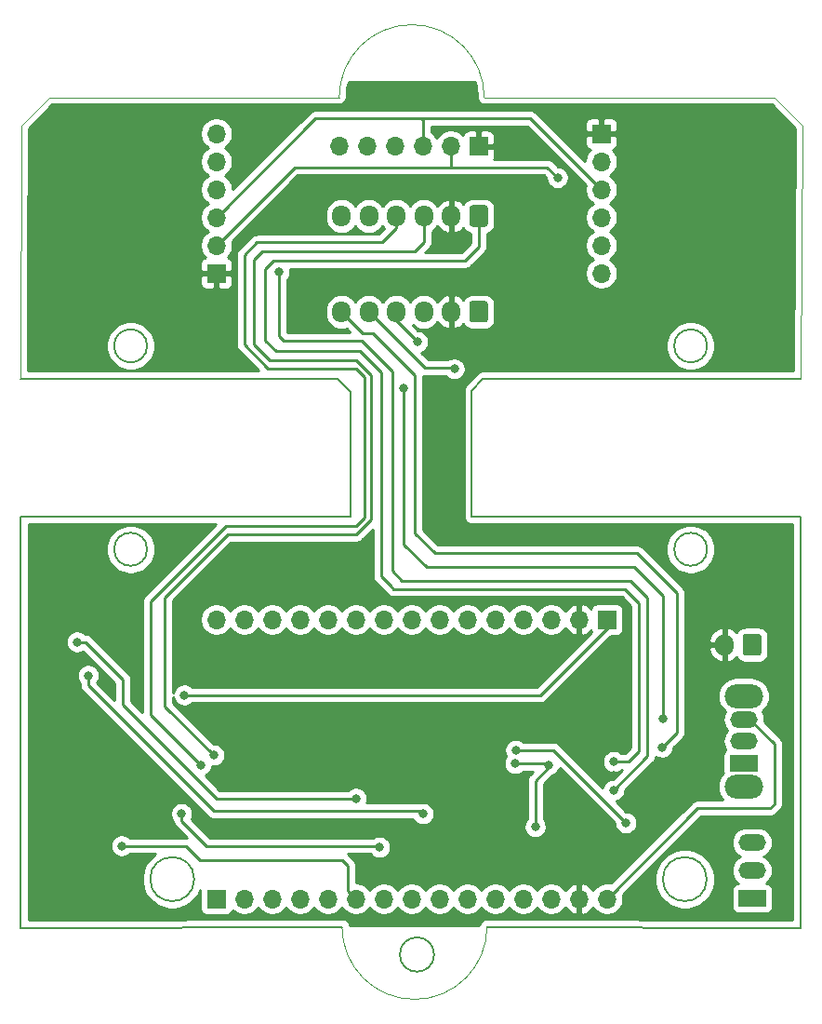
<source format=gbr>
G04 #@! TF.GenerationSoftware,KiCad,Pcbnew,5.1.10-88a1d61d58~90~ubuntu20.04.1*
G04 #@! TF.CreationDate,2021-09-26T11:40:27+02:00*
G04 #@! TF.ProjectId,micromouse_v2,6d696372-6f6d-46f7-9573-655f76322e6b,rev?*
G04 #@! TF.SameCoordinates,Original*
G04 #@! TF.FileFunction,Copper,L2,Bot*
G04 #@! TF.FilePolarity,Positive*
%FSLAX46Y46*%
G04 Gerber Fmt 4.6, Leading zero omitted, Abs format (unit mm)*
G04 Created by KiCad (PCBNEW 5.1.10-88a1d61d58~90~ubuntu20.04.1) date 2021-09-26 11:40:27*
%MOMM*%
%LPD*%
G01*
G04 APERTURE LIST*
G04 #@! TA.AperFunction,Profile*
%ADD10C,0.200000*%
G04 #@! TD*
G04 #@! TA.AperFunction,Profile*
%ADD11C,0.050000*%
G04 #@! TD*
G04 #@! TA.AperFunction,ComponentPad*
%ADD12O,2.500000X1.500000*%
G04 #@! TD*
G04 #@! TA.AperFunction,ComponentPad*
%ADD13R,2.500000X1.500000*%
G04 #@! TD*
G04 #@! TA.AperFunction,ComponentPad*
%ADD14O,3.500000X2.200000*%
G04 #@! TD*
G04 #@! TA.AperFunction,ComponentPad*
%ADD15R,1.700000X1.700000*%
G04 #@! TD*
G04 #@! TA.AperFunction,ComponentPad*
%ADD16O,1.700000X1.700000*%
G04 #@! TD*
G04 #@! TA.AperFunction,ComponentPad*
%ADD17O,1.700000X2.000000*%
G04 #@! TD*
G04 #@! TA.AperFunction,ComponentPad*
%ADD18O,1.700000X1.950000*%
G04 #@! TD*
G04 #@! TA.AperFunction,ViaPad*
%ADD19C,0.800000*%
G04 #@! TD*
G04 #@! TA.AperFunction,Conductor*
%ADD20C,0.250000*%
G04 #@! TD*
G04 #@! TA.AperFunction,Conductor*
%ADD21C,0.254000*%
G04 #@! TD*
G04 #@! TA.AperFunction,Conductor*
%ADD22C,0.100000*%
G04 #@! TD*
G04 APERTURE END LIST*
D10*
X149352063Y-130034000D02*
G75*
G03*
X149352063Y-130034000I-1556063J0D01*
G01*
X182714900Y-127596900D02*
X154178000Y-127508000D01*
D11*
X154178000Y-127508000D02*
G75*
G02*
X140970000Y-127508000I-6604000J0D01*
G01*
X140716000Y-52070000D02*
X114300000Y-52070000D01*
X140716000Y-52070000D02*
G75*
G02*
X153924000Y-52070000I6604000J0D01*
G01*
D10*
X152781000Y-78740000D02*
X153797000Y-77676000D01*
X140589000Y-77676000D02*
X141732000Y-78867000D01*
X152781000Y-78740000D02*
X152781000Y-90170000D01*
D11*
X180340000Y-52070000D02*
X153924000Y-52070000D01*
X182720000Y-77676000D02*
X182880000Y-54610000D01*
X111760000Y-54610000D02*
X111720000Y-77676000D01*
X180340000Y-52070000D02*
X182880000Y-54610000D01*
X111760000Y-54610000D02*
X114300000Y-52070000D01*
D10*
X111720000Y-77676000D02*
X140589000Y-77676000D01*
X141732000Y-90170000D02*
X111720000Y-90176000D01*
X111720000Y-90176000D02*
X111714900Y-127596900D01*
X182720000Y-90176000D02*
X182714900Y-127596900D01*
X123219999Y-93176000D02*
G75*
G03*
X123219999Y-93176000I-1499999J0D01*
G01*
X123219999Y-74676000D02*
G75*
G03*
X123219999Y-74676000I-1499999J0D01*
G01*
X141732000Y-78867000D02*
X141732000Y-90170000D01*
X182720000Y-77676000D02*
X153797000Y-77676000D01*
X152781000Y-90170000D02*
X182720000Y-90176000D01*
X140970000Y-127508000D02*
X111714900Y-127596900D01*
X174180000Y-123176000D02*
G75*
G03*
X174180000Y-123176000I-2000000J0D01*
G01*
X127508000Y-123176000D02*
G75*
G03*
X127508000Y-123176000I-2000000J0D01*
G01*
X174219999Y-93176000D02*
G75*
G03*
X174219999Y-93176000I-1499999J0D01*
G01*
X174219999Y-74676000D02*
G75*
G03*
X174219999Y-74676000I-1499999J0D01*
G01*
D12*
G04 #@! TO.P,SW4,3*
G04 #@! TO.N,STBY*
X178320700Y-119849900D03*
G04 #@! TO.P,SW4,2*
G04 #@! TO.N,Net-(JLEFT1-Pad10)*
X178320700Y-122389900D03*
D13*
G04 #@! TO.P,SW4,1*
G04 #@! TO.N,Net-(SW4-Pad1)*
X178320700Y-124929900D03*
G04 #@! TD*
G04 #@! TO.P,SW3,1*
G04 #@! TO.N,Net-(SW3-Pad1)*
X177546000Y-112636300D03*
D12*
G04 #@! TO.P,SW3,2*
G04 #@! TO.N,+7.5V*
X177546000Y-110636300D03*
G04 #@! TO.P,SW3,3*
G04 #@! TO.N,SW*
X177546000Y-108636300D03*
D14*
G04 #@! TO.P,SW3,*
G04 #@! TO.N,*
X177546000Y-114736300D03*
X177546000Y-106536300D03*
G04 #@! TD*
D15*
G04 #@! TO.P,J1,1*
G04 #@! TO.N,GND*
X129540000Y-68072000D03*
D16*
G04 #@! TO.P,J1,2*
G04 #@! TO.N,I2CSCL*
X129540000Y-65532000D03*
G04 #@! TO.P,J1,3*
G04 #@! TO.N,I2CSDA*
X129540000Y-62992000D03*
G04 #@! TO.P,J1,4*
G04 #@! TO.N,Net-(J1-Pad4)*
X129540000Y-60452000D03*
G04 #@! TO.P,J1,5*
G04 #@! TO.N,Net-(J1-Pad5)*
X129540000Y-57912000D03*
G04 #@! TO.P,J1,6*
G04 #@! TO.N,I2C3.3V*
X129540000Y-55372000D03*
G04 #@! TD*
G04 #@! TO.P,J2,6*
G04 #@! TO.N,I2C3.3V*
X140716000Y-56515000D03*
G04 #@! TO.P,J2,5*
G04 #@! TO.N,Net-(J2-Pad5)*
X143256000Y-56515000D03*
G04 #@! TO.P,J2,4*
G04 #@! TO.N,Net-(J2-Pad4)*
X145796000Y-56515000D03*
G04 #@! TO.P,J2,3*
G04 #@! TO.N,I2CSDA*
X148336000Y-56515000D03*
G04 #@! TO.P,J2,2*
G04 #@! TO.N,I2CSCL*
X150876000Y-56515000D03*
D15*
G04 #@! TO.P,J2,1*
G04 #@! TO.N,GND*
X153416000Y-56515000D03*
G04 #@! TD*
G04 #@! TO.P,J3,1*
G04 #@! TO.N,GND*
X164592000Y-55372000D03*
D16*
G04 #@! TO.P,J3,2*
G04 #@! TO.N,I2CSCL*
X164592000Y-57912000D03*
G04 #@! TO.P,J3,3*
G04 #@! TO.N,I2CSDA*
X164592000Y-60452000D03*
G04 #@! TO.P,J3,4*
G04 #@! TO.N,Net-(J3-Pad4)*
X164592000Y-62992000D03*
G04 #@! TO.P,J3,5*
G04 #@! TO.N,Net-(J3-Pad5)*
X164592000Y-65532000D03*
G04 #@! TO.P,J3,6*
G04 #@! TO.N,I2C3.3V*
X164592000Y-68072000D03*
G04 #@! TD*
G04 #@! TO.P,JBATT1,1*
G04 #@! TO.N,+7.5V*
G04 #@! TA.AperFunction,ComponentPad*
G36*
G01*
X179158000Y-101116700D02*
X179158000Y-102616700D01*
G75*
G02*
X178908000Y-102866700I-250000J0D01*
G01*
X177708000Y-102866700D01*
G75*
G02*
X177458000Y-102616700I0J250000D01*
G01*
X177458000Y-101116700D01*
G75*
G02*
X177708000Y-100866700I250000J0D01*
G01*
X178908000Y-100866700D01*
G75*
G02*
X179158000Y-101116700I0J-250000D01*
G01*
G37*
G04 #@! TD.AperFunction*
D17*
G04 #@! TO.P,JBATT1,2*
G04 #@! TO.N,GND*
X175808000Y-101866700D03*
G04 #@! TD*
D15*
G04 #@! TO.P,JLEFT1,1*
G04 #@! TO.N,Net-(JLEFT1-Pad1)*
X129540000Y-124968000D03*
D16*
G04 #@! TO.P,JLEFT1,2*
G04 #@! TO.N,LMAP*
X132080000Y-124968000D03*
G04 #@! TO.P,JLEFT1,3*
G04 #@! TO.N,LMBP*
X134620000Y-124968000D03*
G04 #@! TO.P,JLEFT1,4*
G04 #@! TO.N,RMBP*
X137160000Y-124968000D03*
G04 #@! TO.P,JLEFT1,5*
G04 #@! TO.N,RMAP*
X139700000Y-124968000D03*
G04 #@! TO.P,JLEFT1,6*
G04 #@! TO.N,Net-(JLEFT1-Pad6)*
X142240000Y-124968000D03*
G04 #@! TO.P,JLEFT1,7*
G04 #@! TO.N,Net-(JLEFT1-Pad7)*
X144780000Y-124968000D03*
G04 #@! TO.P,JLEFT1,8*
G04 #@! TO.N,Net-(JLEFT1-Pad8)*
X147320000Y-124968000D03*
G04 #@! TO.P,JLEFT1,9*
G04 #@! TO.N,Net-(JLEFT1-Pad9)*
X149860000Y-124968000D03*
G04 #@! TO.P,JLEFT1,10*
G04 #@! TO.N,Net-(JLEFT1-Pad10)*
X152400000Y-124968000D03*
G04 #@! TO.P,JLEFT1,11*
G04 #@! TO.N,Net-(JLEFT1-Pad11)*
X154940000Y-124968000D03*
G04 #@! TO.P,JLEFT1,12*
G04 #@! TO.N,Net-(JLEFT1-Pad12)*
X157480000Y-124968000D03*
G04 #@! TO.P,JLEFT1,13*
G04 #@! TO.N,Net-(JLEFT1-Pad13)*
X160020000Y-124968000D03*
G04 #@! TO.P,JLEFT1,14*
G04 #@! TO.N,GND*
X162560000Y-124968000D03*
G04 #@! TO.P,JLEFT1,15*
G04 #@! TO.N,SW*
X165100000Y-124968000D03*
G04 #@! TD*
G04 #@! TO.P,JRIGHT1,15*
G04 #@! TO.N,Net-(JRIGHT1-Pad15)*
X129540000Y-99568000D03*
G04 #@! TO.P,JRIGHT1,14*
G04 #@! TO.N,I2CSCL*
X132080000Y-99568000D03*
G04 #@! TO.P,JRIGHT1,13*
G04 #@! TO.N,Net-(JRIGHT1-Pad13)*
X134620000Y-99568000D03*
G04 #@! TO.P,JRIGHT1,12*
G04 #@! TO.N,Net-(JRIGHT1-Pad12)*
X137160000Y-99568000D03*
G04 #@! TO.P,JRIGHT1,11*
G04 #@! TO.N,I2CSDA*
X139700000Y-99568000D03*
G04 #@! TO.P,JRIGHT1,10*
G04 #@! TO.N,PWMA*
X142240000Y-99568000D03*
G04 #@! TO.P,JRIGHT1,9*
G04 #@! TO.N,AIN2*
X144780000Y-99568000D03*
G04 #@! TO.P,JRIGHT1,8*
G04 #@! TO.N,Net-(JRIGHT1-Pad8)*
X147320000Y-99568000D03*
G04 #@! TO.P,JRIGHT1,7*
G04 #@! TO.N,AIN1*
X149860000Y-99568000D03*
G04 #@! TO.P,JRIGHT1,6*
G04 #@! TO.N,Net-(JRIGHT1-Pad6)*
X152400000Y-99568000D03*
G04 #@! TO.P,JRIGHT1,5*
G04 #@! TO.N,BIN1*
X154940000Y-99568000D03*
G04 #@! TO.P,JRIGHT1,4*
G04 #@! TO.N,BIN2*
X157480000Y-99568000D03*
G04 #@! TO.P,JRIGHT1,3*
G04 #@! TO.N,PWMB*
X160020000Y-99568000D03*
G04 #@! TO.P,JRIGHT1,2*
G04 #@! TO.N,GND*
X162560000Y-99568000D03*
D15*
G04 #@! TO.P,JRIGHT1,1*
G04 #@! TO.N,I2C3.3V*
X165100000Y-99568000D03*
G04 #@! TD*
G04 #@! TO.P,JMLEFT1,1*
G04 #@! TO.N,LM-*
G04 #@! TA.AperFunction,ComponentPad*
G36*
G01*
X154266000Y-62140000D02*
X154266000Y-63590000D01*
G75*
G02*
X154016000Y-63840000I-250000J0D01*
G01*
X152816000Y-63840000D01*
G75*
G02*
X152566000Y-63590000I0J250000D01*
G01*
X152566000Y-62140000D01*
G75*
G02*
X152816000Y-61890000I250000J0D01*
G01*
X154016000Y-61890000D01*
G75*
G02*
X154266000Y-62140000I0J-250000D01*
G01*
G37*
G04 #@! TD.AperFunction*
D18*
G04 #@! TO.P,JMLEFT1,2*
G04 #@! TO.N,GND*
X150916000Y-62865000D03*
G04 #@! TO.P,JMLEFT1,3*
G04 #@! TO.N,LMBP*
X148416000Y-62865000D03*
G04 #@! TO.P,JMLEFT1,4*
G04 #@! TO.N,LMAP*
X145916000Y-62865000D03*
G04 #@! TO.P,JMLEFT1,5*
G04 #@! TO.N,I2C3.3V*
X143416000Y-62865000D03*
G04 #@! TO.P,JMLEFT1,6*
G04 #@! TO.N,LM+*
X140916000Y-62865000D03*
G04 #@! TD*
G04 #@! TO.P,JMRIGHT1,6*
G04 #@! TO.N,RM+*
X140916000Y-71577200D03*
G04 #@! TO.P,JMRIGHT1,5*
G04 #@! TO.N,I2C3.3V*
X143416000Y-71577200D03*
G04 #@! TO.P,JMRIGHT1,4*
G04 #@! TO.N,RMAP*
X145916000Y-71577200D03*
G04 #@! TO.P,JMRIGHT1,3*
G04 #@! TO.N,RMBP*
X148416000Y-71577200D03*
G04 #@! TO.P,JMRIGHT1,2*
G04 #@! TO.N,GND*
X150916000Y-71577200D03*
G04 #@! TO.P,JMRIGHT1,1*
G04 #@! TO.N,RM-*
G04 #@! TA.AperFunction,ComponentPad*
G36*
G01*
X154266000Y-70852200D02*
X154266000Y-72302200D01*
G75*
G02*
X154016000Y-72552200I-250000J0D01*
G01*
X152816000Y-72552200D01*
G75*
G02*
X152566000Y-72302200I0J250000D01*
G01*
X152566000Y-70852200D01*
G75*
G02*
X152816000Y-70602200I250000J0D01*
G01*
X154016000Y-70602200D01*
G75*
G02*
X154266000Y-70852200I0J-250000D01*
G01*
G37*
G04 #@! TD.AperFunction*
G04 #@! TD*
D19*
G04 #@! TO.N,LM+*
X165690600Y-115081000D03*
X135255000Y-67945000D03*
G04 #@! TO.N,GND*
X165669800Y-113781000D03*
X172847000Y-109867700D03*
X144352000Y-118444000D03*
X163576000Y-119634000D03*
X113792000Y-111125000D03*
X151856100Y-119288900D03*
X151948000Y-111181000D03*
G04 #@! TO.N,LM-*
X165699800Y-112481000D03*
G04 #@! TO.N,RM+*
X170124000Y-111181000D03*
G04 #@! TO.N,RM-*
X170176000Y-108581000D03*
X146558000Y-78486000D03*
G04 #@! TO.N,STBY*
X156781500Y-111442500D03*
X166814500Y-118046500D03*
G04 #@! TO.N,I2CSCL*
X160591500Y-59372500D03*
G04 #@! TO.N,I2C3.3V*
X151193500Y-76771500D03*
X158572200Y-118414800D03*
X156718000Y-112649000D03*
X159766000Y-112776000D03*
X126619000Y-106426000D03*
G04 #@! TO.N,Net-(JLEFT1-Pad6)*
X120904000Y-120142000D03*
G04 #@! TO.N,Net-(JLEFT1-Pad7)*
X142240000Y-115824000D03*
X116840000Y-101600000D03*
G04 #@! TO.N,Net-(JLEFT1-Pad8)*
X144399000Y-120269000D03*
X126365000Y-117221000D03*
G04 #@! TO.N,Net-(JLEFT1-Pad9)*
X148336000Y-117221000D03*
X117856000Y-104648000D03*
G04 #@! TO.N,LMAP*
X128143000Y-112776000D03*
G04 #@! TO.N,LMBP*
X129286000Y-111887000D03*
G04 #@! TO.N,RMAP*
X147828000Y-74295000D03*
G04 #@! TD*
D20*
G04 #@! TO.N,LM+*
X168783000Y-97536000D02*
X168783000Y-111988600D01*
X145542000Y-95123000D02*
X146431000Y-96012000D01*
X167259000Y-96012000D02*
X168783000Y-97536000D01*
X145542000Y-76962000D02*
X145542000Y-95123000D01*
X142748000Y-74168000D02*
X145542000Y-76962000D01*
X146431000Y-96012000D02*
X167259000Y-96012000D01*
X168783000Y-111988600D02*
X165690600Y-115081000D01*
X135255000Y-67945000D02*
X135255000Y-73787000D01*
X135636000Y-74168000D02*
X138303000Y-74168000D01*
X135255000Y-73787000D02*
X135636000Y-74168000D01*
X138303000Y-74168000D02*
X142748000Y-74168000D01*
G04 #@! TO.N,LM-*
X165699800Y-112481000D02*
X167046000Y-112481000D01*
X167046000Y-112481000D02*
X168021000Y-111506000D01*
X168021000Y-111506000D02*
X168021000Y-98044000D01*
X168021000Y-98044000D02*
X166751000Y-96774000D01*
X145669000Y-96774000D02*
X145351500Y-96456500D01*
X166751000Y-96774000D02*
X145669000Y-96774000D01*
X145351500Y-96456500D02*
X145415000Y-96520000D01*
X152146000Y-66929000D02*
X153416000Y-65659000D01*
X134747000Y-66929000D02*
X152146000Y-66929000D01*
X133985000Y-67691000D02*
X134747000Y-66929000D01*
X133985000Y-74168000D02*
X133985000Y-67691000D01*
X134937500Y-75120500D02*
X133985000Y-74168000D01*
X142557500Y-75120500D02*
X134937500Y-75120500D01*
X144526000Y-95631000D02*
X144526000Y-77089000D01*
X144526000Y-77089000D02*
X142557500Y-75120500D01*
X145351500Y-96456500D02*
X144526000Y-95631000D01*
X153416000Y-62865000D02*
X153416000Y-65659000D01*
G04 #@! TO.N,RM+*
X142871800Y-73533000D02*
X140916000Y-71577200D01*
X147574000Y-77343000D02*
X143764000Y-73533000D01*
X149415500Y-93535500D02*
X147574000Y-91694000D01*
X143764000Y-73533000D02*
X142871800Y-73533000D01*
X167830500Y-93535500D02*
X149415500Y-93535500D01*
X147574000Y-91694000D02*
X147574000Y-77343000D01*
X171450000Y-97155000D02*
X167830500Y-93535500D01*
X171450000Y-109855000D02*
X171450000Y-97155000D01*
X170124000Y-111181000D02*
X171450000Y-109855000D01*
G04 #@! TO.N,RM-*
X148653500Y-94805500D02*
X167576500Y-94805500D01*
X170176000Y-97405000D02*
X167576500Y-94805500D01*
X146558000Y-92710000D02*
X146558000Y-78486000D01*
X146558000Y-92710000D02*
X148653500Y-94805500D01*
X170176000Y-108581000D02*
X170176000Y-97405000D01*
G04 #@! TO.N,STBY*
X156781500Y-111442500D02*
X160210500Y-111442500D01*
X160210500Y-111442500D02*
X166370000Y-117602000D01*
X166370000Y-117602000D02*
X166814500Y-118046500D01*
X166814500Y-118046500D02*
X166878000Y-118110000D01*
G04 #@! TO.N,I2CSCL*
X129540000Y-65532000D02*
X136652000Y-58420000D01*
X150876000Y-56515000D02*
X150876000Y-58420000D01*
X136652000Y-58420000D02*
X150876000Y-58420000D01*
X159639000Y-58420000D02*
X160591500Y-59372500D01*
X157607000Y-58420000D02*
X159639000Y-58420000D01*
X150876000Y-58420000D02*
X157607000Y-58420000D01*
G04 #@! TO.N,I2CSDA*
X129540000Y-62992000D02*
X138557000Y-53975000D01*
X158115000Y-53975000D02*
X162750500Y-58610500D01*
X162750500Y-58610500D02*
X164592000Y-60452000D01*
X148336000Y-54102000D02*
X148209000Y-53975000D01*
X148336000Y-56515000D02*
X148336000Y-54102000D01*
X148209000Y-53975000D02*
X158115000Y-53975000D01*
X138557000Y-53975000D02*
X148209000Y-53975000D01*
G04 #@! TO.N,I2C3.3V*
X151122400Y-76700400D02*
X151193500Y-76771500D01*
X148539200Y-76700400D02*
X151122400Y-76700400D01*
X143416000Y-71577200D02*
X148539200Y-76700400D01*
X165100000Y-99568000D02*
X165100000Y-100418900D01*
X158572200Y-118414800D02*
X158572200Y-114223800D01*
X158572200Y-114223800D02*
X159893000Y-112903000D01*
X159639000Y-112649000D02*
X159766000Y-112776000D01*
X156718000Y-112649000D02*
X159639000Y-112649000D01*
X159766000Y-112776000D02*
X159893000Y-112903000D01*
X165100000Y-99568000D02*
X165100000Y-100330000D01*
X159004000Y-106426000D02*
X126619000Y-106426000D01*
X165100000Y-100330000D02*
X159004000Y-106426000D01*
G04 #@! TO.N,Net-(JLEFT1-Pad6)*
X120904000Y-120142000D02*
X120904000Y-120142000D01*
X126746000Y-120142000D02*
X120904000Y-120142000D01*
X140970000Y-121412000D02*
X128016000Y-121412000D01*
X141478000Y-121920000D02*
X140970000Y-121412000D01*
X141478000Y-124206000D02*
X141478000Y-121920000D01*
X128016000Y-121412000D02*
X126746000Y-120142000D01*
X142240000Y-124968000D02*
X141478000Y-124206000D01*
G04 #@! TO.N,Net-(JLEFT1-Pad7)*
X142240000Y-115824000D02*
X129540000Y-115824000D01*
X129540000Y-115824000D02*
X121031000Y-107315000D01*
X121031000Y-107315000D02*
X121031000Y-105029000D01*
X121031000Y-105029000D02*
X117602000Y-101600000D01*
X117602000Y-101600000D02*
X116840000Y-101600000D01*
X116840000Y-101600000D02*
X116840000Y-101600000D01*
G04 #@! TO.N,Net-(JLEFT1-Pad8)*
X143129000Y-120142000D02*
X143129000Y-120142000D01*
X144272000Y-120142000D02*
X144399000Y-120269000D01*
X135763000Y-120142000D02*
X144272000Y-120142000D01*
X130429000Y-120142000D02*
X128651000Y-120142000D01*
X135763000Y-120142000D02*
X130429000Y-120142000D01*
X130429000Y-120142000D02*
X130048000Y-120142000D01*
X128651000Y-120142000D02*
X126365000Y-117856000D01*
X126365000Y-117856000D02*
X126365000Y-117221000D01*
X126365000Y-117221000D02*
X126365000Y-117221000D01*
G04 #@! TO.N,Net-(JLEFT1-Pad9)*
X148336000Y-117221000D02*
X148463000Y-117348000D01*
X117856000Y-104648000D02*
X117729000Y-104521000D01*
X117856000Y-105537000D02*
X117856000Y-105029000D01*
X148082000Y-116967000D02*
X129286000Y-116967000D01*
X148336000Y-117221000D02*
X148082000Y-116967000D01*
X129286000Y-116967000D02*
X117856000Y-105537000D01*
X117856000Y-104648000D02*
X117856000Y-105029000D01*
G04 #@! TO.N,SW*
X173355000Y-116713000D02*
X165100000Y-124968000D01*
X179959000Y-116713000D02*
X173355000Y-116713000D01*
X180340000Y-110871000D02*
X180340000Y-116332000D01*
X178105300Y-108636300D02*
X180340000Y-110871000D01*
X180340000Y-116332000D02*
X179959000Y-116713000D01*
X177546000Y-108636300D02*
X178105300Y-108636300D01*
G04 #@! TO.N,LMAP*
X133230000Y-65271000D02*
X132080000Y-66421000D01*
X132080000Y-66421000D02*
X132080000Y-74549000D01*
X142240000Y-91059000D02*
X130429000Y-91059000D01*
X130429000Y-91059000D02*
X123571000Y-97917000D01*
X134239000Y-76708000D02*
X142240000Y-76708000D01*
X132080000Y-74549000D02*
X134239000Y-76708000D01*
X143002000Y-77470000D02*
X143002000Y-90297000D01*
X143002000Y-90297000D02*
X142240000Y-91059000D01*
X142240000Y-76708000D02*
X143002000Y-77470000D01*
X144646000Y-65271000D02*
X133230000Y-65271000D01*
X145916000Y-64001000D02*
X145916000Y-62865000D01*
X144646000Y-65271000D02*
X145916000Y-64001000D01*
X123571000Y-108204000D02*
X123571000Y-107950000D01*
X128143000Y-112776000D02*
X123571000Y-108204000D01*
X123571000Y-97917000D02*
X123571000Y-107950000D01*
G04 #@! TO.N,LMBP*
X132969000Y-66802000D02*
X132969000Y-74549000D01*
X142240000Y-91821000D02*
X130556000Y-91821000D01*
X142240000Y-75946000D02*
X143637000Y-77343000D01*
X133731000Y-66040000D02*
X132969000Y-66802000D01*
X134366000Y-75946000D02*
X142240000Y-75946000D01*
X148416000Y-65231000D02*
X147607000Y-66040000D01*
X147607000Y-66040000D02*
X133731000Y-66040000D01*
X130556000Y-91821000D02*
X124841000Y-97536000D01*
X143637000Y-90424000D02*
X142240000Y-91821000D01*
X143637000Y-77343000D02*
X143637000Y-90424000D01*
X132969000Y-74549000D02*
X134366000Y-75946000D01*
X148416000Y-65231000D02*
X148416000Y-62865000D01*
X124841000Y-107442000D02*
X129286000Y-111887000D01*
X124841000Y-105918000D02*
X124841000Y-107442000D01*
X124841000Y-97536000D02*
X124841000Y-105918000D01*
G04 #@! TO.N,RMAP*
X145916000Y-71577200D02*
X145916000Y-72383000D01*
X145916000Y-72383000D02*
X147828000Y-74295000D01*
X147828000Y-74295000D02*
X147828000Y-74295000D01*
G04 #@! TD*
D21*
G04 #@! TO.N,GND*
X153188805Y-51140475D02*
X153261448Y-52063495D01*
X153260807Y-52070000D01*
X153273550Y-52199383D01*
X153311290Y-52323793D01*
X153372575Y-52438450D01*
X153455052Y-52538948D01*
X153555550Y-52621425D01*
X153670207Y-52682710D01*
X153794617Y-52720450D01*
X153891581Y-52730000D01*
X180066620Y-52730000D01*
X182218101Y-54881482D01*
X182065084Y-76941000D01*
X153824604Y-76941000D01*
X153779961Y-76937641D01*
X153716529Y-76945370D01*
X153652915Y-76951635D01*
X153644731Y-76954118D01*
X153636241Y-76955152D01*
X153575530Y-76975109D01*
X153514367Y-76993663D01*
X153506823Y-76997696D01*
X153498699Y-77000366D01*
X153443053Y-77031781D01*
X153386680Y-77061913D01*
X153380068Y-77067339D01*
X153372622Y-77071543D01*
X153324162Y-77113220D01*
X153274762Y-77153762D01*
X153246361Y-77188369D01*
X152280235Y-78200140D01*
X152258762Y-78217763D01*
X152230355Y-78252377D01*
X152224491Y-78258518D01*
X152207470Y-78280263D01*
X152166913Y-78329681D01*
X152162881Y-78337225D01*
X152157611Y-78343957D01*
X152128799Y-78400987D01*
X152098663Y-78457368D01*
X152096180Y-78465553D01*
X152092325Y-78473184D01*
X152075192Y-78534742D01*
X152056635Y-78595916D01*
X152055797Y-78604428D01*
X152053504Y-78612665D01*
X152048710Y-78676385D01*
X152046000Y-78703896D01*
X152046000Y-78712396D01*
X152042641Y-78757039D01*
X152046000Y-78784608D01*
X152046001Y-90133819D01*
X152042445Y-90169852D01*
X152046001Y-90206031D01*
X152046001Y-90206105D01*
X152049515Y-90241783D01*
X152056607Y-90313939D01*
X152056629Y-90314010D01*
X152056636Y-90314085D01*
X152077502Y-90382872D01*
X152098607Y-90452496D01*
X152098643Y-90452563D01*
X152098664Y-90452633D01*
X152132209Y-90515391D01*
X152166831Y-90580196D01*
X152166879Y-90580254D01*
X152166914Y-90580320D01*
X152212666Y-90636069D01*
X152258658Y-90692133D01*
X152258716Y-90692180D01*
X152258763Y-90692238D01*
X152314703Y-90738147D01*
X152370557Y-90784004D01*
X152370623Y-90784039D01*
X152370681Y-90784087D01*
X152435349Y-90818653D01*
X152498231Y-90852280D01*
X152498301Y-90852301D01*
X152498368Y-90852337D01*
X152567845Y-90873413D01*
X152636770Y-90894336D01*
X152636845Y-90894343D01*
X152636916Y-90894365D01*
X152711511Y-90901712D01*
X152744748Y-90904992D01*
X152744814Y-90904992D01*
X152781000Y-90908556D01*
X152817039Y-90905006D01*
X181984900Y-90910852D01*
X181980001Y-126859608D01*
X154144185Y-126772892D01*
X154036173Y-126783190D01*
X153897495Y-126824786D01*
X153769596Y-126892638D01*
X153657392Y-126984138D01*
X153565195Y-127095769D01*
X153496547Y-127223243D01*
X153454088Y-127361660D01*
X153452122Y-127381000D01*
X141695882Y-127381000D01*
X141693923Y-127361715D01*
X141651474Y-127223295D01*
X141582837Y-127095816D01*
X141490648Y-126984178D01*
X141378451Y-126892669D01*
X141250558Y-126824808D01*
X141111883Y-126783201D01*
X141003871Y-126772894D01*
X112450000Y-126859664D01*
X112450929Y-120040061D01*
X119869000Y-120040061D01*
X119869000Y-120243939D01*
X119908774Y-120443898D01*
X119986795Y-120632256D01*
X120100063Y-120801774D01*
X120244226Y-120945937D01*
X120413744Y-121059205D01*
X120602102Y-121137226D01*
X120802061Y-121177000D01*
X121005939Y-121177000D01*
X121205898Y-121137226D01*
X121394256Y-121059205D01*
X121563774Y-120945937D01*
X121607711Y-120902000D01*
X123976291Y-120902000D01*
X123760247Y-121046356D01*
X123378356Y-121428247D01*
X123078307Y-121877302D01*
X122871629Y-122376266D01*
X122766266Y-122905963D01*
X122766266Y-123446037D01*
X122871629Y-123975734D01*
X123078307Y-124474698D01*
X123378356Y-124923753D01*
X123760247Y-125305644D01*
X124209302Y-125605693D01*
X124708266Y-125812371D01*
X125237963Y-125917734D01*
X125778037Y-125917734D01*
X126307734Y-125812371D01*
X126806698Y-125605693D01*
X127255753Y-125305644D01*
X127637644Y-124923753D01*
X127937693Y-124474698D01*
X128051928Y-124198911D01*
X128051928Y-125818000D01*
X128064188Y-125942482D01*
X128100498Y-126062180D01*
X128159463Y-126172494D01*
X128238815Y-126269185D01*
X128335506Y-126348537D01*
X128445820Y-126407502D01*
X128565518Y-126443812D01*
X128690000Y-126456072D01*
X130390000Y-126456072D01*
X130514482Y-126443812D01*
X130634180Y-126407502D01*
X130744494Y-126348537D01*
X130841185Y-126269185D01*
X130920537Y-126172494D01*
X130979502Y-126062180D01*
X131001513Y-125989620D01*
X131133368Y-126121475D01*
X131376589Y-126283990D01*
X131646842Y-126395932D01*
X131933740Y-126453000D01*
X132226260Y-126453000D01*
X132513158Y-126395932D01*
X132783411Y-126283990D01*
X133026632Y-126121475D01*
X133233475Y-125914632D01*
X133350000Y-125740240D01*
X133466525Y-125914632D01*
X133673368Y-126121475D01*
X133916589Y-126283990D01*
X134186842Y-126395932D01*
X134473740Y-126453000D01*
X134766260Y-126453000D01*
X135053158Y-126395932D01*
X135323411Y-126283990D01*
X135566632Y-126121475D01*
X135773475Y-125914632D01*
X135890000Y-125740240D01*
X136006525Y-125914632D01*
X136213368Y-126121475D01*
X136456589Y-126283990D01*
X136726842Y-126395932D01*
X137013740Y-126453000D01*
X137306260Y-126453000D01*
X137593158Y-126395932D01*
X137863411Y-126283990D01*
X138106632Y-126121475D01*
X138313475Y-125914632D01*
X138430000Y-125740240D01*
X138546525Y-125914632D01*
X138753368Y-126121475D01*
X138996589Y-126283990D01*
X139266842Y-126395932D01*
X139553740Y-126453000D01*
X139846260Y-126453000D01*
X140133158Y-126395932D01*
X140403411Y-126283990D01*
X140646632Y-126121475D01*
X140853475Y-125914632D01*
X140970000Y-125740240D01*
X141086525Y-125914632D01*
X141293368Y-126121475D01*
X141536589Y-126283990D01*
X141806842Y-126395932D01*
X142093740Y-126453000D01*
X142386260Y-126453000D01*
X142673158Y-126395932D01*
X142943411Y-126283990D01*
X143186632Y-126121475D01*
X143393475Y-125914632D01*
X143510000Y-125740240D01*
X143626525Y-125914632D01*
X143833368Y-126121475D01*
X144076589Y-126283990D01*
X144346842Y-126395932D01*
X144633740Y-126453000D01*
X144926260Y-126453000D01*
X145213158Y-126395932D01*
X145483411Y-126283990D01*
X145726632Y-126121475D01*
X145933475Y-125914632D01*
X146050000Y-125740240D01*
X146166525Y-125914632D01*
X146373368Y-126121475D01*
X146616589Y-126283990D01*
X146886842Y-126395932D01*
X147173740Y-126453000D01*
X147466260Y-126453000D01*
X147753158Y-126395932D01*
X148023411Y-126283990D01*
X148266632Y-126121475D01*
X148473475Y-125914632D01*
X148590000Y-125740240D01*
X148706525Y-125914632D01*
X148913368Y-126121475D01*
X149156589Y-126283990D01*
X149426842Y-126395932D01*
X149713740Y-126453000D01*
X150006260Y-126453000D01*
X150293158Y-126395932D01*
X150563411Y-126283990D01*
X150806632Y-126121475D01*
X151013475Y-125914632D01*
X151130000Y-125740240D01*
X151246525Y-125914632D01*
X151453368Y-126121475D01*
X151696589Y-126283990D01*
X151966842Y-126395932D01*
X152253740Y-126453000D01*
X152546260Y-126453000D01*
X152833158Y-126395932D01*
X153103411Y-126283990D01*
X153346632Y-126121475D01*
X153553475Y-125914632D01*
X153670000Y-125740240D01*
X153786525Y-125914632D01*
X153993368Y-126121475D01*
X154236589Y-126283990D01*
X154506842Y-126395932D01*
X154793740Y-126453000D01*
X155086260Y-126453000D01*
X155373158Y-126395932D01*
X155643411Y-126283990D01*
X155886632Y-126121475D01*
X156093475Y-125914632D01*
X156210000Y-125740240D01*
X156326525Y-125914632D01*
X156533368Y-126121475D01*
X156776589Y-126283990D01*
X157046842Y-126395932D01*
X157333740Y-126453000D01*
X157626260Y-126453000D01*
X157913158Y-126395932D01*
X158183411Y-126283990D01*
X158426632Y-126121475D01*
X158633475Y-125914632D01*
X158750000Y-125740240D01*
X158866525Y-125914632D01*
X159073368Y-126121475D01*
X159316589Y-126283990D01*
X159586842Y-126395932D01*
X159873740Y-126453000D01*
X160166260Y-126453000D01*
X160453158Y-126395932D01*
X160723411Y-126283990D01*
X160966632Y-126121475D01*
X161173475Y-125914632D01*
X161295195Y-125732466D01*
X161364822Y-125849355D01*
X161559731Y-126065588D01*
X161793080Y-126239641D01*
X162055901Y-126364825D01*
X162203110Y-126409476D01*
X162433000Y-126288155D01*
X162433000Y-125095000D01*
X162413000Y-125095000D01*
X162413000Y-124841000D01*
X162433000Y-124841000D01*
X162433000Y-123647845D01*
X162687000Y-123647845D01*
X162687000Y-124841000D01*
X162707000Y-124841000D01*
X162707000Y-125095000D01*
X162687000Y-125095000D01*
X162687000Y-126288155D01*
X162916890Y-126409476D01*
X163064099Y-126364825D01*
X163326920Y-126239641D01*
X163560269Y-126065588D01*
X163755178Y-125849355D01*
X163824805Y-125732466D01*
X163946525Y-125914632D01*
X164153368Y-126121475D01*
X164396589Y-126283990D01*
X164666842Y-126395932D01*
X164953740Y-126453000D01*
X165246260Y-126453000D01*
X165533158Y-126395932D01*
X165803411Y-126283990D01*
X166046632Y-126121475D01*
X166253475Y-125914632D01*
X166415990Y-125671411D01*
X166527932Y-125401158D01*
X166585000Y-125114260D01*
X166585000Y-124821740D01*
X166541209Y-124601592D01*
X168236838Y-122905963D01*
X169438266Y-122905963D01*
X169438266Y-123446037D01*
X169543629Y-123975734D01*
X169750307Y-124474698D01*
X170050356Y-124923753D01*
X170432247Y-125305644D01*
X170881302Y-125605693D01*
X171380266Y-125812371D01*
X171909963Y-125917734D01*
X172450037Y-125917734D01*
X172979734Y-125812371D01*
X173478698Y-125605693D01*
X173927753Y-125305644D01*
X174309644Y-124923753D01*
X174609693Y-124474698D01*
X174816371Y-123975734D01*
X174921734Y-123446037D01*
X174921734Y-122905963D01*
X174816371Y-122376266D01*
X174609693Y-121877302D01*
X174309644Y-121428247D01*
X173927753Y-121046356D01*
X173478698Y-120746307D01*
X172979734Y-120539629D01*
X172450037Y-120434266D01*
X171909963Y-120434266D01*
X171380266Y-120539629D01*
X170881302Y-120746307D01*
X170432247Y-121046356D01*
X170050356Y-121428247D01*
X169750307Y-121877302D01*
X169543629Y-122376266D01*
X169438266Y-122905963D01*
X168236838Y-122905963D01*
X171292901Y-119849900D01*
X176428999Y-119849900D01*
X176455740Y-120121407D01*
X176534936Y-120382481D01*
X176663543Y-120623088D01*
X176836619Y-120833981D01*
X177047512Y-121007057D01*
X177258627Y-121119900D01*
X177047512Y-121232743D01*
X176836619Y-121405819D01*
X176663543Y-121616712D01*
X176534936Y-121857319D01*
X176455740Y-122118393D01*
X176428999Y-122389900D01*
X176455740Y-122661407D01*
X176534936Y-122922481D01*
X176663543Y-123163088D01*
X176836619Y-123373981D01*
X177044308Y-123544427D01*
X176946218Y-123554088D01*
X176826520Y-123590398D01*
X176716206Y-123649363D01*
X176619515Y-123728715D01*
X176540163Y-123825406D01*
X176481198Y-123935720D01*
X176444888Y-124055418D01*
X176432628Y-124179900D01*
X176432628Y-125679900D01*
X176444888Y-125804382D01*
X176481198Y-125924080D01*
X176540163Y-126034394D01*
X176619515Y-126131085D01*
X176716206Y-126210437D01*
X176826520Y-126269402D01*
X176946218Y-126305712D01*
X177070700Y-126317972D01*
X179570700Y-126317972D01*
X179695182Y-126305712D01*
X179814880Y-126269402D01*
X179925194Y-126210437D01*
X180021885Y-126131085D01*
X180101237Y-126034394D01*
X180160202Y-125924080D01*
X180196512Y-125804382D01*
X180208772Y-125679900D01*
X180208772Y-124179900D01*
X180196512Y-124055418D01*
X180160202Y-123935720D01*
X180101237Y-123825406D01*
X180021885Y-123728715D01*
X179925194Y-123649363D01*
X179814880Y-123590398D01*
X179695182Y-123554088D01*
X179597092Y-123544427D01*
X179804781Y-123373981D01*
X179977857Y-123163088D01*
X180106464Y-122922481D01*
X180185660Y-122661407D01*
X180212401Y-122389900D01*
X180185660Y-122118393D01*
X180106464Y-121857319D01*
X179977857Y-121616712D01*
X179804781Y-121405819D01*
X179593888Y-121232743D01*
X179382773Y-121119900D01*
X179593888Y-121007057D01*
X179804781Y-120833981D01*
X179977857Y-120623088D01*
X180106464Y-120382481D01*
X180185660Y-120121407D01*
X180212401Y-119849900D01*
X180185660Y-119578393D01*
X180106464Y-119317319D01*
X179977857Y-119076712D01*
X179804781Y-118865819D01*
X179593888Y-118692743D01*
X179353281Y-118564136D01*
X179092207Y-118484940D01*
X178888737Y-118464900D01*
X177752663Y-118464900D01*
X177549193Y-118484940D01*
X177288119Y-118564136D01*
X177047512Y-118692743D01*
X176836619Y-118865819D01*
X176663543Y-119076712D01*
X176534936Y-119317319D01*
X176455740Y-119578393D01*
X176428999Y-119849900D01*
X171292901Y-119849900D01*
X173669802Y-117473000D01*
X179921678Y-117473000D01*
X179959000Y-117476676D01*
X179996322Y-117473000D01*
X179996333Y-117473000D01*
X180107986Y-117462003D01*
X180251247Y-117418546D01*
X180383276Y-117347974D01*
X180499001Y-117253001D01*
X180522804Y-117223997D01*
X180850997Y-116895804D01*
X180880001Y-116872001D01*
X180974974Y-116756276D01*
X181045546Y-116624247D01*
X181089003Y-116480986D01*
X181100000Y-116369333D01*
X181100000Y-116369324D01*
X181103676Y-116332001D01*
X181100000Y-116294678D01*
X181100000Y-110908322D01*
X181103676Y-110870999D01*
X181100000Y-110833676D01*
X181100000Y-110833667D01*
X181089003Y-110722014D01*
X181045546Y-110578753D01*
X180998092Y-110489974D01*
X180974974Y-110446723D01*
X180903799Y-110359997D01*
X180880001Y-110330999D01*
X180851004Y-110307202D01*
X179414605Y-108870803D01*
X179437701Y-108636300D01*
X179410960Y-108364793D01*
X179331764Y-108103719D01*
X179237006Y-107926439D01*
X179428766Y-107769066D01*
X179645579Y-107504878D01*
X179806686Y-107203468D01*
X179905895Y-106876419D01*
X179939394Y-106536300D01*
X179905895Y-106196181D01*
X179806686Y-105869132D01*
X179645579Y-105567722D01*
X179428766Y-105303534D01*
X179164578Y-105086721D01*
X178863168Y-104925614D01*
X178536119Y-104826405D01*
X178281225Y-104801300D01*
X176810775Y-104801300D01*
X176555881Y-104826405D01*
X176228832Y-104925614D01*
X175927422Y-105086721D01*
X175663234Y-105303534D01*
X175446421Y-105567722D01*
X175285314Y-105869132D01*
X175186105Y-106196181D01*
X175152606Y-106536300D01*
X175186105Y-106876419D01*
X175285314Y-107203468D01*
X175446421Y-107504878D01*
X175663234Y-107769066D01*
X175854994Y-107926439D01*
X175760236Y-108103719D01*
X175681040Y-108364793D01*
X175654299Y-108636300D01*
X175681040Y-108907807D01*
X175760236Y-109168881D01*
X175888843Y-109409488D01*
X176061919Y-109620381D01*
X176081316Y-109636300D01*
X176061919Y-109652219D01*
X175888843Y-109863112D01*
X175760236Y-110103719D01*
X175681040Y-110364793D01*
X175654299Y-110636300D01*
X175681040Y-110907807D01*
X175760236Y-111168881D01*
X175884940Y-111402186D01*
X175844815Y-111435115D01*
X175765463Y-111531806D01*
X175706498Y-111642120D01*
X175670188Y-111761818D01*
X175657928Y-111886300D01*
X175657928Y-113386300D01*
X175669008Y-113498796D01*
X175663234Y-113503534D01*
X175446421Y-113767722D01*
X175285314Y-114069132D01*
X175186105Y-114396181D01*
X175152606Y-114736300D01*
X175186105Y-115076419D01*
X175285314Y-115403468D01*
X175446421Y-115704878D01*
X175650049Y-115953000D01*
X173392323Y-115953000D01*
X173355000Y-115949324D01*
X173317677Y-115953000D01*
X173317667Y-115953000D01*
X173206014Y-115963997D01*
X173062753Y-116007454D01*
X172930723Y-116078026D01*
X172847083Y-116146668D01*
X172814999Y-116172999D01*
X172791201Y-116201997D01*
X165466408Y-123526791D01*
X165246260Y-123483000D01*
X164953740Y-123483000D01*
X164666842Y-123540068D01*
X164396589Y-123652010D01*
X164153368Y-123814525D01*
X163946525Y-124021368D01*
X163824805Y-124203534D01*
X163755178Y-124086645D01*
X163560269Y-123870412D01*
X163326920Y-123696359D01*
X163064099Y-123571175D01*
X162916890Y-123526524D01*
X162687000Y-123647845D01*
X162433000Y-123647845D01*
X162203110Y-123526524D01*
X162055901Y-123571175D01*
X161793080Y-123696359D01*
X161559731Y-123870412D01*
X161364822Y-124086645D01*
X161295195Y-124203534D01*
X161173475Y-124021368D01*
X160966632Y-123814525D01*
X160723411Y-123652010D01*
X160453158Y-123540068D01*
X160166260Y-123483000D01*
X159873740Y-123483000D01*
X159586842Y-123540068D01*
X159316589Y-123652010D01*
X159073368Y-123814525D01*
X158866525Y-124021368D01*
X158750000Y-124195760D01*
X158633475Y-124021368D01*
X158426632Y-123814525D01*
X158183411Y-123652010D01*
X157913158Y-123540068D01*
X157626260Y-123483000D01*
X157333740Y-123483000D01*
X157046842Y-123540068D01*
X156776589Y-123652010D01*
X156533368Y-123814525D01*
X156326525Y-124021368D01*
X156210000Y-124195760D01*
X156093475Y-124021368D01*
X155886632Y-123814525D01*
X155643411Y-123652010D01*
X155373158Y-123540068D01*
X155086260Y-123483000D01*
X154793740Y-123483000D01*
X154506842Y-123540068D01*
X154236589Y-123652010D01*
X153993368Y-123814525D01*
X153786525Y-124021368D01*
X153670000Y-124195760D01*
X153553475Y-124021368D01*
X153346632Y-123814525D01*
X153103411Y-123652010D01*
X152833158Y-123540068D01*
X152546260Y-123483000D01*
X152253740Y-123483000D01*
X151966842Y-123540068D01*
X151696589Y-123652010D01*
X151453368Y-123814525D01*
X151246525Y-124021368D01*
X151130000Y-124195760D01*
X151013475Y-124021368D01*
X150806632Y-123814525D01*
X150563411Y-123652010D01*
X150293158Y-123540068D01*
X150006260Y-123483000D01*
X149713740Y-123483000D01*
X149426842Y-123540068D01*
X149156589Y-123652010D01*
X148913368Y-123814525D01*
X148706525Y-124021368D01*
X148590000Y-124195760D01*
X148473475Y-124021368D01*
X148266632Y-123814525D01*
X148023411Y-123652010D01*
X147753158Y-123540068D01*
X147466260Y-123483000D01*
X147173740Y-123483000D01*
X146886842Y-123540068D01*
X146616589Y-123652010D01*
X146373368Y-123814525D01*
X146166525Y-124021368D01*
X146050000Y-124195760D01*
X145933475Y-124021368D01*
X145726632Y-123814525D01*
X145483411Y-123652010D01*
X145213158Y-123540068D01*
X144926260Y-123483000D01*
X144633740Y-123483000D01*
X144346842Y-123540068D01*
X144076589Y-123652010D01*
X143833368Y-123814525D01*
X143626525Y-124021368D01*
X143510000Y-124195760D01*
X143393475Y-124021368D01*
X143186632Y-123814525D01*
X142943411Y-123652010D01*
X142673158Y-123540068D01*
X142386260Y-123483000D01*
X142238000Y-123483000D01*
X142238000Y-121957322D01*
X142241676Y-121919999D01*
X142238000Y-121882676D01*
X142238000Y-121882667D01*
X142227003Y-121771014D01*
X142183546Y-121627753D01*
X142112974Y-121495724D01*
X142018001Y-121379999D01*
X141989002Y-121356200D01*
X141534801Y-120902000D01*
X143577173Y-120902000D01*
X143595063Y-120928774D01*
X143739226Y-121072937D01*
X143908744Y-121186205D01*
X144097102Y-121264226D01*
X144297061Y-121304000D01*
X144500939Y-121304000D01*
X144700898Y-121264226D01*
X144889256Y-121186205D01*
X145058774Y-121072937D01*
X145202937Y-120928774D01*
X145316205Y-120759256D01*
X145394226Y-120570898D01*
X145434000Y-120370939D01*
X145434000Y-120167061D01*
X145394226Y-119967102D01*
X145316205Y-119778744D01*
X145202937Y-119609226D01*
X145058774Y-119465063D01*
X144889256Y-119351795D01*
X144700898Y-119273774D01*
X144500939Y-119234000D01*
X144297061Y-119234000D01*
X144097102Y-119273774D01*
X143908744Y-119351795D01*
X143863539Y-119382000D01*
X128965802Y-119382000D01*
X127285969Y-117702168D01*
X127360226Y-117522898D01*
X127400000Y-117322939D01*
X127400000Y-117119061D01*
X127360226Y-116919102D01*
X127282205Y-116730744D01*
X127168937Y-116561226D01*
X127024774Y-116417063D01*
X126855256Y-116303795D01*
X126666898Y-116225774D01*
X126466939Y-116186000D01*
X126263061Y-116186000D01*
X126063102Y-116225774D01*
X125874744Y-116303795D01*
X125705226Y-116417063D01*
X125561063Y-116561226D01*
X125447795Y-116730744D01*
X125369774Y-116919102D01*
X125330000Y-117119061D01*
X125330000Y-117322939D01*
X125369774Y-117522898D01*
X125447795Y-117711256D01*
X125561063Y-117880774D01*
X125608428Y-117928139D01*
X125615997Y-118004985D01*
X125648361Y-118111676D01*
X125659454Y-118148246D01*
X125730026Y-118280276D01*
X125756768Y-118312861D01*
X125824999Y-118396001D01*
X125854003Y-118419804D01*
X126819789Y-119385591D01*
X126783333Y-119382000D01*
X126783322Y-119382000D01*
X126746000Y-119378324D01*
X126708678Y-119382000D01*
X121607711Y-119382000D01*
X121563774Y-119338063D01*
X121394256Y-119224795D01*
X121205898Y-119146774D01*
X121005939Y-119107000D01*
X120802061Y-119107000D01*
X120602102Y-119146774D01*
X120413744Y-119224795D01*
X120244226Y-119338063D01*
X120100063Y-119482226D01*
X119986795Y-119651744D01*
X119908774Y-119840102D01*
X119869000Y-120040061D01*
X112450929Y-120040061D01*
X112454620Y-92954971D01*
X119475859Y-92954971D01*
X119475859Y-93397029D01*
X119562100Y-93830592D01*
X119731268Y-94238999D01*
X119976862Y-94606556D01*
X120289444Y-94919138D01*
X120657001Y-95164732D01*
X121065408Y-95333900D01*
X121498971Y-95420141D01*
X121941029Y-95420141D01*
X122374592Y-95333900D01*
X122782999Y-95164732D01*
X123150556Y-94919138D01*
X123463138Y-94606556D01*
X123708732Y-94238999D01*
X123877900Y-93830592D01*
X123964141Y-93397029D01*
X123964141Y-92954971D01*
X123877900Y-92521408D01*
X123708732Y-92113001D01*
X123463138Y-91745444D01*
X123150556Y-91432862D01*
X122782999Y-91187268D01*
X122374592Y-91018100D01*
X121941029Y-90931859D01*
X121498971Y-90931859D01*
X121065408Y-91018100D01*
X120657001Y-91187268D01*
X120289444Y-91432862D01*
X119976862Y-91745444D01*
X119731268Y-92113001D01*
X119562100Y-92521408D01*
X119475859Y-92954971D01*
X112454620Y-92954971D01*
X112454899Y-90910853D01*
X129505754Y-90907444D01*
X123060003Y-97353196D01*
X123030999Y-97376999D01*
X122975871Y-97444174D01*
X122936026Y-97492724D01*
X122903281Y-97553985D01*
X122865454Y-97624754D01*
X122821997Y-97768015D01*
X122811000Y-97879668D01*
X122811000Y-97879678D01*
X122807324Y-97917000D01*
X122811000Y-97954322D01*
X122811001Y-107912657D01*
X122811000Y-107912667D01*
X122811000Y-108020199D01*
X121791000Y-107000199D01*
X121791000Y-105066322D01*
X121794676Y-105028999D01*
X121791000Y-104991676D01*
X121791000Y-104991667D01*
X121780003Y-104880014D01*
X121736546Y-104736753D01*
X121665974Y-104604724D01*
X121571001Y-104488999D01*
X121542003Y-104465201D01*
X118165804Y-101089003D01*
X118142001Y-101059999D01*
X118026276Y-100965026D01*
X117894247Y-100894454D01*
X117750986Y-100850997D01*
X117639333Y-100840000D01*
X117639322Y-100840000D01*
X117602000Y-100836324D01*
X117564678Y-100840000D01*
X117543711Y-100840000D01*
X117499774Y-100796063D01*
X117330256Y-100682795D01*
X117141898Y-100604774D01*
X116941939Y-100565000D01*
X116738061Y-100565000D01*
X116538102Y-100604774D01*
X116349744Y-100682795D01*
X116180226Y-100796063D01*
X116036063Y-100940226D01*
X115922795Y-101109744D01*
X115844774Y-101298102D01*
X115805000Y-101498061D01*
X115805000Y-101701939D01*
X115844774Y-101901898D01*
X115922795Y-102090256D01*
X116036063Y-102259774D01*
X116180226Y-102403937D01*
X116349744Y-102517205D01*
X116538102Y-102595226D01*
X116738061Y-102635000D01*
X116941939Y-102635000D01*
X117141898Y-102595226D01*
X117330256Y-102517205D01*
X117398683Y-102471484D01*
X120271001Y-105343803D01*
X120271000Y-106877199D01*
X118676615Y-105282814D01*
X118773205Y-105138256D01*
X118851226Y-104949898D01*
X118891000Y-104749939D01*
X118891000Y-104546061D01*
X118851226Y-104346102D01*
X118773205Y-104157744D01*
X118659937Y-103988226D01*
X118515774Y-103844063D01*
X118346256Y-103730795D01*
X118157898Y-103652774D01*
X117957939Y-103613000D01*
X117754061Y-103613000D01*
X117554102Y-103652774D01*
X117365744Y-103730795D01*
X117196226Y-103844063D01*
X117052063Y-103988226D01*
X116938795Y-104157744D01*
X116860774Y-104346102D01*
X116821000Y-104546061D01*
X116821000Y-104749939D01*
X116860774Y-104949898D01*
X116938795Y-105138256D01*
X117052063Y-105307774D01*
X117096000Y-105351711D01*
X117096000Y-105499678D01*
X117092324Y-105537000D01*
X117096000Y-105574322D01*
X117096000Y-105574332D01*
X117106997Y-105685985D01*
X117139361Y-105792676D01*
X117150454Y-105829246D01*
X117221026Y-105961276D01*
X117254221Y-106001724D01*
X117315999Y-106077001D01*
X117345003Y-106100804D01*
X128722200Y-117478002D01*
X128745999Y-117507001D01*
X128774997Y-117530799D01*
X128861723Y-117601974D01*
X128942733Y-117645275D01*
X128993753Y-117672546D01*
X129137014Y-117716003D01*
X129248667Y-117727000D01*
X129248677Y-117727000D01*
X129285999Y-117730676D01*
X129323322Y-117727000D01*
X147429315Y-117727000D01*
X147532063Y-117880774D01*
X147676226Y-118024937D01*
X147845744Y-118138205D01*
X148034102Y-118216226D01*
X148234061Y-118256000D01*
X148437939Y-118256000D01*
X148637898Y-118216226D01*
X148826256Y-118138205D01*
X148995774Y-118024937D01*
X149139937Y-117880774D01*
X149253205Y-117711256D01*
X149331226Y-117522898D01*
X149371000Y-117322939D01*
X149371000Y-117119061D01*
X149331226Y-116919102D01*
X149253205Y-116730744D01*
X149139937Y-116561226D01*
X148995774Y-116417063D01*
X148826256Y-116303795D01*
X148637898Y-116225774D01*
X148437939Y-116186000D01*
X148234061Y-116186000D01*
X148125455Y-116207603D01*
X148119333Y-116207000D01*
X148119322Y-116207000D01*
X148082000Y-116203324D01*
X148044678Y-116207000D01*
X143201632Y-116207000D01*
X143235226Y-116125898D01*
X143275000Y-115925939D01*
X143275000Y-115722061D01*
X143235226Y-115522102D01*
X143157205Y-115333744D01*
X143043937Y-115164226D01*
X142899774Y-115020063D01*
X142730256Y-114906795D01*
X142541898Y-114828774D01*
X142341939Y-114789000D01*
X142138061Y-114789000D01*
X141938102Y-114828774D01*
X141749744Y-114906795D01*
X141580226Y-115020063D01*
X141536289Y-115064000D01*
X129854802Y-115064000D01*
X128527721Y-113736919D01*
X128633256Y-113693205D01*
X128802774Y-113579937D01*
X128946937Y-113435774D01*
X129060205Y-113266256D01*
X129138226Y-113077898D01*
X129169800Y-112919163D01*
X129184061Y-112922000D01*
X129387939Y-112922000D01*
X129587898Y-112882226D01*
X129776256Y-112804205D01*
X129945774Y-112690937D01*
X130089937Y-112546774D01*
X130203205Y-112377256D01*
X130281226Y-112188898D01*
X130321000Y-111988939D01*
X130321000Y-111785061D01*
X130281226Y-111585102D01*
X130203205Y-111396744D01*
X130089937Y-111227226D01*
X129945774Y-111083063D01*
X129776256Y-110969795D01*
X129587898Y-110891774D01*
X129387939Y-110852000D01*
X129325802Y-110852000D01*
X125601000Y-107127199D01*
X125601000Y-106613404D01*
X125623774Y-106727898D01*
X125701795Y-106916256D01*
X125815063Y-107085774D01*
X125959226Y-107229937D01*
X126128744Y-107343205D01*
X126317102Y-107421226D01*
X126517061Y-107461000D01*
X126720939Y-107461000D01*
X126920898Y-107421226D01*
X127109256Y-107343205D01*
X127278774Y-107229937D01*
X127322711Y-107186000D01*
X158966678Y-107186000D01*
X159004000Y-107189676D01*
X159041322Y-107186000D01*
X159041333Y-107186000D01*
X159152986Y-107175003D01*
X159296247Y-107131546D01*
X159428276Y-107060974D01*
X159544001Y-106966001D01*
X159567804Y-106936997D01*
X165375178Y-101129624D01*
X165392247Y-101124446D01*
X165520164Y-101056072D01*
X165950000Y-101056072D01*
X166074482Y-101043812D01*
X166194180Y-101007502D01*
X166304494Y-100948537D01*
X166401185Y-100869185D01*
X166480537Y-100772494D01*
X166539502Y-100662180D01*
X166575812Y-100542482D01*
X166588072Y-100418000D01*
X166588072Y-98718000D01*
X166575812Y-98593518D01*
X166539502Y-98473820D01*
X166480537Y-98363506D01*
X166401185Y-98266815D01*
X166304494Y-98187463D01*
X166194180Y-98128498D01*
X166074482Y-98092188D01*
X165950000Y-98079928D01*
X164250000Y-98079928D01*
X164125518Y-98092188D01*
X164005820Y-98128498D01*
X163895506Y-98187463D01*
X163798815Y-98266815D01*
X163719463Y-98363506D01*
X163660498Y-98473820D01*
X163636034Y-98554466D01*
X163560269Y-98470412D01*
X163326920Y-98296359D01*
X163064099Y-98171175D01*
X162916890Y-98126524D01*
X162687000Y-98247845D01*
X162687000Y-99441000D01*
X162707000Y-99441000D01*
X162707000Y-99695000D01*
X162687000Y-99695000D01*
X162687000Y-100888155D01*
X162916890Y-101009476D01*
X163064099Y-100964825D01*
X163326920Y-100839641D01*
X163560269Y-100665588D01*
X163636034Y-100581534D01*
X163660498Y-100662180D01*
X163671826Y-100683372D01*
X158689199Y-105666000D01*
X127322711Y-105666000D01*
X127278774Y-105622063D01*
X127109256Y-105508795D01*
X126920898Y-105430774D01*
X126720939Y-105391000D01*
X126517061Y-105391000D01*
X126317102Y-105430774D01*
X126128744Y-105508795D01*
X125959226Y-105622063D01*
X125815063Y-105766226D01*
X125701795Y-105935744D01*
X125623774Y-106124102D01*
X125601000Y-106238596D01*
X125601000Y-99421740D01*
X128055000Y-99421740D01*
X128055000Y-99714260D01*
X128112068Y-100001158D01*
X128224010Y-100271411D01*
X128386525Y-100514632D01*
X128593368Y-100721475D01*
X128836589Y-100883990D01*
X129106842Y-100995932D01*
X129393740Y-101053000D01*
X129686260Y-101053000D01*
X129973158Y-100995932D01*
X130243411Y-100883990D01*
X130486632Y-100721475D01*
X130693475Y-100514632D01*
X130810000Y-100340240D01*
X130926525Y-100514632D01*
X131133368Y-100721475D01*
X131376589Y-100883990D01*
X131646842Y-100995932D01*
X131933740Y-101053000D01*
X132226260Y-101053000D01*
X132513158Y-100995932D01*
X132783411Y-100883990D01*
X133026632Y-100721475D01*
X133233475Y-100514632D01*
X133350000Y-100340240D01*
X133466525Y-100514632D01*
X133673368Y-100721475D01*
X133916589Y-100883990D01*
X134186842Y-100995932D01*
X134473740Y-101053000D01*
X134766260Y-101053000D01*
X135053158Y-100995932D01*
X135323411Y-100883990D01*
X135566632Y-100721475D01*
X135773475Y-100514632D01*
X135890000Y-100340240D01*
X136006525Y-100514632D01*
X136213368Y-100721475D01*
X136456589Y-100883990D01*
X136726842Y-100995932D01*
X137013740Y-101053000D01*
X137306260Y-101053000D01*
X137593158Y-100995932D01*
X137863411Y-100883990D01*
X138106632Y-100721475D01*
X138313475Y-100514632D01*
X138430000Y-100340240D01*
X138546525Y-100514632D01*
X138753368Y-100721475D01*
X138996589Y-100883990D01*
X139266842Y-100995932D01*
X139553740Y-101053000D01*
X139846260Y-101053000D01*
X140133158Y-100995932D01*
X140403411Y-100883990D01*
X140646632Y-100721475D01*
X140853475Y-100514632D01*
X140970000Y-100340240D01*
X141086525Y-100514632D01*
X141293368Y-100721475D01*
X141536589Y-100883990D01*
X141806842Y-100995932D01*
X142093740Y-101053000D01*
X142386260Y-101053000D01*
X142673158Y-100995932D01*
X142943411Y-100883990D01*
X143186632Y-100721475D01*
X143393475Y-100514632D01*
X143510000Y-100340240D01*
X143626525Y-100514632D01*
X143833368Y-100721475D01*
X144076589Y-100883990D01*
X144346842Y-100995932D01*
X144633740Y-101053000D01*
X144926260Y-101053000D01*
X145213158Y-100995932D01*
X145483411Y-100883990D01*
X145726632Y-100721475D01*
X145933475Y-100514632D01*
X146050000Y-100340240D01*
X146166525Y-100514632D01*
X146373368Y-100721475D01*
X146616589Y-100883990D01*
X146886842Y-100995932D01*
X147173740Y-101053000D01*
X147466260Y-101053000D01*
X147753158Y-100995932D01*
X148023411Y-100883990D01*
X148266632Y-100721475D01*
X148473475Y-100514632D01*
X148590000Y-100340240D01*
X148706525Y-100514632D01*
X148913368Y-100721475D01*
X149156589Y-100883990D01*
X149426842Y-100995932D01*
X149713740Y-101053000D01*
X150006260Y-101053000D01*
X150293158Y-100995932D01*
X150563411Y-100883990D01*
X150806632Y-100721475D01*
X151013475Y-100514632D01*
X151130000Y-100340240D01*
X151246525Y-100514632D01*
X151453368Y-100721475D01*
X151696589Y-100883990D01*
X151966842Y-100995932D01*
X152253740Y-101053000D01*
X152546260Y-101053000D01*
X152833158Y-100995932D01*
X153103411Y-100883990D01*
X153346632Y-100721475D01*
X153553475Y-100514632D01*
X153670000Y-100340240D01*
X153786525Y-100514632D01*
X153993368Y-100721475D01*
X154236589Y-100883990D01*
X154506842Y-100995932D01*
X154793740Y-101053000D01*
X155086260Y-101053000D01*
X155373158Y-100995932D01*
X155643411Y-100883990D01*
X155886632Y-100721475D01*
X156093475Y-100514632D01*
X156210000Y-100340240D01*
X156326525Y-100514632D01*
X156533368Y-100721475D01*
X156776589Y-100883990D01*
X157046842Y-100995932D01*
X157333740Y-101053000D01*
X157626260Y-101053000D01*
X157913158Y-100995932D01*
X158183411Y-100883990D01*
X158426632Y-100721475D01*
X158633475Y-100514632D01*
X158750000Y-100340240D01*
X158866525Y-100514632D01*
X159073368Y-100721475D01*
X159316589Y-100883990D01*
X159586842Y-100995932D01*
X159873740Y-101053000D01*
X160166260Y-101053000D01*
X160453158Y-100995932D01*
X160723411Y-100883990D01*
X160966632Y-100721475D01*
X161173475Y-100514632D01*
X161295195Y-100332466D01*
X161364822Y-100449355D01*
X161559731Y-100665588D01*
X161793080Y-100839641D01*
X162055901Y-100964825D01*
X162203110Y-101009476D01*
X162433000Y-100888155D01*
X162433000Y-99695000D01*
X162413000Y-99695000D01*
X162413000Y-99441000D01*
X162433000Y-99441000D01*
X162433000Y-98247845D01*
X162203110Y-98126524D01*
X162055901Y-98171175D01*
X161793080Y-98296359D01*
X161559731Y-98470412D01*
X161364822Y-98686645D01*
X161295195Y-98803534D01*
X161173475Y-98621368D01*
X160966632Y-98414525D01*
X160723411Y-98252010D01*
X160453158Y-98140068D01*
X160166260Y-98083000D01*
X159873740Y-98083000D01*
X159586842Y-98140068D01*
X159316589Y-98252010D01*
X159073368Y-98414525D01*
X158866525Y-98621368D01*
X158750000Y-98795760D01*
X158633475Y-98621368D01*
X158426632Y-98414525D01*
X158183411Y-98252010D01*
X157913158Y-98140068D01*
X157626260Y-98083000D01*
X157333740Y-98083000D01*
X157046842Y-98140068D01*
X156776589Y-98252010D01*
X156533368Y-98414525D01*
X156326525Y-98621368D01*
X156210000Y-98795760D01*
X156093475Y-98621368D01*
X155886632Y-98414525D01*
X155643411Y-98252010D01*
X155373158Y-98140068D01*
X155086260Y-98083000D01*
X154793740Y-98083000D01*
X154506842Y-98140068D01*
X154236589Y-98252010D01*
X153993368Y-98414525D01*
X153786525Y-98621368D01*
X153670000Y-98795760D01*
X153553475Y-98621368D01*
X153346632Y-98414525D01*
X153103411Y-98252010D01*
X152833158Y-98140068D01*
X152546260Y-98083000D01*
X152253740Y-98083000D01*
X151966842Y-98140068D01*
X151696589Y-98252010D01*
X151453368Y-98414525D01*
X151246525Y-98621368D01*
X151130000Y-98795760D01*
X151013475Y-98621368D01*
X150806632Y-98414525D01*
X150563411Y-98252010D01*
X150293158Y-98140068D01*
X150006260Y-98083000D01*
X149713740Y-98083000D01*
X149426842Y-98140068D01*
X149156589Y-98252010D01*
X148913368Y-98414525D01*
X148706525Y-98621368D01*
X148590000Y-98795760D01*
X148473475Y-98621368D01*
X148266632Y-98414525D01*
X148023411Y-98252010D01*
X147753158Y-98140068D01*
X147466260Y-98083000D01*
X147173740Y-98083000D01*
X146886842Y-98140068D01*
X146616589Y-98252010D01*
X146373368Y-98414525D01*
X146166525Y-98621368D01*
X146050000Y-98795760D01*
X145933475Y-98621368D01*
X145726632Y-98414525D01*
X145483411Y-98252010D01*
X145213158Y-98140068D01*
X144926260Y-98083000D01*
X144633740Y-98083000D01*
X144346842Y-98140068D01*
X144076589Y-98252010D01*
X143833368Y-98414525D01*
X143626525Y-98621368D01*
X143510000Y-98795760D01*
X143393475Y-98621368D01*
X143186632Y-98414525D01*
X142943411Y-98252010D01*
X142673158Y-98140068D01*
X142386260Y-98083000D01*
X142093740Y-98083000D01*
X141806842Y-98140068D01*
X141536589Y-98252010D01*
X141293368Y-98414525D01*
X141086525Y-98621368D01*
X140970000Y-98795760D01*
X140853475Y-98621368D01*
X140646632Y-98414525D01*
X140403411Y-98252010D01*
X140133158Y-98140068D01*
X139846260Y-98083000D01*
X139553740Y-98083000D01*
X139266842Y-98140068D01*
X138996589Y-98252010D01*
X138753368Y-98414525D01*
X138546525Y-98621368D01*
X138430000Y-98795760D01*
X138313475Y-98621368D01*
X138106632Y-98414525D01*
X137863411Y-98252010D01*
X137593158Y-98140068D01*
X137306260Y-98083000D01*
X137013740Y-98083000D01*
X136726842Y-98140068D01*
X136456589Y-98252010D01*
X136213368Y-98414525D01*
X136006525Y-98621368D01*
X135890000Y-98795760D01*
X135773475Y-98621368D01*
X135566632Y-98414525D01*
X135323411Y-98252010D01*
X135053158Y-98140068D01*
X134766260Y-98083000D01*
X134473740Y-98083000D01*
X134186842Y-98140068D01*
X133916589Y-98252010D01*
X133673368Y-98414525D01*
X133466525Y-98621368D01*
X133350000Y-98795760D01*
X133233475Y-98621368D01*
X133026632Y-98414525D01*
X132783411Y-98252010D01*
X132513158Y-98140068D01*
X132226260Y-98083000D01*
X131933740Y-98083000D01*
X131646842Y-98140068D01*
X131376589Y-98252010D01*
X131133368Y-98414525D01*
X130926525Y-98621368D01*
X130810000Y-98795760D01*
X130693475Y-98621368D01*
X130486632Y-98414525D01*
X130243411Y-98252010D01*
X129973158Y-98140068D01*
X129686260Y-98083000D01*
X129393740Y-98083000D01*
X129106842Y-98140068D01*
X128836589Y-98252010D01*
X128593368Y-98414525D01*
X128386525Y-98621368D01*
X128224010Y-98864589D01*
X128112068Y-99134842D01*
X128055000Y-99421740D01*
X125601000Y-99421740D01*
X125601000Y-97850801D01*
X130870802Y-92581000D01*
X142202678Y-92581000D01*
X142240000Y-92584676D01*
X142277322Y-92581000D01*
X142277333Y-92581000D01*
X142388986Y-92570003D01*
X142532247Y-92526546D01*
X142664276Y-92455974D01*
X142780001Y-92361001D01*
X142803804Y-92331997D01*
X143766000Y-91369801D01*
X143766000Y-95593678D01*
X143762324Y-95631000D01*
X143766000Y-95668322D01*
X143766000Y-95668332D01*
X143776997Y-95779985D01*
X143818407Y-95916499D01*
X143820454Y-95923246D01*
X143891026Y-96055276D01*
X143924222Y-96095725D01*
X143985999Y-96171001D01*
X144015002Y-96194803D01*
X144840497Y-97020299D01*
X144840503Y-97020304D01*
X145105196Y-97284997D01*
X145128999Y-97314001D01*
X145244724Y-97408974D01*
X145376753Y-97479546D01*
X145520014Y-97523003D01*
X145631667Y-97534000D01*
X145631677Y-97534000D01*
X145669000Y-97537676D01*
X145706323Y-97534000D01*
X166436199Y-97534000D01*
X167261001Y-98358803D01*
X167261000Y-111191198D01*
X166731199Y-111721000D01*
X166403511Y-111721000D01*
X166359574Y-111677063D01*
X166190056Y-111563795D01*
X166001698Y-111485774D01*
X165801739Y-111446000D01*
X165597861Y-111446000D01*
X165397902Y-111485774D01*
X165209544Y-111563795D01*
X165040026Y-111677063D01*
X164895863Y-111821226D01*
X164782595Y-111990744D01*
X164704574Y-112179102D01*
X164664800Y-112379061D01*
X164664800Y-112582939D01*
X164704574Y-112782898D01*
X164782595Y-112971256D01*
X164895863Y-113140774D01*
X165040026Y-113284937D01*
X165209544Y-113398205D01*
X165397902Y-113476226D01*
X165597861Y-113516000D01*
X165801739Y-113516000D01*
X166001698Y-113476226D01*
X166190056Y-113398205D01*
X166359574Y-113284937D01*
X166403511Y-113241000D01*
X166455799Y-113241000D01*
X165650799Y-114046000D01*
X165588661Y-114046000D01*
X165388702Y-114085774D01*
X165200344Y-114163795D01*
X165030826Y-114277063D01*
X164886663Y-114421226D01*
X164773395Y-114590744D01*
X164695374Y-114779102D01*
X164683185Y-114840382D01*
X160774304Y-110931503D01*
X160750501Y-110902499D01*
X160634776Y-110807526D01*
X160502747Y-110736954D01*
X160359486Y-110693497D01*
X160247833Y-110682500D01*
X160247822Y-110682500D01*
X160210500Y-110678824D01*
X160173178Y-110682500D01*
X157485211Y-110682500D01*
X157441274Y-110638563D01*
X157271756Y-110525295D01*
X157083398Y-110447274D01*
X156883439Y-110407500D01*
X156679561Y-110407500D01*
X156479602Y-110447274D01*
X156291244Y-110525295D01*
X156121726Y-110638563D01*
X155977563Y-110782726D01*
X155864295Y-110952244D01*
X155786274Y-111140602D01*
X155746500Y-111340561D01*
X155746500Y-111544439D01*
X155786274Y-111744398D01*
X155864295Y-111932756D01*
X155908045Y-111998233D01*
X155800795Y-112158744D01*
X155722774Y-112347102D01*
X155683000Y-112547061D01*
X155683000Y-112750939D01*
X155722774Y-112950898D01*
X155800795Y-113139256D01*
X155914063Y-113308774D01*
X156058226Y-113452937D01*
X156227744Y-113566205D01*
X156416102Y-113644226D01*
X156616061Y-113684000D01*
X156819939Y-113684000D01*
X157019898Y-113644226D01*
X157208256Y-113566205D01*
X157377774Y-113452937D01*
X157421711Y-113409000D01*
X158312199Y-113409000D01*
X158061198Y-113660001D01*
X158032200Y-113683799D01*
X158008402Y-113712797D01*
X158008401Y-113712798D01*
X157937226Y-113799524D01*
X157866654Y-113931554D01*
X157853232Y-113975802D01*
X157831939Y-114046000D01*
X157823198Y-114074815D01*
X157808524Y-114223800D01*
X157812201Y-114261132D01*
X157812200Y-117711089D01*
X157768263Y-117755026D01*
X157654995Y-117924544D01*
X157576974Y-118112902D01*
X157537200Y-118312861D01*
X157537200Y-118516739D01*
X157576974Y-118716698D01*
X157654995Y-118905056D01*
X157768263Y-119074574D01*
X157912426Y-119218737D01*
X158081944Y-119332005D01*
X158270302Y-119410026D01*
X158470261Y-119449800D01*
X158674139Y-119449800D01*
X158874098Y-119410026D01*
X159062456Y-119332005D01*
X159231974Y-119218737D01*
X159376137Y-119074574D01*
X159489405Y-118905056D01*
X159567426Y-118716698D01*
X159607200Y-118516739D01*
X159607200Y-118312861D01*
X159567426Y-118112902D01*
X159489405Y-117924544D01*
X159376137Y-117755026D01*
X159332200Y-117711089D01*
X159332200Y-114538601D01*
X160121976Y-113748826D01*
X160256256Y-113693205D01*
X160425774Y-113579937D01*
X160569937Y-113435774D01*
X160683205Y-113266256D01*
X160761226Y-113077898D01*
X160762864Y-113069665D01*
X165779500Y-118086303D01*
X165779500Y-118148439D01*
X165819274Y-118348398D01*
X165897295Y-118536756D01*
X166010563Y-118706274D01*
X166154726Y-118850437D01*
X166324244Y-118963705D01*
X166512602Y-119041726D01*
X166712561Y-119081500D01*
X166916439Y-119081500D01*
X167116398Y-119041726D01*
X167304756Y-118963705D01*
X167474274Y-118850437D01*
X167618437Y-118706274D01*
X167731705Y-118536756D01*
X167809726Y-118348398D01*
X167849500Y-118148439D01*
X167849500Y-117944561D01*
X167809726Y-117744602D01*
X167731705Y-117556244D01*
X167618437Y-117386726D01*
X167474274Y-117242563D01*
X167304756Y-117129295D01*
X167116398Y-117051274D01*
X166916439Y-117011500D01*
X166854303Y-117011500D01*
X165931218Y-116088415D01*
X165992498Y-116076226D01*
X166180856Y-115998205D01*
X166350374Y-115884937D01*
X166494537Y-115740774D01*
X166607805Y-115571256D01*
X166685826Y-115382898D01*
X166725600Y-115182939D01*
X166725600Y-115120801D01*
X169294003Y-112552399D01*
X169323001Y-112528601D01*
X169363934Y-112478724D01*
X169417974Y-112412877D01*
X169488546Y-112280847D01*
X169493354Y-112264996D01*
X169532003Y-112137586D01*
X169541924Y-112036853D01*
X169633744Y-112098205D01*
X169822102Y-112176226D01*
X170022061Y-112216000D01*
X170225939Y-112216000D01*
X170425898Y-112176226D01*
X170614256Y-112098205D01*
X170783774Y-111984937D01*
X170927937Y-111840774D01*
X171041205Y-111671256D01*
X171119226Y-111482898D01*
X171159000Y-111282939D01*
X171159000Y-111220801D01*
X171961004Y-110418798D01*
X171990001Y-110395001D01*
X172084974Y-110279276D01*
X172155546Y-110147247D01*
X172199003Y-110003986D01*
X172210000Y-109892333D01*
X172210000Y-109892324D01*
X172213676Y-109855001D01*
X172210000Y-109817678D01*
X172210000Y-102226442D01*
X174336715Y-102226442D01*
X174405904Y-102509445D01*
X174528975Y-102773512D01*
X174701198Y-103008495D01*
X174915954Y-103205364D01*
X175164991Y-103356554D01*
X175438739Y-103456254D01*
X175451110Y-103458176D01*
X175681000Y-103336855D01*
X175681000Y-101993700D01*
X174480768Y-101993700D01*
X174336715Y-102226442D01*
X172210000Y-102226442D01*
X172210000Y-101506958D01*
X174336715Y-101506958D01*
X174480768Y-101739700D01*
X175681000Y-101739700D01*
X175681000Y-100396545D01*
X175935000Y-100396545D01*
X175935000Y-101739700D01*
X175955000Y-101739700D01*
X175955000Y-101993700D01*
X175935000Y-101993700D01*
X175935000Y-103336855D01*
X176164890Y-103458176D01*
X176177261Y-103456254D01*
X176451009Y-103356554D01*
X176700046Y-103205364D01*
X176914802Y-103008495D01*
X176915086Y-103008107D01*
X176969595Y-103110086D01*
X177080038Y-103244662D01*
X177214614Y-103355105D01*
X177368150Y-103437172D01*
X177534746Y-103487708D01*
X177708000Y-103504772D01*
X178908000Y-103504772D01*
X179081254Y-103487708D01*
X179247850Y-103437172D01*
X179401386Y-103355105D01*
X179535962Y-103244662D01*
X179646405Y-103110086D01*
X179728472Y-102956550D01*
X179779008Y-102789954D01*
X179796072Y-102616700D01*
X179796072Y-101116700D01*
X179779008Y-100943446D01*
X179728472Y-100776850D01*
X179646405Y-100623314D01*
X179535962Y-100488738D01*
X179401386Y-100378295D01*
X179247850Y-100296228D01*
X179081254Y-100245692D01*
X178908000Y-100228628D01*
X177708000Y-100228628D01*
X177534746Y-100245692D01*
X177368150Y-100296228D01*
X177214614Y-100378295D01*
X177080038Y-100488738D01*
X176969595Y-100623314D01*
X176915086Y-100725293D01*
X176914802Y-100724905D01*
X176700046Y-100528036D01*
X176451009Y-100376846D01*
X176177261Y-100277146D01*
X176164890Y-100275224D01*
X175935000Y-100396545D01*
X175681000Y-100396545D01*
X175451110Y-100275224D01*
X175438739Y-100277146D01*
X175164991Y-100376846D01*
X174915954Y-100528036D01*
X174701198Y-100724905D01*
X174528975Y-100959888D01*
X174405904Y-101223955D01*
X174336715Y-101506958D01*
X172210000Y-101506958D01*
X172210000Y-97192322D01*
X172213676Y-97155000D01*
X172210000Y-97117677D01*
X172210000Y-97117667D01*
X172199003Y-97006014D01*
X172155546Y-96862753D01*
X172108106Y-96774000D01*
X172084974Y-96730723D01*
X172013799Y-96643997D01*
X171990001Y-96614999D01*
X171961003Y-96591201D01*
X168394304Y-93024503D01*
X168370501Y-92995499D01*
X168321118Y-92954971D01*
X170475859Y-92954971D01*
X170475859Y-93397029D01*
X170562100Y-93830592D01*
X170731268Y-94238999D01*
X170976862Y-94606556D01*
X171289444Y-94919138D01*
X171657001Y-95164732D01*
X172065408Y-95333900D01*
X172498971Y-95420141D01*
X172941029Y-95420141D01*
X173374592Y-95333900D01*
X173782999Y-95164732D01*
X174150556Y-94919138D01*
X174463138Y-94606556D01*
X174708732Y-94238999D01*
X174877900Y-93830592D01*
X174964141Y-93397029D01*
X174964141Y-92954971D01*
X174877900Y-92521408D01*
X174708732Y-92113001D01*
X174463138Y-91745444D01*
X174150556Y-91432862D01*
X173782999Y-91187268D01*
X173374592Y-91018100D01*
X172941029Y-90931859D01*
X172498971Y-90931859D01*
X172065408Y-91018100D01*
X171657001Y-91187268D01*
X171289444Y-91432862D01*
X170976862Y-91745444D01*
X170731268Y-92113001D01*
X170562100Y-92521408D01*
X170475859Y-92954971D01*
X168321118Y-92954971D01*
X168254776Y-92900526D01*
X168122747Y-92829954D01*
X167979486Y-92786497D01*
X167867833Y-92775500D01*
X167867822Y-92775500D01*
X167830500Y-92771824D01*
X167793178Y-92775500D01*
X149730302Y-92775500D01*
X148334000Y-91379199D01*
X148334000Y-77432351D01*
X148390214Y-77449403D01*
X148501867Y-77460400D01*
X148501877Y-77460400D01*
X148539200Y-77464076D01*
X148576523Y-77460400D01*
X150418689Y-77460400D01*
X150533726Y-77575437D01*
X150703244Y-77688705D01*
X150891602Y-77766726D01*
X151091561Y-77806500D01*
X151295439Y-77806500D01*
X151495398Y-77766726D01*
X151683756Y-77688705D01*
X151853274Y-77575437D01*
X151997437Y-77431274D01*
X152110705Y-77261756D01*
X152188726Y-77073398D01*
X152228500Y-76873439D01*
X152228500Y-76669561D01*
X152188726Y-76469602D01*
X152110705Y-76281244D01*
X151997437Y-76111726D01*
X151853274Y-75967563D01*
X151683756Y-75854295D01*
X151495398Y-75776274D01*
X151295439Y-75736500D01*
X151091561Y-75736500D01*
X150891602Y-75776274D01*
X150703244Y-75854295D01*
X150574378Y-75940400D01*
X148854002Y-75940400D01*
X148182174Y-75268572D01*
X148318256Y-75212205D01*
X148487774Y-75098937D01*
X148631937Y-74954774D01*
X148745205Y-74785256D01*
X148823226Y-74596898D01*
X148851456Y-74454971D01*
X170475859Y-74454971D01*
X170475859Y-74897029D01*
X170562100Y-75330592D01*
X170731268Y-75738999D01*
X170976862Y-76106556D01*
X171289444Y-76419138D01*
X171657001Y-76664732D01*
X172065408Y-76833900D01*
X172498971Y-76920141D01*
X172941029Y-76920141D01*
X173374592Y-76833900D01*
X173782999Y-76664732D01*
X174150556Y-76419138D01*
X174463138Y-76106556D01*
X174708732Y-75738999D01*
X174877900Y-75330592D01*
X174964141Y-74897029D01*
X174964141Y-74454971D01*
X174877900Y-74021408D01*
X174708732Y-73613001D01*
X174463138Y-73245444D01*
X174150556Y-72932862D01*
X173782999Y-72687268D01*
X173374592Y-72518100D01*
X172941029Y-72431859D01*
X172498971Y-72431859D01*
X172065408Y-72518100D01*
X171657001Y-72687268D01*
X171289444Y-72932862D01*
X170976862Y-73245444D01*
X170731268Y-73613001D01*
X170562100Y-74021408D01*
X170475859Y-74454971D01*
X148851456Y-74454971D01*
X148863000Y-74396939D01*
X148863000Y-74193061D01*
X148823226Y-73993102D01*
X148745205Y-73804744D01*
X148631937Y-73635226D01*
X148487774Y-73491063D01*
X148318256Y-73377795D01*
X148129898Y-73299774D01*
X147929939Y-73260000D01*
X147867802Y-73260000D01*
X147384675Y-72776874D01*
X147586986Y-72942906D01*
X147844966Y-73080799D01*
X148124889Y-73165713D01*
X148416000Y-73194385D01*
X148707110Y-73165713D01*
X148987033Y-73080799D01*
X149245013Y-72942906D01*
X149471134Y-72757334D01*
X149656706Y-72531214D01*
X149670462Y-72505478D01*
X149826951Y-72711629D01*
X150044807Y-72904696D01*
X150296142Y-73051552D01*
X150559110Y-73143676D01*
X150789000Y-73022355D01*
X150789000Y-71704200D01*
X150769000Y-71704200D01*
X150769000Y-71450200D01*
X150789000Y-71450200D01*
X150789000Y-70132045D01*
X151043000Y-70132045D01*
X151043000Y-71450200D01*
X151063000Y-71450200D01*
X151063000Y-71704200D01*
X151043000Y-71704200D01*
X151043000Y-73022355D01*
X151272890Y-73143676D01*
X151535858Y-73051552D01*
X151787193Y-72904696D01*
X152005049Y-72711629D01*
X152021286Y-72690239D01*
X152077595Y-72795586D01*
X152188038Y-72930162D01*
X152322614Y-73040605D01*
X152476150Y-73122672D01*
X152642746Y-73173208D01*
X152816000Y-73190272D01*
X154016000Y-73190272D01*
X154189254Y-73173208D01*
X154355850Y-73122672D01*
X154509386Y-73040605D01*
X154643962Y-72930162D01*
X154754405Y-72795586D01*
X154836472Y-72642050D01*
X154887008Y-72475454D01*
X154904072Y-72302200D01*
X154904072Y-70852200D01*
X154887008Y-70678946D01*
X154836472Y-70512350D01*
X154754405Y-70358814D01*
X154643962Y-70224238D01*
X154509386Y-70113795D01*
X154355850Y-70031728D01*
X154189254Y-69981192D01*
X154016000Y-69964128D01*
X152816000Y-69964128D01*
X152642746Y-69981192D01*
X152476150Y-70031728D01*
X152322614Y-70113795D01*
X152188038Y-70224238D01*
X152077595Y-70358814D01*
X152021286Y-70464161D01*
X152005049Y-70442771D01*
X151787193Y-70249704D01*
X151535858Y-70102848D01*
X151272890Y-70010724D01*
X151043000Y-70132045D01*
X150789000Y-70132045D01*
X150559110Y-70010724D01*
X150296142Y-70102848D01*
X150044807Y-70249704D01*
X149826951Y-70442771D01*
X149670462Y-70648922D01*
X149656706Y-70623186D01*
X149471134Y-70397066D01*
X149245014Y-70211494D01*
X148987034Y-70073601D01*
X148707111Y-69988687D01*
X148416000Y-69960015D01*
X148124890Y-69988687D01*
X147844967Y-70073601D01*
X147586987Y-70211494D01*
X147360866Y-70397066D01*
X147175294Y-70623186D01*
X147166000Y-70640574D01*
X147156706Y-70623186D01*
X146971134Y-70397066D01*
X146745014Y-70211494D01*
X146487034Y-70073601D01*
X146207111Y-69988687D01*
X145916000Y-69960015D01*
X145624890Y-69988687D01*
X145344967Y-70073601D01*
X145086987Y-70211494D01*
X144860866Y-70397066D01*
X144675294Y-70623186D01*
X144666000Y-70640574D01*
X144656706Y-70623186D01*
X144471134Y-70397066D01*
X144245014Y-70211494D01*
X143987034Y-70073601D01*
X143707111Y-69988687D01*
X143416000Y-69960015D01*
X143124890Y-69988687D01*
X142844967Y-70073601D01*
X142586987Y-70211494D01*
X142360866Y-70397066D01*
X142175294Y-70623186D01*
X142166000Y-70640574D01*
X142156706Y-70623186D01*
X141971134Y-70397066D01*
X141745014Y-70211494D01*
X141487034Y-70073601D01*
X141207111Y-69988687D01*
X140916000Y-69960015D01*
X140624890Y-69988687D01*
X140344967Y-70073601D01*
X140086987Y-70211494D01*
X139860866Y-70397066D01*
X139675294Y-70623186D01*
X139537401Y-70881166D01*
X139452487Y-71161089D01*
X139431000Y-71379250D01*
X139431000Y-71775149D01*
X139452487Y-71993310D01*
X139537401Y-72273233D01*
X139675294Y-72531213D01*
X139860866Y-72757334D01*
X140086986Y-72942906D01*
X140344966Y-73080799D01*
X140624889Y-73165713D01*
X140916000Y-73194385D01*
X141207110Y-73165713D01*
X141377902Y-73113904D01*
X141671998Y-73408000D01*
X136015000Y-73408000D01*
X136015000Y-68648711D01*
X136058937Y-68604774D01*
X136172205Y-68435256D01*
X136250226Y-68246898D01*
X136290000Y-68046939D01*
X136290000Y-67843061D01*
X136259356Y-67689000D01*
X152108678Y-67689000D01*
X152146000Y-67692676D01*
X152183322Y-67689000D01*
X152183333Y-67689000D01*
X152294986Y-67678003D01*
X152438247Y-67634546D01*
X152570276Y-67563974D01*
X152686001Y-67469001D01*
X152709804Y-67439997D01*
X153927003Y-66222799D01*
X153956001Y-66199001D01*
X154050974Y-66083276D01*
X154121546Y-65951247D01*
X154165003Y-65807986D01*
X154176000Y-65696333D01*
X154176000Y-65696324D01*
X154179676Y-65659001D01*
X154176000Y-65621678D01*
X154176000Y-64462313D01*
X154189254Y-64461008D01*
X154355850Y-64410472D01*
X154509386Y-64328405D01*
X154643962Y-64217962D01*
X154754405Y-64083386D01*
X154836472Y-63929850D01*
X154887008Y-63763254D01*
X154904072Y-63590000D01*
X154904072Y-62140000D01*
X154887008Y-61966746D01*
X154836472Y-61800150D01*
X154754405Y-61646614D01*
X154643962Y-61512038D01*
X154509386Y-61401595D01*
X154355850Y-61319528D01*
X154189254Y-61268992D01*
X154016000Y-61251928D01*
X152816000Y-61251928D01*
X152642746Y-61268992D01*
X152476150Y-61319528D01*
X152322614Y-61401595D01*
X152188038Y-61512038D01*
X152077595Y-61646614D01*
X152021286Y-61751961D01*
X152005049Y-61730571D01*
X151787193Y-61537504D01*
X151535858Y-61390648D01*
X151272890Y-61298524D01*
X151043000Y-61419845D01*
X151043000Y-62738000D01*
X151063000Y-62738000D01*
X151063000Y-62992000D01*
X151043000Y-62992000D01*
X151043000Y-64310155D01*
X151272890Y-64431476D01*
X151535858Y-64339352D01*
X151787193Y-64192496D01*
X152005049Y-63999429D01*
X152021286Y-63978039D01*
X152077595Y-64083386D01*
X152188038Y-64217962D01*
X152322614Y-64328405D01*
X152476150Y-64410472D01*
X152642746Y-64461008D01*
X152656001Y-64462313D01*
X152656001Y-65344197D01*
X151831199Y-66169000D01*
X148552802Y-66169000D01*
X148927004Y-65794798D01*
X148956001Y-65771001D01*
X149050974Y-65655276D01*
X149121546Y-65523247D01*
X149165003Y-65379986D01*
X149176000Y-65268333D01*
X149176000Y-65268325D01*
X149179676Y-65231000D01*
X149176000Y-65193675D01*
X149176000Y-64267594D01*
X149245013Y-64230706D01*
X149471134Y-64045134D01*
X149656706Y-63819014D01*
X149670462Y-63793278D01*
X149826951Y-63999429D01*
X150044807Y-64192496D01*
X150296142Y-64339352D01*
X150559110Y-64431476D01*
X150789000Y-64310155D01*
X150789000Y-62992000D01*
X150769000Y-62992000D01*
X150769000Y-62738000D01*
X150789000Y-62738000D01*
X150789000Y-61419845D01*
X150559110Y-61298524D01*
X150296142Y-61390648D01*
X150044807Y-61537504D01*
X149826951Y-61730571D01*
X149670462Y-61936722D01*
X149656706Y-61910986D01*
X149471134Y-61684866D01*
X149245014Y-61499294D01*
X148987034Y-61361401D01*
X148707111Y-61276487D01*
X148416000Y-61247815D01*
X148124890Y-61276487D01*
X147844967Y-61361401D01*
X147586987Y-61499294D01*
X147360866Y-61684866D01*
X147175294Y-61910986D01*
X147166000Y-61928374D01*
X147156706Y-61910986D01*
X146971134Y-61684866D01*
X146745014Y-61499294D01*
X146487034Y-61361401D01*
X146207111Y-61276487D01*
X145916000Y-61247815D01*
X145624890Y-61276487D01*
X145344967Y-61361401D01*
X145086987Y-61499294D01*
X144860866Y-61684866D01*
X144675294Y-61910986D01*
X144666000Y-61928374D01*
X144656706Y-61910986D01*
X144471134Y-61684866D01*
X144245014Y-61499294D01*
X143987034Y-61361401D01*
X143707111Y-61276487D01*
X143416000Y-61247815D01*
X143124890Y-61276487D01*
X142844967Y-61361401D01*
X142586987Y-61499294D01*
X142360866Y-61684866D01*
X142175294Y-61910986D01*
X142166000Y-61928374D01*
X142156706Y-61910986D01*
X141971134Y-61684866D01*
X141745014Y-61499294D01*
X141487034Y-61361401D01*
X141207111Y-61276487D01*
X140916000Y-61247815D01*
X140624890Y-61276487D01*
X140344967Y-61361401D01*
X140086987Y-61499294D01*
X139860866Y-61684866D01*
X139675294Y-61910986D01*
X139537401Y-62168966D01*
X139452487Y-62448889D01*
X139431000Y-62667050D01*
X139431000Y-63062949D01*
X139452487Y-63281110D01*
X139537401Y-63561033D01*
X139675294Y-63819013D01*
X139860866Y-64045134D01*
X140086986Y-64230706D01*
X140344966Y-64368599D01*
X140624889Y-64453513D01*
X140916000Y-64482185D01*
X141207110Y-64453513D01*
X141487033Y-64368599D01*
X141745013Y-64230706D01*
X141971134Y-64045134D01*
X142156706Y-63819014D01*
X142166000Y-63801626D01*
X142175294Y-63819013D01*
X142360866Y-64045134D01*
X142586986Y-64230706D01*
X142844966Y-64368599D01*
X143124889Y-64453513D01*
X143416000Y-64482185D01*
X143707110Y-64453513D01*
X143987033Y-64368599D01*
X144245013Y-64230706D01*
X144471134Y-64045134D01*
X144656706Y-63819014D01*
X144666000Y-63801626D01*
X144675294Y-63819013D01*
X144832107Y-64010091D01*
X144331199Y-64511000D01*
X133267333Y-64511000D01*
X133230000Y-64507323D01*
X133192667Y-64511000D01*
X133081014Y-64521997D01*
X132937753Y-64565454D01*
X132805724Y-64636026D01*
X132689999Y-64730999D01*
X132666201Y-64759997D01*
X131569003Y-65857196D01*
X131539999Y-65880999D01*
X131494413Y-65936546D01*
X131445026Y-65996724D01*
X131398763Y-66083276D01*
X131374454Y-66128754D01*
X131330997Y-66272015D01*
X131320000Y-66383668D01*
X131320000Y-66383678D01*
X131316324Y-66421000D01*
X131320000Y-66458322D01*
X131320001Y-74511668D01*
X131316324Y-74549000D01*
X131320001Y-74586333D01*
X131330825Y-74696224D01*
X131330998Y-74697985D01*
X131374454Y-74841246D01*
X131445026Y-74973276D01*
X131497010Y-75036618D01*
X131540000Y-75089001D01*
X131568998Y-75112799D01*
X133397198Y-76941000D01*
X112381275Y-76941000D01*
X112385586Y-74454971D01*
X119475859Y-74454971D01*
X119475859Y-74897029D01*
X119562100Y-75330592D01*
X119731268Y-75738999D01*
X119976862Y-76106556D01*
X120289444Y-76419138D01*
X120657001Y-76664732D01*
X121065408Y-76833900D01*
X121498971Y-76920141D01*
X121941029Y-76920141D01*
X122374592Y-76833900D01*
X122782999Y-76664732D01*
X123150556Y-76419138D01*
X123463138Y-76106556D01*
X123708732Y-75738999D01*
X123877900Y-75330592D01*
X123964141Y-74897029D01*
X123964141Y-74454971D01*
X123877900Y-74021408D01*
X123708732Y-73613001D01*
X123463138Y-73245444D01*
X123150556Y-72932862D01*
X122782999Y-72687268D01*
X122374592Y-72518100D01*
X121941029Y-72431859D01*
X121498971Y-72431859D01*
X121065408Y-72518100D01*
X120657001Y-72687268D01*
X120289444Y-72932862D01*
X119976862Y-73245444D01*
X119731268Y-73613001D01*
X119562100Y-74021408D01*
X119475859Y-74454971D01*
X112385586Y-74454971D01*
X112395181Y-68922000D01*
X128051928Y-68922000D01*
X128064188Y-69046482D01*
X128100498Y-69166180D01*
X128159463Y-69276494D01*
X128238815Y-69373185D01*
X128335506Y-69452537D01*
X128445820Y-69511502D01*
X128565518Y-69547812D01*
X128690000Y-69560072D01*
X129254250Y-69557000D01*
X129413000Y-69398250D01*
X129413000Y-68199000D01*
X129667000Y-68199000D01*
X129667000Y-69398250D01*
X129825750Y-69557000D01*
X130390000Y-69560072D01*
X130514482Y-69547812D01*
X130634180Y-69511502D01*
X130744494Y-69452537D01*
X130841185Y-69373185D01*
X130920537Y-69276494D01*
X130979502Y-69166180D01*
X131015812Y-69046482D01*
X131028072Y-68922000D01*
X131025000Y-68357750D01*
X130866250Y-68199000D01*
X129667000Y-68199000D01*
X129413000Y-68199000D01*
X128213750Y-68199000D01*
X128055000Y-68357750D01*
X128051928Y-68922000D01*
X112395181Y-68922000D01*
X112398129Y-67222000D01*
X128051928Y-67222000D01*
X128055000Y-67786250D01*
X128213750Y-67945000D01*
X129413000Y-67945000D01*
X129413000Y-67925000D01*
X129667000Y-67925000D01*
X129667000Y-67945000D01*
X130866250Y-67945000D01*
X131025000Y-67786250D01*
X131028072Y-67222000D01*
X131015812Y-67097518D01*
X130979502Y-66977820D01*
X130920537Y-66867506D01*
X130841185Y-66770815D01*
X130744494Y-66691463D01*
X130634180Y-66632498D01*
X130561620Y-66610487D01*
X130693475Y-66478632D01*
X130855990Y-66235411D01*
X130967932Y-65965158D01*
X131025000Y-65678260D01*
X131025000Y-65385740D01*
X130981209Y-65165592D01*
X136966802Y-59180000D01*
X150838667Y-59180000D01*
X150876000Y-59183677D01*
X150913333Y-59180000D01*
X159324199Y-59180000D01*
X159556500Y-59412302D01*
X159556500Y-59474439D01*
X159596274Y-59674398D01*
X159674295Y-59862756D01*
X159787563Y-60032274D01*
X159931726Y-60176437D01*
X160101244Y-60289705D01*
X160289602Y-60367726D01*
X160489561Y-60407500D01*
X160693439Y-60407500D01*
X160893398Y-60367726D01*
X161081756Y-60289705D01*
X161251274Y-60176437D01*
X161395437Y-60032274D01*
X161508705Y-59862756D01*
X161586726Y-59674398D01*
X161626500Y-59474439D01*
X161626500Y-59270561D01*
X161586726Y-59070602D01*
X161508705Y-58882244D01*
X161395437Y-58712726D01*
X161251274Y-58568563D01*
X161081756Y-58455295D01*
X160893398Y-58377274D01*
X160693439Y-58337500D01*
X160631302Y-58337500D01*
X160202803Y-57909002D01*
X160179001Y-57879999D01*
X160063276Y-57785026D01*
X159931247Y-57714454D01*
X159787986Y-57670997D01*
X159676333Y-57660000D01*
X159676322Y-57660000D01*
X159639000Y-57656324D01*
X159601678Y-57660000D01*
X154828338Y-57660000D01*
X154855502Y-57609180D01*
X154891812Y-57489482D01*
X154904072Y-57365000D01*
X154901000Y-56800750D01*
X154742250Y-56642000D01*
X153543000Y-56642000D01*
X153543000Y-56662000D01*
X153289000Y-56662000D01*
X153289000Y-56642000D01*
X153269000Y-56642000D01*
X153269000Y-56388000D01*
X153289000Y-56388000D01*
X153289000Y-55188750D01*
X153543000Y-55188750D01*
X153543000Y-56388000D01*
X154742250Y-56388000D01*
X154901000Y-56229250D01*
X154904072Y-55665000D01*
X154891812Y-55540518D01*
X154855502Y-55420820D01*
X154796537Y-55310506D01*
X154717185Y-55213815D01*
X154620494Y-55134463D01*
X154510180Y-55075498D01*
X154390482Y-55039188D01*
X154266000Y-55026928D01*
X153701750Y-55030000D01*
X153543000Y-55188750D01*
X153289000Y-55188750D01*
X153130250Y-55030000D01*
X152566000Y-55026928D01*
X152441518Y-55039188D01*
X152321820Y-55075498D01*
X152211506Y-55134463D01*
X152114815Y-55213815D01*
X152035463Y-55310506D01*
X151976498Y-55420820D01*
X151954487Y-55493380D01*
X151822632Y-55361525D01*
X151579411Y-55199010D01*
X151309158Y-55087068D01*
X151022260Y-55030000D01*
X150729740Y-55030000D01*
X150442842Y-55087068D01*
X150172589Y-55199010D01*
X149929368Y-55361525D01*
X149722525Y-55568368D01*
X149606000Y-55742760D01*
X149489475Y-55568368D01*
X149282632Y-55361525D01*
X149096000Y-55236822D01*
X149096000Y-54735000D01*
X157800199Y-54735000D01*
X162239497Y-59174299D01*
X162239502Y-59174303D01*
X163150790Y-60085592D01*
X163107000Y-60305740D01*
X163107000Y-60598260D01*
X163164068Y-60885158D01*
X163276010Y-61155411D01*
X163438525Y-61398632D01*
X163645368Y-61605475D01*
X163819760Y-61722000D01*
X163645368Y-61838525D01*
X163438525Y-62045368D01*
X163276010Y-62288589D01*
X163164068Y-62558842D01*
X163107000Y-62845740D01*
X163107000Y-63138260D01*
X163164068Y-63425158D01*
X163276010Y-63695411D01*
X163438525Y-63938632D01*
X163645368Y-64145475D01*
X163819760Y-64262000D01*
X163645368Y-64378525D01*
X163438525Y-64585368D01*
X163276010Y-64828589D01*
X163164068Y-65098842D01*
X163107000Y-65385740D01*
X163107000Y-65678260D01*
X163164068Y-65965158D01*
X163276010Y-66235411D01*
X163438525Y-66478632D01*
X163645368Y-66685475D01*
X163819760Y-66802000D01*
X163645368Y-66918525D01*
X163438525Y-67125368D01*
X163276010Y-67368589D01*
X163164068Y-67638842D01*
X163107000Y-67925740D01*
X163107000Y-68218260D01*
X163164068Y-68505158D01*
X163276010Y-68775411D01*
X163438525Y-69018632D01*
X163645368Y-69225475D01*
X163888589Y-69387990D01*
X164158842Y-69499932D01*
X164445740Y-69557000D01*
X164738260Y-69557000D01*
X165025158Y-69499932D01*
X165295411Y-69387990D01*
X165538632Y-69225475D01*
X165745475Y-69018632D01*
X165907990Y-68775411D01*
X166019932Y-68505158D01*
X166077000Y-68218260D01*
X166077000Y-67925740D01*
X166019932Y-67638842D01*
X165907990Y-67368589D01*
X165745475Y-67125368D01*
X165538632Y-66918525D01*
X165364240Y-66802000D01*
X165538632Y-66685475D01*
X165745475Y-66478632D01*
X165907990Y-66235411D01*
X166019932Y-65965158D01*
X166077000Y-65678260D01*
X166077000Y-65385740D01*
X166019932Y-65098842D01*
X165907990Y-64828589D01*
X165745475Y-64585368D01*
X165538632Y-64378525D01*
X165364240Y-64262000D01*
X165538632Y-64145475D01*
X165745475Y-63938632D01*
X165907990Y-63695411D01*
X166019932Y-63425158D01*
X166077000Y-63138260D01*
X166077000Y-62845740D01*
X166019932Y-62558842D01*
X165907990Y-62288589D01*
X165745475Y-62045368D01*
X165538632Y-61838525D01*
X165364240Y-61722000D01*
X165538632Y-61605475D01*
X165745475Y-61398632D01*
X165907990Y-61155411D01*
X166019932Y-60885158D01*
X166077000Y-60598260D01*
X166077000Y-60305740D01*
X166019932Y-60018842D01*
X165907990Y-59748589D01*
X165745475Y-59505368D01*
X165538632Y-59298525D01*
X165364240Y-59182000D01*
X165538632Y-59065475D01*
X165745475Y-58858632D01*
X165907990Y-58615411D01*
X166019932Y-58345158D01*
X166077000Y-58058260D01*
X166077000Y-57765740D01*
X166019932Y-57478842D01*
X165907990Y-57208589D01*
X165745475Y-56965368D01*
X165613620Y-56833513D01*
X165686180Y-56811502D01*
X165796494Y-56752537D01*
X165893185Y-56673185D01*
X165972537Y-56576494D01*
X166031502Y-56466180D01*
X166067812Y-56346482D01*
X166080072Y-56222000D01*
X166077000Y-55657750D01*
X165918250Y-55499000D01*
X164719000Y-55499000D01*
X164719000Y-55519000D01*
X164465000Y-55519000D01*
X164465000Y-55499000D01*
X163265750Y-55499000D01*
X163107000Y-55657750D01*
X163103928Y-56222000D01*
X163116188Y-56346482D01*
X163152498Y-56466180D01*
X163211463Y-56576494D01*
X163290815Y-56673185D01*
X163387506Y-56752537D01*
X163497820Y-56811502D01*
X163570380Y-56833513D01*
X163438525Y-56965368D01*
X163276010Y-57208589D01*
X163164068Y-57478842D01*
X163107000Y-57765740D01*
X163107000Y-57892198D01*
X159736802Y-54522000D01*
X163103928Y-54522000D01*
X163107000Y-55086250D01*
X163265750Y-55245000D01*
X164465000Y-55245000D01*
X164465000Y-54045750D01*
X164719000Y-54045750D01*
X164719000Y-55245000D01*
X165918250Y-55245000D01*
X166077000Y-55086250D01*
X166080072Y-54522000D01*
X166067812Y-54397518D01*
X166031502Y-54277820D01*
X165972537Y-54167506D01*
X165893185Y-54070815D01*
X165796494Y-53991463D01*
X165686180Y-53932498D01*
X165566482Y-53896188D01*
X165442000Y-53883928D01*
X164877750Y-53887000D01*
X164719000Y-54045750D01*
X164465000Y-54045750D01*
X164306250Y-53887000D01*
X163742000Y-53883928D01*
X163617518Y-53896188D01*
X163497820Y-53932498D01*
X163387506Y-53991463D01*
X163290815Y-54070815D01*
X163211463Y-54167506D01*
X163152498Y-54277820D01*
X163116188Y-54397518D01*
X163103928Y-54522000D01*
X159736802Y-54522000D01*
X158678804Y-53464003D01*
X158655001Y-53434999D01*
X158539276Y-53340026D01*
X158407247Y-53269454D01*
X158263986Y-53225997D01*
X158152333Y-53215000D01*
X158152322Y-53215000D01*
X158115000Y-53211324D01*
X158077678Y-53215000D01*
X148246322Y-53215000D01*
X148209000Y-53211324D01*
X148171678Y-53215000D01*
X138594325Y-53215000D01*
X138557000Y-53211324D01*
X138519675Y-53215000D01*
X138519667Y-53215000D01*
X138408014Y-53225997D01*
X138264753Y-53269454D01*
X138132724Y-53340026D01*
X138016999Y-53434999D01*
X137993201Y-53463997D01*
X131025000Y-60432199D01*
X131025000Y-60305740D01*
X130967932Y-60018842D01*
X130855990Y-59748589D01*
X130693475Y-59505368D01*
X130486632Y-59298525D01*
X130312240Y-59182000D01*
X130486632Y-59065475D01*
X130693475Y-58858632D01*
X130855990Y-58615411D01*
X130967932Y-58345158D01*
X131025000Y-58058260D01*
X131025000Y-57765740D01*
X130967932Y-57478842D01*
X130855990Y-57208589D01*
X130693475Y-56965368D01*
X130486632Y-56758525D01*
X130312240Y-56642000D01*
X130486632Y-56525475D01*
X130693475Y-56318632D01*
X130855990Y-56075411D01*
X130967932Y-55805158D01*
X131025000Y-55518260D01*
X131025000Y-55225740D01*
X130967932Y-54938842D01*
X130855990Y-54668589D01*
X130693475Y-54425368D01*
X130486632Y-54218525D01*
X130243411Y-54056010D01*
X129973158Y-53944068D01*
X129686260Y-53887000D01*
X129393740Y-53887000D01*
X129106842Y-53944068D01*
X128836589Y-54056010D01*
X128593368Y-54218525D01*
X128386525Y-54425368D01*
X128224010Y-54668589D01*
X128112068Y-54938842D01*
X128055000Y-55225740D01*
X128055000Y-55518260D01*
X128112068Y-55805158D01*
X128224010Y-56075411D01*
X128386525Y-56318632D01*
X128593368Y-56525475D01*
X128767760Y-56642000D01*
X128593368Y-56758525D01*
X128386525Y-56965368D01*
X128224010Y-57208589D01*
X128112068Y-57478842D01*
X128055000Y-57765740D01*
X128055000Y-58058260D01*
X128112068Y-58345158D01*
X128224010Y-58615411D01*
X128386525Y-58858632D01*
X128593368Y-59065475D01*
X128767760Y-59182000D01*
X128593368Y-59298525D01*
X128386525Y-59505368D01*
X128224010Y-59748589D01*
X128112068Y-60018842D01*
X128055000Y-60305740D01*
X128055000Y-60598260D01*
X128112068Y-60885158D01*
X128224010Y-61155411D01*
X128386525Y-61398632D01*
X128593368Y-61605475D01*
X128767760Y-61722000D01*
X128593368Y-61838525D01*
X128386525Y-62045368D01*
X128224010Y-62288589D01*
X128112068Y-62558842D01*
X128055000Y-62845740D01*
X128055000Y-63138260D01*
X128112068Y-63425158D01*
X128224010Y-63695411D01*
X128386525Y-63938632D01*
X128593368Y-64145475D01*
X128767760Y-64262000D01*
X128593368Y-64378525D01*
X128386525Y-64585368D01*
X128224010Y-64828589D01*
X128112068Y-65098842D01*
X128055000Y-65385740D01*
X128055000Y-65678260D01*
X128112068Y-65965158D01*
X128224010Y-66235411D01*
X128386525Y-66478632D01*
X128518380Y-66610487D01*
X128445820Y-66632498D01*
X128335506Y-66691463D01*
X128238815Y-66770815D01*
X128159463Y-66867506D01*
X128100498Y-66977820D01*
X128064188Y-67097518D01*
X128051928Y-67222000D01*
X112398129Y-67222000D01*
X112419526Y-54883854D01*
X114573381Y-52730000D01*
X140748419Y-52730000D01*
X140845383Y-52720450D01*
X140969793Y-52682710D01*
X141084450Y-52621425D01*
X141184948Y-52538948D01*
X141267425Y-52438450D01*
X141328710Y-52323793D01*
X141366450Y-52199383D01*
X141379193Y-52070000D01*
X141378552Y-52063495D01*
X141451195Y-51140475D01*
X141563426Y-50673000D01*
X153076574Y-50673000D01*
X153188805Y-51140475D01*
G04 #@! TA.AperFunction,Conductor*
D22*
G36*
X153188805Y-51140475D02*
G01*
X153261448Y-52063495D01*
X153260807Y-52070000D01*
X153273550Y-52199383D01*
X153311290Y-52323793D01*
X153372575Y-52438450D01*
X153455052Y-52538948D01*
X153555550Y-52621425D01*
X153670207Y-52682710D01*
X153794617Y-52720450D01*
X153891581Y-52730000D01*
X180066620Y-52730000D01*
X182218101Y-54881482D01*
X182065084Y-76941000D01*
X153824604Y-76941000D01*
X153779961Y-76937641D01*
X153716529Y-76945370D01*
X153652915Y-76951635D01*
X153644731Y-76954118D01*
X153636241Y-76955152D01*
X153575530Y-76975109D01*
X153514367Y-76993663D01*
X153506823Y-76997696D01*
X153498699Y-77000366D01*
X153443053Y-77031781D01*
X153386680Y-77061913D01*
X153380068Y-77067339D01*
X153372622Y-77071543D01*
X153324162Y-77113220D01*
X153274762Y-77153762D01*
X153246361Y-77188369D01*
X152280235Y-78200140D01*
X152258762Y-78217763D01*
X152230355Y-78252377D01*
X152224491Y-78258518D01*
X152207470Y-78280263D01*
X152166913Y-78329681D01*
X152162881Y-78337225D01*
X152157611Y-78343957D01*
X152128799Y-78400987D01*
X152098663Y-78457368D01*
X152096180Y-78465553D01*
X152092325Y-78473184D01*
X152075192Y-78534742D01*
X152056635Y-78595916D01*
X152055797Y-78604428D01*
X152053504Y-78612665D01*
X152048710Y-78676385D01*
X152046000Y-78703896D01*
X152046000Y-78712396D01*
X152042641Y-78757039D01*
X152046000Y-78784608D01*
X152046001Y-90133819D01*
X152042445Y-90169852D01*
X152046001Y-90206031D01*
X152046001Y-90206105D01*
X152049515Y-90241783D01*
X152056607Y-90313939D01*
X152056629Y-90314010D01*
X152056636Y-90314085D01*
X152077502Y-90382872D01*
X152098607Y-90452496D01*
X152098643Y-90452563D01*
X152098664Y-90452633D01*
X152132209Y-90515391D01*
X152166831Y-90580196D01*
X152166879Y-90580254D01*
X152166914Y-90580320D01*
X152212666Y-90636069D01*
X152258658Y-90692133D01*
X152258716Y-90692180D01*
X152258763Y-90692238D01*
X152314703Y-90738147D01*
X152370557Y-90784004D01*
X152370623Y-90784039D01*
X152370681Y-90784087D01*
X152435349Y-90818653D01*
X152498231Y-90852280D01*
X152498301Y-90852301D01*
X152498368Y-90852337D01*
X152567845Y-90873413D01*
X152636770Y-90894336D01*
X152636845Y-90894343D01*
X152636916Y-90894365D01*
X152711511Y-90901712D01*
X152744748Y-90904992D01*
X152744814Y-90904992D01*
X152781000Y-90908556D01*
X152817039Y-90905006D01*
X181984900Y-90910852D01*
X181980001Y-126859608D01*
X154144185Y-126772892D01*
X154036173Y-126783190D01*
X153897495Y-126824786D01*
X153769596Y-126892638D01*
X153657392Y-126984138D01*
X153565195Y-127095769D01*
X153496547Y-127223243D01*
X153454088Y-127361660D01*
X153452122Y-127381000D01*
X141695882Y-127381000D01*
X141693923Y-127361715D01*
X141651474Y-127223295D01*
X141582837Y-127095816D01*
X141490648Y-126984178D01*
X141378451Y-126892669D01*
X141250558Y-126824808D01*
X141111883Y-126783201D01*
X141003871Y-126772894D01*
X112450000Y-126859664D01*
X112450929Y-120040061D01*
X119869000Y-120040061D01*
X119869000Y-120243939D01*
X119908774Y-120443898D01*
X119986795Y-120632256D01*
X120100063Y-120801774D01*
X120244226Y-120945937D01*
X120413744Y-121059205D01*
X120602102Y-121137226D01*
X120802061Y-121177000D01*
X121005939Y-121177000D01*
X121205898Y-121137226D01*
X121394256Y-121059205D01*
X121563774Y-120945937D01*
X121607711Y-120902000D01*
X123976291Y-120902000D01*
X123760247Y-121046356D01*
X123378356Y-121428247D01*
X123078307Y-121877302D01*
X122871629Y-122376266D01*
X122766266Y-122905963D01*
X122766266Y-123446037D01*
X122871629Y-123975734D01*
X123078307Y-124474698D01*
X123378356Y-124923753D01*
X123760247Y-125305644D01*
X124209302Y-125605693D01*
X124708266Y-125812371D01*
X125237963Y-125917734D01*
X125778037Y-125917734D01*
X126307734Y-125812371D01*
X126806698Y-125605693D01*
X127255753Y-125305644D01*
X127637644Y-124923753D01*
X127937693Y-124474698D01*
X128051928Y-124198911D01*
X128051928Y-125818000D01*
X128064188Y-125942482D01*
X128100498Y-126062180D01*
X128159463Y-126172494D01*
X128238815Y-126269185D01*
X128335506Y-126348537D01*
X128445820Y-126407502D01*
X128565518Y-126443812D01*
X128690000Y-126456072D01*
X130390000Y-126456072D01*
X130514482Y-126443812D01*
X130634180Y-126407502D01*
X130744494Y-126348537D01*
X130841185Y-126269185D01*
X130920537Y-126172494D01*
X130979502Y-126062180D01*
X131001513Y-125989620D01*
X131133368Y-126121475D01*
X131376589Y-126283990D01*
X131646842Y-126395932D01*
X131933740Y-126453000D01*
X132226260Y-126453000D01*
X132513158Y-126395932D01*
X132783411Y-126283990D01*
X133026632Y-126121475D01*
X133233475Y-125914632D01*
X133350000Y-125740240D01*
X133466525Y-125914632D01*
X133673368Y-126121475D01*
X133916589Y-126283990D01*
X134186842Y-126395932D01*
X134473740Y-126453000D01*
X134766260Y-126453000D01*
X135053158Y-126395932D01*
X135323411Y-126283990D01*
X135566632Y-126121475D01*
X135773475Y-125914632D01*
X135890000Y-125740240D01*
X136006525Y-125914632D01*
X136213368Y-126121475D01*
X136456589Y-126283990D01*
X136726842Y-126395932D01*
X137013740Y-126453000D01*
X137306260Y-126453000D01*
X137593158Y-126395932D01*
X137863411Y-126283990D01*
X138106632Y-126121475D01*
X138313475Y-125914632D01*
X138430000Y-125740240D01*
X138546525Y-125914632D01*
X138753368Y-126121475D01*
X138996589Y-126283990D01*
X139266842Y-126395932D01*
X139553740Y-126453000D01*
X139846260Y-126453000D01*
X140133158Y-126395932D01*
X140403411Y-126283990D01*
X140646632Y-126121475D01*
X140853475Y-125914632D01*
X140970000Y-125740240D01*
X141086525Y-125914632D01*
X141293368Y-126121475D01*
X141536589Y-126283990D01*
X141806842Y-126395932D01*
X142093740Y-126453000D01*
X142386260Y-126453000D01*
X142673158Y-126395932D01*
X142943411Y-126283990D01*
X143186632Y-126121475D01*
X143393475Y-125914632D01*
X143510000Y-125740240D01*
X143626525Y-125914632D01*
X143833368Y-126121475D01*
X144076589Y-126283990D01*
X144346842Y-126395932D01*
X144633740Y-126453000D01*
X144926260Y-126453000D01*
X145213158Y-126395932D01*
X145483411Y-126283990D01*
X145726632Y-126121475D01*
X145933475Y-125914632D01*
X146050000Y-125740240D01*
X146166525Y-125914632D01*
X146373368Y-126121475D01*
X146616589Y-126283990D01*
X146886842Y-126395932D01*
X147173740Y-126453000D01*
X147466260Y-126453000D01*
X147753158Y-126395932D01*
X148023411Y-126283990D01*
X148266632Y-126121475D01*
X148473475Y-125914632D01*
X148590000Y-125740240D01*
X148706525Y-125914632D01*
X148913368Y-126121475D01*
X149156589Y-126283990D01*
X149426842Y-126395932D01*
X149713740Y-126453000D01*
X150006260Y-126453000D01*
X150293158Y-126395932D01*
X150563411Y-126283990D01*
X150806632Y-126121475D01*
X151013475Y-125914632D01*
X151130000Y-125740240D01*
X151246525Y-125914632D01*
X151453368Y-126121475D01*
X151696589Y-126283990D01*
X151966842Y-126395932D01*
X152253740Y-126453000D01*
X152546260Y-126453000D01*
X152833158Y-126395932D01*
X153103411Y-126283990D01*
X153346632Y-126121475D01*
X153553475Y-125914632D01*
X153670000Y-125740240D01*
X153786525Y-125914632D01*
X153993368Y-126121475D01*
X154236589Y-126283990D01*
X154506842Y-126395932D01*
X154793740Y-126453000D01*
X155086260Y-126453000D01*
X155373158Y-126395932D01*
X155643411Y-126283990D01*
X155886632Y-126121475D01*
X156093475Y-125914632D01*
X156210000Y-125740240D01*
X156326525Y-125914632D01*
X156533368Y-126121475D01*
X156776589Y-126283990D01*
X157046842Y-126395932D01*
X157333740Y-126453000D01*
X157626260Y-126453000D01*
X157913158Y-126395932D01*
X158183411Y-126283990D01*
X158426632Y-126121475D01*
X158633475Y-125914632D01*
X158750000Y-125740240D01*
X158866525Y-125914632D01*
X159073368Y-126121475D01*
X159316589Y-126283990D01*
X159586842Y-126395932D01*
X159873740Y-126453000D01*
X160166260Y-126453000D01*
X160453158Y-126395932D01*
X160723411Y-126283990D01*
X160966632Y-126121475D01*
X161173475Y-125914632D01*
X161295195Y-125732466D01*
X161364822Y-125849355D01*
X161559731Y-126065588D01*
X161793080Y-126239641D01*
X162055901Y-126364825D01*
X162203110Y-126409476D01*
X162433000Y-126288155D01*
X162433000Y-125095000D01*
X162413000Y-125095000D01*
X162413000Y-124841000D01*
X162433000Y-124841000D01*
X162433000Y-123647845D01*
X162687000Y-123647845D01*
X162687000Y-124841000D01*
X162707000Y-124841000D01*
X162707000Y-125095000D01*
X162687000Y-125095000D01*
X162687000Y-126288155D01*
X162916890Y-126409476D01*
X163064099Y-126364825D01*
X163326920Y-126239641D01*
X163560269Y-126065588D01*
X163755178Y-125849355D01*
X163824805Y-125732466D01*
X163946525Y-125914632D01*
X164153368Y-126121475D01*
X164396589Y-126283990D01*
X164666842Y-126395932D01*
X164953740Y-126453000D01*
X165246260Y-126453000D01*
X165533158Y-126395932D01*
X165803411Y-126283990D01*
X166046632Y-126121475D01*
X166253475Y-125914632D01*
X166415990Y-125671411D01*
X166527932Y-125401158D01*
X166585000Y-125114260D01*
X166585000Y-124821740D01*
X166541209Y-124601592D01*
X168236838Y-122905963D01*
X169438266Y-122905963D01*
X169438266Y-123446037D01*
X169543629Y-123975734D01*
X169750307Y-124474698D01*
X170050356Y-124923753D01*
X170432247Y-125305644D01*
X170881302Y-125605693D01*
X171380266Y-125812371D01*
X171909963Y-125917734D01*
X172450037Y-125917734D01*
X172979734Y-125812371D01*
X173478698Y-125605693D01*
X173927753Y-125305644D01*
X174309644Y-124923753D01*
X174609693Y-124474698D01*
X174816371Y-123975734D01*
X174921734Y-123446037D01*
X174921734Y-122905963D01*
X174816371Y-122376266D01*
X174609693Y-121877302D01*
X174309644Y-121428247D01*
X173927753Y-121046356D01*
X173478698Y-120746307D01*
X172979734Y-120539629D01*
X172450037Y-120434266D01*
X171909963Y-120434266D01*
X171380266Y-120539629D01*
X170881302Y-120746307D01*
X170432247Y-121046356D01*
X170050356Y-121428247D01*
X169750307Y-121877302D01*
X169543629Y-122376266D01*
X169438266Y-122905963D01*
X168236838Y-122905963D01*
X171292901Y-119849900D01*
X176428999Y-119849900D01*
X176455740Y-120121407D01*
X176534936Y-120382481D01*
X176663543Y-120623088D01*
X176836619Y-120833981D01*
X177047512Y-121007057D01*
X177258627Y-121119900D01*
X177047512Y-121232743D01*
X176836619Y-121405819D01*
X176663543Y-121616712D01*
X176534936Y-121857319D01*
X176455740Y-122118393D01*
X176428999Y-122389900D01*
X176455740Y-122661407D01*
X176534936Y-122922481D01*
X176663543Y-123163088D01*
X176836619Y-123373981D01*
X177044308Y-123544427D01*
X176946218Y-123554088D01*
X176826520Y-123590398D01*
X176716206Y-123649363D01*
X176619515Y-123728715D01*
X176540163Y-123825406D01*
X176481198Y-123935720D01*
X176444888Y-124055418D01*
X176432628Y-124179900D01*
X176432628Y-125679900D01*
X176444888Y-125804382D01*
X176481198Y-125924080D01*
X176540163Y-126034394D01*
X176619515Y-126131085D01*
X176716206Y-126210437D01*
X176826520Y-126269402D01*
X176946218Y-126305712D01*
X177070700Y-126317972D01*
X179570700Y-126317972D01*
X179695182Y-126305712D01*
X179814880Y-126269402D01*
X179925194Y-126210437D01*
X180021885Y-126131085D01*
X180101237Y-126034394D01*
X180160202Y-125924080D01*
X180196512Y-125804382D01*
X180208772Y-125679900D01*
X180208772Y-124179900D01*
X180196512Y-124055418D01*
X180160202Y-123935720D01*
X180101237Y-123825406D01*
X180021885Y-123728715D01*
X179925194Y-123649363D01*
X179814880Y-123590398D01*
X179695182Y-123554088D01*
X179597092Y-123544427D01*
X179804781Y-123373981D01*
X179977857Y-123163088D01*
X180106464Y-122922481D01*
X180185660Y-122661407D01*
X180212401Y-122389900D01*
X180185660Y-122118393D01*
X180106464Y-121857319D01*
X179977857Y-121616712D01*
X179804781Y-121405819D01*
X179593888Y-121232743D01*
X179382773Y-121119900D01*
X179593888Y-121007057D01*
X179804781Y-120833981D01*
X179977857Y-120623088D01*
X180106464Y-120382481D01*
X180185660Y-120121407D01*
X180212401Y-119849900D01*
X180185660Y-119578393D01*
X180106464Y-119317319D01*
X179977857Y-119076712D01*
X179804781Y-118865819D01*
X179593888Y-118692743D01*
X179353281Y-118564136D01*
X179092207Y-118484940D01*
X178888737Y-118464900D01*
X177752663Y-118464900D01*
X177549193Y-118484940D01*
X177288119Y-118564136D01*
X177047512Y-118692743D01*
X176836619Y-118865819D01*
X176663543Y-119076712D01*
X176534936Y-119317319D01*
X176455740Y-119578393D01*
X176428999Y-119849900D01*
X171292901Y-119849900D01*
X173669802Y-117473000D01*
X179921678Y-117473000D01*
X179959000Y-117476676D01*
X179996322Y-117473000D01*
X179996333Y-117473000D01*
X180107986Y-117462003D01*
X180251247Y-117418546D01*
X180383276Y-117347974D01*
X180499001Y-117253001D01*
X180522804Y-117223997D01*
X180850997Y-116895804D01*
X180880001Y-116872001D01*
X180974974Y-116756276D01*
X181045546Y-116624247D01*
X181089003Y-116480986D01*
X181100000Y-116369333D01*
X181100000Y-116369324D01*
X181103676Y-116332001D01*
X181100000Y-116294678D01*
X181100000Y-110908322D01*
X181103676Y-110870999D01*
X181100000Y-110833676D01*
X181100000Y-110833667D01*
X181089003Y-110722014D01*
X181045546Y-110578753D01*
X180998092Y-110489974D01*
X180974974Y-110446723D01*
X180903799Y-110359997D01*
X180880001Y-110330999D01*
X180851004Y-110307202D01*
X179414605Y-108870803D01*
X179437701Y-108636300D01*
X179410960Y-108364793D01*
X179331764Y-108103719D01*
X179237006Y-107926439D01*
X179428766Y-107769066D01*
X179645579Y-107504878D01*
X179806686Y-107203468D01*
X179905895Y-106876419D01*
X179939394Y-106536300D01*
X179905895Y-106196181D01*
X179806686Y-105869132D01*
X179645579Y-105567722D01*
X179428766Y-105303534D01*
X179164578Y-105086721D01*
X178863168Y-104925614D01*
X178536119Y-104826405D01*
X178281225Y-104801300D01*
X176810775Y-104801300D01*
X176555881Y-104826405D01*
X176228832Y-104925614D01*
X175927422Y-105086721D01*
X175663234Y-105303534D01*
X175446421Y-105567722D01*
X175285314Y-105869132D01*
X175186105Y-106196181D01*
X175152606Y-106536300D01*
X175186105Y-106876419D01*
X175285314Y-107203468D01*
X175446421Y-107504878D01*
X175663234Y-107769066D01*
X175854994Y-107926439D01*
X175760236Y-108103719D01*
X175681040Y-108364793D01*
X175654299Y-108636300D01*
X175681040Y-108907807D01*
X175760236Y-109168881D01*
X175888843Y-109409488D01*
X176061919Y-109620381D01*
X176081316Y-109636300D01*
X176061919Y-109652219D01*
X175888843Y-109863112D01*
X175760236Y-110103719D01*
X175681040Y-110364793D01*
X175654299Y-110636300D01*
X175681040Y-110907807D01*
X175760236Y-111168881D01*
X175884940Y-111402186D01*
X175844815Y-111435115D01*
X175765463Y-111531806D01*
X175706498Y-111642120D01*
X175670188Y-111761818D01*
X175657928Y-111886300D01*
X175657928Y-113386300D01*
X175669008Y-113498796D01*
X175663234Y-113503534D01*
X175446421Y-113767722D01*
X175285314Y-114069132D01*
X175186105Y-114396181D01*
X175152606Y-114736300D01*
X175186105Y-115076419D01*
X175285314Y-115403468D01*
X175446421Y-115704878D01*
X175650049Y-115953000D01*
X173392323Y-115953000D01*
X173355000Y-115949324D01*
X173317677Y-115953000D01*
X173317667Y-115953000D01*
X173206014Y-115963997D01*
X173062753Y-116007454D01*
X172930723Y-116078026D01*
X172847083Y-116146668D01*
X172814999Y-116172999D01*
X172791201Y-116201997D01*
X165466408Y-123526791D01*
X165246260Y-123483000D01*
X164953740Y-123483000D01*
X164666842Y-123540068D01*
X164396589Y-123652010D01*
X164153368Y-123814525D01*
X163946525Y-124021368D01*
X163824805Y-124203534D01*
X163755178Y-124086645D01*
X163560269Y-123870412D01*
X163326920Y-123696359D01*
X163064099Y-123571175D01*
X162916890Y-123526524D01*
X162687000Y-123647845D01*
X162433000Y-123647845D01*
X162203110Y-123526524D01*
X162055901Y-123571175D01*
X161793080Y-123696359D01*
X161559731Y-123870412D01*
X161364822Y-124086645D01*
X161295195Y-124203534D01*
X161173475Y-124021368D01*
X160966632Y-123814525D01*
X160723411Y-123652010D01*
X160453158Y-123540068D01*
X160166260Y-123483000D01*
X159873740Y-123483000D01*
X159586842Y-123540068D01*
X159316589Y-123652010D01*
X159073368Y-123814525D01*
X158866525Y-124021368D01*
X158750000Y-124195760D01*
X158633475Y-124021368D01*
X158426632Y-123814525D01*
X158183411Y-123652010D01*
X157913158Y-123540068D01*
X157626260Y-123483000D01*
X157333740Y-123483000D01*
X157046842Y-123540068D01*
X156776589Y-123652010D01*
X156533368Y-123814525D01*
X156326525Y-124021368D01*
X156210000Y-124195760D01*
X156093475Y-124021368D01*
X155886632Y-123814525D01*
X155643411Y-123652010D01*
X155373158Y-123540068D01*
X155086260Y-123483000D01*
X154793740Y-123483000D01*
X154506842Y-123540068D01*
X154236589Y-123652010D01*
X153993368Y-123814525D01*
X153786525Y-124021368D01*
X153670000Y-124195760D01*
X153553475Y-124021368D01*
X153346632Y-123814525D01*
X153103411Y-123652010D01*
X152833158Y-123540068D01*
X152546260Y-123483000D01*
X152253740Y-123483000D01*
X151966842Y-123540068D01*
X151696589Y-123652010D01*
X151453368Y-123814525D01*
X151246525Y-124021368D01*
X151130000Y-124195760D01*
X151013475Y-124021368D01*
X150806632Y-123814525D01*
X150563411Y-123652010D01*
X150293158Y-123540068D01*
X150006260Y-123483000D01*
X149713740Y-123483000D01*
X149426842Y-123540068D01*
X149156589Y-123652010D01*
X148913368Y-123814525D01*
X148706525Y-124021368D01*
X148590000Y-124195760D01*
X148473475Y-124021368D01*
X148266632Y-123814525D01*
X148023411Y-123652010D01*
X147753158Y-123540068D01*
X147466260Y-123483000D01*
X147173740Y-123483000D01*
X146886842Y-123540068D01*
X146616589Y-123652010D01*
X146373368Y-123814525D01*
X146166525Y-124021368D01*
X146050000Y-124195760D01*
X145933475Y-124021368D01*
X145726632Y-123814525D01*
X145483411Y-123652010D01*
X145213158Y-123540068D01*
X144926260Y-123483000D01*
X144633740Y-123483000D01*
X144346842Y-123540068D01*
X144076589Y-123652010D01*
X143833368Y-123814525D01*
X143626525Y-124021368D01*
X143510000Y-124195760D01*
X143393475Y-124021368D01*
X143186632Y-123814525D01*
X142943411Y-123652010D01*
X142673158Y-123540068D01*
X142386260Y-123483000D01*
X142238000Y-123483000D01*
X142238000Y-121957322D01*
X142241676Y-121919999D01*
X142238000Y-121882676D01*
X142238000Y-121882667D01*
X142227003Y-121771014D01*
X142183546Y-121627753D01*
X142112974Y-121495724D01*
X142018001Y-121379999D01*
X141989002Y-121356200D01*
X141534801Y-120902000D01*
X143577173Y-120902000D01*
X143595063Y-120928774D01*
X143739226Y-121072937D01*
X143908744Y-121186205D01*
X144097102Y-121264226D01*
X144297061Y-121304000D01*
X144500939Y-121304000D01*
X144700898Y-121264226D01*
X144889256Y-121186205D01*
X145058774Y-121072937D01*
X145202937Y-120928774D01*
X145316205Y-120759256D01*
X145394226Y-120570898D01*
X145434000Y-120370939D01*
X145434000Y-120167061D01*
X145394226Y-119967102D01*
X145316205Y-119778744D01*
X145202937Y-119609226D01*
X145058774Y-119465063D01*
X144889256Y-119351795D01*
X144700898Y-119273774D01*
X144500939Y-119234000D01*
X144297061Y-119234000D01*
X144097102Y-119273774D01*
X143908744Y-119351795D01*
X143863539Y-119382000D01*
X128965802Y-119382000D01*
X127285969Y-117702168D01*
X127360226Y-117522898D01*
X127400000Y-117322939D01*
X127400000Y-117119061D01*
X127360226Y-116919102D01*
X127282205Y-116730744D01*
X127168937Y-116561226D01*
X127024774Y-116417063D01*
X126855256Y-116303795D01*
X126666898Y-116225774D01*
X126466939Y-116186000D01*
X126263061Y-116186000D01*
X126063102Y-116225774D01*
X125874744Y-116303795D01*
X125705226Y-116417063D01*
X125561063Y-116561226D01*
X125447795Y-116730744D01*
X125369774Y-116919102D01*
X125330000Y-117119061D01*
X125330000Y-117322939D01*
X125369774Y-117522898D01*
X125447795Y-117711256D01*
X125561063Y-117880774D01*
X125608428Y-117928139D01*
X125615997Y-118004985D01*
X125648361Y-118111676D01*
X125659454Y-118148246D01*
X125730026Y-118280276D01*
X125756768Y-118312861D01*
X125824999Y-118396001D01*
X125854003Y-118419804D01*
X126819789Y-119385591D01*
X126783333Y-119382000D01*
X126783322Y-119382000D01*
X126746000Y-119378324D01*
X126708678Y-119382000D01*
X121607711Y-119382000D01*
X121563774Y-119338063D01*
X121394256Y-119224795D01*
X121205898Y-119146774D01*
X121005939Y-119107000D01*
X120802061Y-119107000D01*
X120602102Y-119146774D01*
X120413744Y-119224795D01*
X120244226Y-119338063D01*
X120100063Y-119482226D01*
X119986795Y-119651744D01*
X119908774Y-119840102D01*
X119869000Y-120040061D01*
X112450929Y-120040061D01*
X112454620Y-92954971D01*
X119475859Y-92954971D01*
X119475859Y-93397029D01*
X119562100Y-93830592D01*
X119731268Y-94238999D01*
X119976862Y-94606556D01*
X120289444Y-94919138D01*
X120657001Y-95164732D01*
X121065408Y-95333900D01*
X121498971Y-95420141D01*
X121941029Y-95420141D01*
X122374592Y-95333900D01*
X122782999Y-95164732D01*
X123150556Y-94919138D01*
X123463138Y-94606556D01*
X123708732Y-94238999D01*
X123877900Y-93830592D01*
X123964141Y-93397029D01*
X123964141Y-92954971D01*
X123877900Y-92521408D01*
X123708732Y-92113001D01*
X123463138Y-91745444D01*
X123150556Y-91432862D01*
X122782999Y-91187268D01*
X122374592Y-91018100D01*
X121941029Y-90931859D01*
X121498971Y-90931859D01*
X121065408Y-91018100D01*
X120657001Y-91187268D01*
X120289444Y-91432862D01*
X119976862Y-91745444D01*
X119731268Y-92113001D01*
X119562100Y-92521408D01*
X119475859Y-92954971D01*
X112454620Y-92954971D01*
X112454899Y-90910853D01*
X129505754Y-90907444D01*
X123060003Y-97353196D01*
X123030999Y-97376999D01*
X122975871Y-97444174D01*
X122936026Y-97492724D01*
X122903281Y-97553985D01*
X122865454Y-97624754D01*
X122821997Y-97768015D01*
X122811000Y-97879668D01*
X122811000Y-97879678D01*
X122807324Y-97917000D01*
X122811000Y-97954322D01*
X122811001Y-107912657D01*
X122811000Y-107912667D01*
X122811000Y-108020199D01*
X121791000Y-107000199D01*
X121791000Y-105066322D01*
X121794676Y-105028999D01*
X121791000Y-104991676D01*
X121791000Y-104991667D01*
X121780003Y-104880014D01*
X121736546Y-104736753D01*
X121665974Y-104604724D01*
X121571001Y-104488999D01*
X121542003Y-104465201D01*
X118165804Y-101089003D01*
X118142001Y-101059999D01*
X118026276Y-100965026D01*
X117894247Y-100894454D01*
X117750986Y-100850997D01*
X117639333Y-100840000D01*
X117639322Y-100840000D01*
X117602000Y-100836324D01*
X117564678Y-100840000D01*
X117543711Y-100840000D01*
X117499774Y-100796063D01*
X117330256Y-100682795D01*
X117141898Y-100604774D01*
X116941939Y-100565000D01*
X116738061Y-100565000D01*
X116538102Y-100604774D01*
X116349744Y-100682795D01*
X116180226Y-100796063D01*
X116036063Y-100940226D01*
X115922795Y-101109744D01*
X115844774Y-101298102D01*
X115805000Y-101498061D01*
X115805000Y-101701939D01*
X115844774Y-101901898D01*
X115922795Y-102090256D01*
X116036063Y-102259774D01*
X116180226Y-102403937D01*
X116349744Y-102517205D01*
X116538102Y-102595226D01*
X116738061Y-102635000D01*
X116941939Y-102635000D01*
X117141898Y-102595226D01*
X117330256Y-102517205D01*
X117398683Y-102471484D01*
X120271001Y-105343803D01*
X120271000Y-106877199D01*
X118676615Y-105282814D01*
X118773205Y-105138256D01*
X118851226Y-104949898D01*
X118891000Y-104749939D01*
X118891000Y-104546061D01*
X118851226Y-104346102D01*
X118773205Y-104157744D01*
X118659937Y-103988226D01*
X118515774Y-103844063D01*
X118346256Y-103730795D01*
X118157898Y-103652774D01*
X117957939Y-103613000D01*
X117754061Y-103613000D01*
X117554102Y-103652774D01*
X117365744Y-103730795D01*
X117196226Y-103844063D01*
X117052063Y-103988226D01*
X116938795Y-104157744D01*
X116860774Y-104346102D01*
X116821000Y-104546061D01*
X116821000Y-104749939D01*
X116860774Y-104949898D01*
X116938795Y-105138256D01*
X117052063Y-105307774D01*
X117096000Y-105351711D01*
X117096000Y-105499678D01*
X117092324Y-105537000D01*
X117096000Y-105574322D01*
X117096000Y-105574332D01*
X117106997Y-105685985D01*
X117139361Y-105792676D01*
X117150454Y-105829246D01*
X117221026Y-105961276D01*
X117254221Y-106001724D01*
X117315999Y-106077001D01*
X117345003Y-106100804D01*
X128722200Y-117478002D01*
X128745999Y-117507001D01*
X128774997Y-117530799D01*
X128861723Y-117601974D01*
X128942733Y-117645275D01*
X128993753Y-117672546D01*
X129137014Y-117716003D01*
X129248667Y-117727000D01*
X129248677Y-117727000D01*
X129285999Y-117730676D01*
X129323322Y-117727000D01*
X147429315Y-117727000D01*
X147532063Y-117880774D01*
X147676226Y-118024937D01*
X147845744Y-118138205D01*
X148034102Y-118216226D01*
X148234061Y-118256000D01*
X148437939Y-118256000D01*
X148637898Y-118216226D01*
X148826256Y-118138205D01*
X148995774Y-118024937D01*
X149139937Y-117880774D01*
X149253205Y-117711256D01*
X149331226Y-117522898D01*
X149371000Y-117322939D01*
X149371000Y-117119061D01*
X149331226Y-116919102D01*
X149253205Y-116730744D01*
X149139937Y-116561226D01*
X148995774Y-116417063D01*
X148826256Y-116303795D01*
X148637898Y-116225774D01*
X148437939Y-116186000D01*
X148234061Y-116186000D01*
X148125455Y-116207603D01*
X148119333Y-116207000D01*
X148119322Y-116207000D01*
X148082000Y-116203324D01*
X148044678Y-116207000D01*
X143201632Y-116207000D01*
X143235226Y-116125898D01*
X143275000Y-115925939D01*
X143275000Y-115722061D01*
X143235226Y-115522102D01*
X143157205Y-115333744D01*
X143043937Y-115164226D01*
X142899774Y-115020063D01*
X142730256Y-114906795D01*
X142541898Y-114828774D01*
X142341939Y-114789000D01*
X142138061Y-114789000D01*
X141938102Y-114828774D01*
X141749744Y-114906795D01*
X141580226Y-115020063D01*
X141536289Y-115064000D01*
X129854802Y-115064000D01*
X128527721Y-113736919D01*
X128633256Y-113693205D01*
X128802774Y-113579937D01*
X128946937Y-113435774D01*
X129060205Y-113266256D01*
X129138226Y-113077898D01*
X129169800Y-112919163D01*
X129184061Y-112922000D01*
X129387939Y-112922000D01*
X129587898Y-112882226D01*
X129776256Y-112804205D01*
X129945774Y-112690937D01*
X130089937Y-112546774D01*
X130203205Y-112377256D01*
X130281226Y-112188898D01*
X130321000Y-111988939D01*
X130321000Y-111785061D01*
X130281226Y-111585102D01*
X130203205Y-111396744D01*
X130089937Y-111227226D01*
X129945774Y-111083063D01*
X129776256Y-110969795D01*
X129587898Y-110891774D01*
X129387939Y-110852000D01*
X129325802Y-110852000D01*
X125601000Y-107127199D01*
X125601000Y-106613404D01*
X125623774Y-106727898D01*
X125701795Y-106916256D01*
X125815063Y-107085774D01*
X125959226Y-107229937D01*
X126128744Y-107343205D01*
X126317102Y-107421226D01*
X126517061Y-107461000D01*
X126720939Y-107461000D01*
X126920898Y-107421226D01*
X127109256Y-107343205D01*
X127278774Y-107229937D01*
X127322711Y-107186000D01*
X158966678Y-107186000D01*
X159004000Y-107189676D01*
X159041322Y-107186000D01*
X159041333Y-107186000D01*
X159152986Y-107175003D01*
X159296247Y-107131546D01*
X159428276Y-107060974D01*
X159544001Y-106966001D01*
X159567804Y-106936997D01*
X165375178Y-101129624D01*
X165392247Y-101124446D01*
X165520164Y-101056072D01*
X165950000Y-101056072D01*
X166074482Y-101043812D01*
X166194180Y-101007502D01*
X166304494Y-100948537D01*
X166401185Y-100869185D01*
X166480537Y-100772494D01*
X166539502Y-100662180D01*
X166575812Y-100542482D01*
X166588072Y-100418000D01*
X166588072Y-98718000D01*
X166575812Y-98593518D01*
X166539502Y-98473820D01*
X166480537Y-98363506D01*
X166401185Y-98266815D01*
X166304494Y-98187463D01*
X166194180Y-98128498D01*
X166074482Y-98092188D01*
X165950000Y-98079928D01*
X164250000Y-98079928D01*
X164125518Y-98092188D01*
X164005820Y-98128498D01*
X163895506Y-98187463D01*
X163798815Y-98266815D01*
X163719463Y-98363506D01*
X163660498Y-98473820D01*
X163636034Y-98554466D01*
X163560269Y-98470412D01*
X163326920Y-98296359D01*
X163064099Y-98171175D01*
X162916890Y-98126524D01*
X162687000Y-98247845D01*
X162687000Y-99441000D01*
X162707000Y-99441000D01*
X162707000Y-99695000D01*
X162687000Y-99695000D01*
X162687000Y-100888155D01*
X162916890Y-101009476D01*
X163064099Y-100964825D01*
X163326920Y-100839641D01*
X163560269Y-100665588D01*
X163636034Y-100581534D01*
X163660498Y-100662180D01*
X163671826Y-100683372D01*
X158689199Y-105666000D01*
X127322711Y-105666000D01*
X127278774Y-105622063D01*
X127109256Y-105508795D01*
X126920898Y-105430774D01*
X126720939Y-105391000D01*
X126517061Y-105391000D01*
X126317102Y-105430774D01*
X126128744Y-105508795D01*
X125959226Y-105622063D01*
X125815063Y-105766226D01*
X125701795Y-105935744D01*
X125623774Y-106124102D01*
X125601000Y-106238596D01*
X125601000Y-99421740D01*
X128055000Y-99421740D01*
X128055000Y-99714260D01*
X128112068Y-100001158D01*
X128224010Y-100271411D01*
X128386525Y-100514632D01*
X128593368Y-100721475D01*
X128836589Y-100883990D01*
X129106842Y-100995932D01*
X129393740Y-101053000D01*
X129686260Y-101053000D01*
X129973158Y-100995932D01*
X130243411Y-100883990D01*
X130486632Y-100721475D01*
X130693475Y-100514632D01*
X130810000Y-100340240D01*
X130926525Y-100514632D01*
X131133368Y-100721475D01*
X131376589Y-100883990D01*
X131646842Y-100995932D01*
X131933740Y-101053000D01*
X132226260Y-101053000D01*
X132513158Y-100995932D01*
X132783411Y-100883990D01*
X133026632Y-100721475D01*
X133233475Y-100514632D01*
X133350000Y-100340240D01*
X133466525Y-100514632D01*
X133673368Y-100721475D01*
X133916589Y-100883990D01*
X134186842Y-100995932D01*
X134473740Y-101053000D01*
X134766260Y-101053000D01*
X135053158Y-100995932D01*
X135323411Y-100883990D01*
X135566632Y-100721475D01*
X135773475Y-100514632D01*
X135890000Y-100340240D01*
X136006525Y-100514632D01*
X136213368Y-100721475D01*
X136456589Y-100883990D01*
X136726842Y-100995932D01*
X137013740Y-101053000D01*
X137306260Y-101053000D01*
X137593158Y-100995932D01*
X137863411Y-100883990D01*
X138106632Y-100721475D01*
X138313475Y-100514632D01*
X138430000Y-100340240D01*
X138546525Y-100514632D01*
X138753368Y-100721475D01*
X138996589Y-100883990D01*
X139266842Y-100995932D01*
X139553740Y-101053000D01*
X139846260Y-101053000D01*
X140133158Y-100995932D01*
X140403411Y-100883990D01*
X140646632Y-100721475D01*
X140853475Y-100514632D01*
X140970000Y-100340240D01*
X141086525Y-100514632D01*
X141293368Y-100721475D01*
X141536589Y-100883990D01*
X141806842Y-100995932D01*
X142093740Y-101053000D01*
X142386260Y-101053000D01*
X142673158Y-100995932D01*
X142943411Y-100883990D01*
X143186632Y-100721475D01*
X143393475Y-100514632D01*
X143510000Y-100340240D01*
X143626525Y-100514632D01*
X143833368Y-100721475D01*
X144076589Y-100883990D01*
X144346842Y-100995932D01*
X144633740Y-101053000D01*
X144926260Y-101053000D01*
X145213158Y-100995932D01*
X145483411Y-100883990D01*
X145726632Y-100721475D01*
X145933475Y-100514632D01*
X146050000Y-100340240D01*
X146166525Y-100514632D01*
X146373368Y-100721475D01*
X146616589Y-100883990D01*
X146886842Y-100995932D01*
X147173740Y-101053000D01*
X147466260Y-101053000D01*
X147753158Y-100995932D01*
X148023411Y-100883990D01*
X148266632Y-100721475D01*
X148473475Y-100514632D01*
X148590000Y-100340240D01*
X148706525Y-100514632D01*
X148913368Y-100721475D01*
X149156589Y-100883990D01*
X149426842Y-100995932D01*
X149713740Y-101053000D01*
X150006260Y-101053000D01*
X150293158Y-100995932D01*
X150563411Y-100883990D01*
X150806632Y-100721475D01*
X151013475Y-100514632D01*
X151130000Y-100340240D01*
X151246525Y-100514632D01*
X151453368Y-100721475D01*
X151696589Y-100883990D01*
X151966842Y-100995932D01*
X152253740Y-101053000D01*
X152546260Y-101053000D01*
X152833158Y-100995932D01*
X153103411Y-100883990D01*
X153346632Y-100721475D01*
X153553475Y-100514632D01*
X153670000Y-100340240D01*
X153786525Y-100514632D01*
X153993368Y-100721475D01*
X154236589Y-100883990D01*
X154506842Y-100995932D01*
X154793740Y-101053000D01*
X155086260Y-101053000D01*
X155373158Y-100995932D01*
X155643411Y-100883990D01*
X155886632Y-100721475D01*
X156093475Y-100514632D01*
X156210000Y-100340240D01*
X156326525Y-100514632D01*
X156533368Y-100721475D01*
X156776589Y-100883990D01*
X157046842Y-100995932D01*
X157333740Y-101053000D01*
X157626260Y-101053000D01*
X157913158Y-100995932D01*
X158183411Y-100883990D01*
X158426632Y-100721475D01*
X158633475Y-100514632D01*
X158750000Y-100340240D01*
X158866525Y-100514632D01*
X159073368Y-100721475D01*
X159316589Y-100883990D01*
X159586842Y-100995932D01*
X159873740Y-101053000D01*
X160166260Y-101053000D01*
X160453158Y-100995932D01*
X160723411Y-100883990D01*
X160966632Y-100721475D01*
X161173475Y-100514632D01*
X161295195Y-100332466D01*
X161364822Y-100449355D01*
X161559731Y-100665588D01*
X161793080Y-100839641D01*
X162055901Y-100964825D01*
X162203110Y-101009476D01*
X162433000Y-100888155D01*
X162433000Y-99695000D01*
X162413000Y-99695000D01*
X162413000Y-99441000D01*
X162433000Y-99441000D01*
X162433000Y-98247845D01*
X162203110Y-98126524D01*
X162055901Y-98171175D01*
X161793080Y-98296359D01*
X161559731Y-98470412D01*
X161364822Y-98686645D01*
X161295195Y-98803534D01*
X161173475Y-98621368D01*
X160966632Y-98414525D01*
X160723411Y-98252010D01*
X160453158Y-98140068D01*
X160166260Y-98083000D01*
X159873740Y-98083000D01*
X159586842Y-98140068D01*
X159316589Y-98252010D01*
X159073368Y-98414525D01*
X158866525Y-98621368D01*
X158750000Y-98795760D01*
X158633475Y-98621368D01*
X158426632Y-98414525D01*
X158183411Y-98252010D01*
X157913158Y-98140068D01*
X157626260Y-98083000D01*
X157333740Y-98083000D01*
X157046842Y-98140068D01*
X156776589Y-98252010D01*
X156533368Y-98414525D01*
X156326525Y-98621368D01*
X156210000Y-98795760D01*
X156093475Y-98621368D01*
X155886632Y-98414525D01*
X155643411Y-98252010D01*
X155373158Y-98140068D01*
X155086260Y-98083000D01*
X154793740Y-98083000D01*
X154506842Y-98140068D01*
X154236589Y-98252010D01*
X153993368Y-98414525D01*
X153786525Y-98621368D01*
X153670000Y-98795760D01*
X153553475Y-98621368D01*
X153346632Y-98414525D01*
X153103411Y-98252010D01*
X152833158Y-98140068D01*
X152546260Y-98083000D01*
X152253740Y-98083000D01*
X151966842Y-98140068D01*
X151696589Y-98252010D01*
X151453368Y-98414525D01*
X151246525Y-98621368D01*
X151130000Y-98795760D01*
X151013475Y-98621368D01*
X150806632Y-98414525D01*
X150563411Y-98252010D01*
X150293158Y-98140068D01*
X150006260Y-98083000D01*
X149713740Y-98083000D01*
X149426842Y-98140068D01*
X149156589Y-98252010D01*
X148913368Y-98414525D01*
X148706525Y-98621368D01*
X148590000Y-98795760D01*
X148473475Y-98621368D01*
X148266632Y-98414525D01*
X148023411Y-98252010D01*
X147753158Y-98140068D01*
X147466260Y-98083000D01*
X147173740Y-98083000D01*
X146886842Y-98140068D01*
X146616589Y-98252010D01*
X146373368Y-98414525D01*
X146166525Y-98621368D01*
X146050000Y-98795760D01*
X145933475Y-98621368D01*
X145726632Y-98414525D01*
X145483411Y-98252010D01*
X145213158Y-98140068D01*
X144926260Y-98083000D01*
X144633740Y-98083000D01*
X144346842Y-98140068D01*
X144076589Y-98252010D01*
X143833368Y-98414525D01*
X143626525Y-98621368D01*
X143510000Y-98795760D01*
X143393475Y-98621368D01*
X143186632Y-98414525D01*
X142943411Y-98252010D01*
X142673158Y-98140068D01*
X142386260Y-98083000D01*
X142093740Y-98083000D01*
X141806842Y-98140068D01*
X141536589Y-98252010D01*
X141293368Y-98414525D01*
X141086525Y-98621368D01*
X140970000Y-98795760D01*
X140853475Y-98621368D01*
X140646632Y-98414525D01*
X140403411Y-98252010D01*
X140133158Y-98140068D01*
X139846260Y-98083000D01*
X139553740Y-98083000D01*
X139266842Y-98140068D01*
X138996589Y-98252010D01*
X138753368Y-98414525D01*
X138546525Y-98621368D01*
X138430000Y-98795760D01*
X138313475Y-98621368D01*
X138106632Y-98414525D01*
X137863411Y-98252010D01*
X137593158Y-98140068D01*
X137306260Y-98083000D01*
X137013740Y-98083000D01*
X136726842Y-98140068D01*
X136456589Y-98252010D01*
X136213368Y-98414525D01*
X136006525Y-98621368D01*
X135890000Y-98795760D01*
X135773475Y-98621368D01*
X135566632Y-98414525D01*
X135323411Y-98252010D01*
X135053158Y-98140068D01*
X134766260Y-98083000D01*
X134473740Y-98083000D01*
X134186842Y-98140068D01*
X133916589Y-98252010D01*
X133673368Y-98414525D01*
X133466525Y-98621368D01*
X133350000Y-98795760D01*
X133233475Y-98621368D01*
X133026632Y-98414525D01*
X132783411Y-98252010D01*
X132513158Y-98140068D01*
X132226260Y-98083000D01*
X131933740Y-98083000D01*
X131646842Y-98140068D01*
X131376589Y-98252010D01*
X131133368Y-98414525D01*
X130926525Y-98621368D01*
X130810000Y-98795760D01*
X130693475Y-98621368D01*
X130486632Y-98414525D01*
X130243411Y-98252010D01*
X129973158Y-98140068D01*
X129686260Y-98083000D01*
X129393740Y-98083000D01*
X129106842Y-98140068D01*
X128836589Y-98252010D01*
X128593368Y-98414525D01*
X128386525Y-98621368D01*
X128224010Y-98864589D01*
X128112068Y-99134842D01*
X128055000Y-99421740D01*
X125601000Y-99421740D01*
X125601000Y-97850801D01*
X130870802Y-92581000D01*
X142202678Y-92581000D01*
X142240000Y-92584676D01*
X142277322Y-92581000D01*
X142277333Y-92581000D01*
X142388986Y-92570003D01*
X142532247Y-92526546D01*
X142664276Y-92455974D01*
X142780001Y-92361001D01*
X142803804Y-92331997D01*
X143766000Y-91369801D01*
X143766000Y-95593678D01*
X143762324Y-95631000D01*
X143766000Y-95668322D01*
X143766000Y-95668332D01*
X143776997Y-95779985D01*
X143818407Y-95916499D01*
X143820454Y-95923246D01*
X143891026Y-96055276D01*
X143924222Y-96095725D01*
X143985999Y-96171001D01*
X144015002Y-96194803D01*
X144840497Y-97020299D01*
X144840503Y-97020304D01*
X145105196Y-97284997D01*
X145128999Y-97314001D01*
X145244724Y-97408974D01*
X145376753Y-97479546D01*
X145520014Y-97523003D01*
X145631667Y-97534000D01*
X145631677Y-97534000D01*
X145669000Y-97537676D01*
X145706323Y-97534000D01*
X166436199Y-97534000D01*
X167261001Y-98358803D01*
X167261000Y-111191198D01*
X166731199Y-111721000D01*
X166403511Y-111721000D01*
X166359574Y-111677063D01*
X166190056Y-111563795D01*
X166001698Y-111485774D01*
X165801739Y-111446000D01*
X165597861Y-111446000D01*
X165397902Y-111485774D01*
X165209544Y-111563795D01*
X165040026Y-111677063D01*
X164895863Y-111821226D01*
X164782595Y-111990744D01*
X164704574Y-112179102D01*
X164664800Y-112379061D01*
X164664800Y-112582939D01*
X164704574Y-112782898D01*
X164782595Y-112971256D01*
X164895863Y-113140774D01*
X165040026Y-113284937D01*
X165209544Y-113398205D01*
X165397902Y-113476226D01*
X165597861Y-113516000D01*
X165801739Y-113516000D01*
X166001698Y-113476226D01*
X166190056Y-113398205D01*
X166359574Y-113284937D01*
X166403511Y-113241000D01*
X166455799Y-113241000D01*
X165650799Y-114046000D01*
X165588661Y-114046000D01*
X165388702Y-114085774D01*
X165200344Y-114163795D01*
X165030826Y-114277063D01*
X164886663Y-114421226D01*
X164773395Y-114590744D01*
X164695374Y-114779102D01*
X164683185Y-114840382D01*
X160774304Y-110931503D01*
X160750501Y-110902499D01*
X160634776Y-110807526D01*
X160502747Y-110736954D01*
X160359486Y-110693497D01*
X160247833Y-110682500D01*
X160247822Y-110682500D01*
X160210500Y-110678824D01*
X160173178Y-110682500D01*
X157485211Y-110682500D01*
X157441274Y-110638563D01*
X157271756Y-110525295D01*
X157083398Y-110447274D01*
X156883439Y-110407500D01*
X156679561Y-110407500D01*
X156479602Y-110447274D01*
X156291244Y-110525295D01*
X156121726Y-110638563D01*
X155977563Y-110782726D01*
X155864295Y-110952244D01*
X155786274Y-111140602D01*
X155746500Y-111340561D01*
X155746500Y-111544439D01*
X155786274Y-111744398D01*
X155864295Y-111932756D01*
X155908045Y-111998233D01*
X155800795Y-112158744D01*
X155722774Y-112347102D01*
X155683000Y-112547061D01*
X155683000Y-112750939D01*
X155722774Y-112950898D01*
X155800795Y-113139256D01*
X155914063Y-113308774D01*
X156058226Y-113452937D01*
X156227744Y-113566205D01*
X156416102Y-113644226D01*
X156616061Y-113684000D01*
X156819939Y-113684000D01*
X157019898Y-113644226D01*
X157208256Y-113566205D01*
X157377774Y-113452937D01*
X157421711Y-113409000D01*
X158312199Y-113409000D01*
X158061198Y-113660001D01*
X158032200Y-113683799D01*
X158008402Y-113712797D01*
X158008401Y-113712798D01*
X157937226Y-113799524D01*
X157866654Y-113931554D01*
X157853232Y-113975802D01*
X157831939Y-114046000D01*
X157823198Y-114074815D01*
X157808524Y-114223800D01*
X157812201Y-114261132D01*
X157812200Y-117711089D01*
X157768263Y-117755026D01*
X157654995Y-117924544D01*
X157576974Y-118112902D01*
X157537200Y-118312861D01*
X157537200Y-118516739D01*
X157576974Y-118716698D01*
X157654995Y-118905056D01*
X157768263Y-119074574D01*
X157912426Y-119218737D01*
X158081944Y-119332005D01*
X158270302Y-119410026D01*
X158470261Y-119449800D01*
X158674139Y-119449800D01*
X158874098Y-119410026D01*
X159062456Y-119332005D01*
X159231974Y-119218737D01*
X159376137Y-119074574D01*
X159489405Y-118905056D01*
X159567426Y-118716698D01*
X159607200Y-118516739D01*
X159607200Y-118312861D01*
X159567426Y-118112902D01*
X159489405Y-117924544D01*
X159376137Y-117755026D01*
X159332200Y-117711089D01*
X159332200Y-114538601D01*
X160121976Y-113748826D01*
X160256256Y-113693205D01*
X160425774Y-113579937D01*
X160569937Y-113435774D01*
X160683205Y-113266256D01*
X160761226Y-113077898D01*
X160762864Y-113069665D01*
X165779500Y-118086303D01*
X165779500Y-118148439D01*
X165819274Y-118348398D01*
X165897295Y-118536756D01*
X166010563Y-118706274D01*
X166154726Y-118850437D01*
X166324244Y-118963705D01*
X166512602Y-119041726D01*
X166712561Y-119081500D01*
X166916439Y-119081500D01*
X167116398Y-119041726D01*
X167304756Y-118963705D01*
X167474274Y-118850437D01*
X167618437Y-118706274D01*
X167731705Y-118536756D01*
X167809726Y-118348398D01*
X167849500Y-118148439D01*
X167849500Y-117944561D01*
X167809726Y-117744602D01*
X167731705Y-117556244D01*
X167618437Y-117386726D01*
X167474274Y-117242563D01*
X167304756Y-117129295D01*
X167116398Y-117051274D01*
X166916439Y-117011500D01*
X166854303Y-117011500D01*
X165931218Y-116088415D01*
X165992498Y-116076226D01*
X166180856Y-115998205D01*
X166350374Y-115884937D01*
X166494537Y-115740774D01*
X166607805Y-115571256D01*
X166685826Y-115382898D01*
X166725600Y-115182939D01*
X166725600Y-115120801D01*
X169294003Y-112552399D01*
X169323001Y-112528601D01*
X169363934Y-112478724D01*
X169417974Y-112412877D01*
X169488546Y-112280847D01*
X169493354Y-112264996D01*
X169532003Y-112137586D01*
X169541924Y-112036853D01*
X169633744Y-112098205D01*
X169822102Y-112176226D01*
X170022061Y-112216000D01*
X170225939Y-112216000D01*
X170425898Y-112176226D01*
X170614256Y-112098205D01*
X170783774Y-111984937D01*
X170927937Y-111840774D01*
X171041205Y-111671256D01*
X171119226Y-111482898D01*
X171159000Y-111282939D01*
X171159000Y-111220801D01*
X171961004Y-110418798D01*
X171990001Y-110395001D01*
X172084974Y-110279276D01*
X172155546Y-110147247D01*
X172199003Y-110003986D01*
X172210000Y-109892333D01*
X172210000Y-109892324D01*
X172213676Y-109855001D01*
X172210000Y-109817678D01*
X172210000Y-102226442D01*
X174336715Y-102226442D01*
X174405904Y-102509445D01*
X174528975Y-102773512D01*
X174701198Y-103008495D01*
X174915954Y-103205364D01*
X175164991Y-103356554D01*
X175438739Y-103456254D01*
X175451110Y-103458176D01*
X175681000Y-103336855D01*
X175681000Y-101993700D01*
X174480768Y-101993700D01*
X174336715Y-102226442D01*
X172210000Y-102226442D01*
X172210000Y-101506958D01*
X174336715Y-101506958D01*
X174480768Y-101739700D01*
X175681000Y-101739700D01*
X175681000Y-100396545D01*
X175935000Y-100396545D01*
X175935000Y-101739700D01*
X175955000Y-101739700D01*
X175955000Y-101993700D01*
X175935000Y-101993700D01*
X175935000Y-103336855D01*
X176164890Y-103458176D01*
X176177261Y-103456254D01*
X176451009Y-103356554D01*
X176700046Y-103205364D01*
X176914802Y-103008495D01*
X176915086Y-103008107D01*
X176969595Y-103110086D01*
X177080038Y-103244662D01*
X177214614Y-103355105D01*
X177368150Y-103437172D01*
X177534746Y-103487708D01*
X177708000Y-103504772D01*
X178908000Y-103504772D01*
X179081254Y-103487708D01*
X179247850Y-103437172D01*
X179401386Y-103355105D01*
X179535962Y-103244662D01*
X179646405Y-103110086D01*
X179728472Y-102956550D01*
X179779008Y-102789954D01*
X179796072Y-102616700D01*
X179796072Y-101116700D01*
X179779008Y-100943446D01*
X179728472Y-100776850D01*
X179646405Y-100623314D01*
X179535962Y-100488738D01*
X179401386Y-100378295D01*
X179247850Y-100296228D01*
X179081254Y-100245692D01*
X178908000Y-100228628D01*
X177708000Y-100228628D01*
X177534746Y-100245692D01*
X177368150Y-100296228D01*
X177214614Y-100378295D01*
X177080038Y-100488738D01*
X176969595Y-100623314D01*
X176915086Y-100725293D01*
X176914802Y-100724905D01*
X176700046Y-100528036D01*
X176451009Y-100376846D01*
X176177261Y-100277146D01*
X176164890Y-100275224D01*
X175935000Y-100396545D01*
X175681000Y-100396545D01*
X175451110Y-100275224D01*
X175438739Y-100277146D01*
X175164991Y-100376846D01*
X174915954Y-100528036D01*
X174701198Y-100724905D01*
X174528975Y-100959888D01*
X174405904Y-101223955D01*
X174336715Y-101506958D01*
X172210000Y-101506958D01*
X172210000Y-97192322D01*
X172213676Y-97155000D01*
X172210000Y-97117677D01*
X172210000Y-97117667D01*
X172199003Y-97006014D01*
X172155546Y-96862753D01*
X172108106Y-96774000D01*
X172084974Y-96730723D01*
X172013799Y-96643997D01*
X171990001Y-96614999D01*
X171961003Y-96591201D01*
X168394304Y-93024503D01*
X168370501Y-92995499D01*
X168321118Y-92954971D01*
X170475859Y-92954971D01*
X170475859Y-93397029D01*
X170562100Y-93830592D01*
X170731268Y-94238999D01*
X170976862Y-94606556D01*
X171289444Y-94919138D01*
X171657001Y-95164732D01*
X172065408Y-95333900D01*
X172498971Y-95420141D01*
X172941029Y-95420141D01*
X173374592Y-95333900D01*
X173782999Y-95164732D01*
X174150556Y-94919138D01*
X174463138Y-94606556D01*
X174708732Y-94238999D01*
X174877900Y-93830592D01*
X174964141Y-93397029D01*
X174964141Y-92954971D01*
X174877900Y-92521408D01*
X174708732Y-92113001D01*
X174463138Y-91745444D01*
X174150556Y-91432862D01*
X173782999Y-91187268D01*
X173374592Y-91018100D01*
X172941029Y-90931859D01*
X172498971Y-90931859D01*
X172065408Y-91018100D01*
X171657001Y-91187268D01*
X171289444Y-91432862D01*
X170976862Y-91745444D01*
X170731268Y-92113001D01*
X170562100Y-92521408D01*
X170475859Y-92954971D01*
X168321118Y-92954971D01*
X168254776Y-92900526D01*
X168122747Y-92829954D01*
X167979486Y-92786497D01*
X167867833Y-92775500D01*
X167867822Y-92775500D01*
X167830500Y-92771824D01*
X167793178Y-92775500D01*
X149730302Y-92775500D01*
X148334000Y-91379199D01*
X148334000Y-77432351D01*
X148390214Y-77449403D01*
X148501867Y-77460400D01*
X148501877Y-77460400D01*
X148539200Y-77464076D01*
X148576523Y-77460400D01*
X150418689Y-77460400D01*
X150533726Y-77575437D01*
X150703244Y-77688705D01*
X150891602Y-77766726D01*
X151091561Y-77806500D01*
X151295439Y-77806500D01*
X151495398Y-77766726D01*
X151683756Y-77688705D01*
X151853274Y-77575437D01*
X151997437Y-77431274D01*
X152110705Y-77261756D01*
X152188726Y-77073398D01*
X152228500Y-76873439D01*
X152228500Y-76669561D01*
X152188726Y-76469602D01*
X152110705Y-76281244D01*
X151997437Y-76111726D01*
X151853274Y-75967563D01*
X151683756Y-75854295D01*
X151495398Y-75776274D01*
X151295439Y-75736500D01*
X151091561Y-75736500D01*
X150891602Y-75776274D01*
X150703244Y-75854295D01*
X150574378Y-75940400D01*
X148854002Y-75940400D01*
X148182174Y-75268572D01*
X148318256Y-75212205D01*
X148487774Y-75098937D01*
X148631937Y-74954774D01*
X148745205Y-74785256D01*
X148823226Y-74596898D01*
X148851456Y-74454971D01*
X170475859Y-74454971D01*
X170475859Y-74897029D01*
X170562100Y-75330592D01*
X170731268Y-75738999D01*
X170976862Y-76106556D01*
X171289444Y-76419138D01*
X171657001Y-76664732D01*
X172065408Y-76833900D01*
X172498971Y-76920141D01*
X172941029Y-76920141D01*
X173374592Y-76833900D01*
X173782999Y-76664732D01*
X174150556Y-76419138D01*
X174463138Y-76106556D01*
X174708732Y-75738999D01*
X174877900Y-75330592D01*
X174964141Y-74897029D01*
X174964141Y-74454971D01*
X174877900Y-74021408D01*
X174708732Y-73613001D01*
X174463138Y-73245444D01*
X174150556Y-72932862D01*
X173782999Y-72687268D01*
X173374592Y-72518100D01*
X172941029Y-72431859D01*
X172498971Y-72431859D01*
X172065408Y-72518100D01*
X171657001Y-72687268D01*
X171289444Y-72932862D01*
X170976862Y-73245444D01*
X170731268Y-73613001D01*
X170562100Y-74021408D01*
X170475859Y-74454971D01*
X148851456Y-74454971D01*
X148863000Y-74396939D01*
X148863000Y-74193061D01*
X148823226Y-73993102D01*
X148745205Y-73804744D01*
X148631937Y-73635226D01*
X148487774Y-73491063D01*
X148318256Y-73377795D01*
X148129898Y-73299774D01*
X147929939Y-73260000D01*
X147867802Y-73260000D01*
X147384675Y-72776874D01*
X147586986Y-72942906D01*
X147844966Y-73080799D01*
X148124889Y-73165713D01*
X148416000Y-73194385D01*
X148707110Y-73165713D01*
X148987033Y-73080799D01*
X149245013Y-72942906D01*
X149471134Y-72757334D01*
X149656706Y-72531214D01*
X149670462Y-72505478D01*
X149826951Y-72711629D01*
X150044807Y-72904696D01*
X150296142Y-73051552D01*
X150559110Y-73143676D01*
X150789000Y-73022355D01*
X150789000Y-71704200D01*
X150769000Y-71704200D01*
X150769000Y-71450200D01*
X150789000Y-71450200D01*
X150789000Y-70132045D01*
X151043000Y-70132045D01*
X151043000Y-71450200D01*
X151063000Y-71450200D01*
X151063000Y-71704200D01*
X151043000Y-71704200D01*
X151043000Y-73022355D01*
X151272890Y-73143676D01*
X151535858Y-73051552D01*
X151787193Y-72904696D01*
X152005049Y-72711629D01*
X152021286Y-72690239D01*
X152077595Y-72795586D01*
X152188038Y-72930162D01*
X152322614Y-73040605D01*
X152476150Y-73122672D01*
X152642746Y-73173208D01*
X152816000Y-73190272D01*
X154016000Y-73190272D01*
X154189254Y-73173208D01*
X154355850Y-73122672D01*
X154509386Y-73040605D01*
X154643962Y-72930162D01*
X154754405Y-72795586D01*
X154836472Y-72642050D01*
X154887008Y-72475454D01*
X154904072Y-72302200D01*
X154904072Y-70852200D01*
X154887008Y-70678946D01*
X154836472Y-70512350D01*
X154754405Y-70358814D01*
X154643962Y-70224238D01*
X154509386Y-70113795D01*
X154355850Y-70031728D01*
X154189254Y-69981192D01*
X154016000Y-69964128D01*
X152816000Y-69964128D01*
X152642746Y-69981192D01*
X152476150Y-70031728D01*
X152322614Y-70113795D01*
X152188038Y-70224238D01*
X152077595Y-70358814D01*
X152021286Y-70464161D01*
X152005049Y-70442771D01*
X151787193Y-70249704D01*
X151535858Y-70102848D01*
X151272890Y-70010724D01*
X151043000Y-70132045D01*
X150789000Y-70132045D01*
X150559110Y-70010724D01*
X150296142Y-70102848D01*
X150044807Y-70249704D01*
X149826951Y-70442771D01*
X149670462Y-70648922D01*
X149656706Y-70623186D01*
X149471134Y-70397066D01*
X149245014Y-70211494D01*
X148987034Y-70073601D01*
X148707111Y-69988687D01*
X148416000Y-69960015D01*
X148124890Y-69988687D01*
X147844967Y-70073601D01*
X147586987Y-70211494D01*
X147360866Y-70397066D01*
X147175294Y-70623186D01*
X147166000Y-70640574D01*
X147156706Y-70623186D01*
X146971134Y-70397066D01*
X146745014Y-70211494D01*
X146487034Y-70073601D01*
X146207111Y-69988687D01*
X145916000Y-69960015D01*
X145624890Y-69988687D01*
X145344967Y-70073601D01*
X145086987Y-70211494D01*
X144860866Y-70397066D01*
X144675294Y-70623186D01*
X144666000Y-70640574D01*
X144656706Y-70623186D01*
X144471134Y-70397066D01*
X144245014Y-70211494D01*
X143987034Y-70073601D01*
X143707111Y-69988687D01*
X143416000Y-69960015D01*
X143124890Y-69988687D01*
X142844967Y-70073601D01*
X142586987Y-70211494D01*
X142360866Y-70397066D01*
X142175294Y-70623186D01*
X142166000Y-70640574D01*
X142156706Y-70623186D01*
X141971134Y-70397066D01*
X141745014Y-70211494D01*
X141487034Y-70073601D01*
X141207111Y-69988687D01*
X140916000Y-69960015D01*
X140624890Y-69988687D01*
X140344967Y-70073601D01*
X140086987Y-70211494D01*
X139860866Y-70397066D01*
X139675294Y-70623186D01*
X139537401Y-70881166D01*
X139452487Y-71161089D01*
X139431000Y-71379250D01*
X139431000Y-71775149D01*
X139452487Y-71993310D01*
X139537401Y-72273233D01*
X139675294Y-72531213D01*
X139860866Y-72757334D01*
X140086986Y-72942906D01*
X140344966Y-73080799D01*
X140624889Y-73165713D01*
X140916000Y-73194385D01*
X141207110Y-73165713D01*
X141377902Y-73113904D01*
X141671998Y-73408000D01*
X136015000Y-73408000D01*
X136015000Y-68648711D01*
X136058937Y-68604774D01*
X136172205Y-68435256D01*
X136250226Y-68246898D01*
X136290000Y-68046939D01*
X136290000Y-67843061D01*
X136259356Y-67689000D01*
X152108678Y-67689000D01*
X152146000Y-67692676D01*
X152183322Y-67689000D01*
X152183333Y-67689000D01*
X152294986Y-67678003D01*
X152438247Y-67634546D01*
X152570276Y-67563974D01*
X152686001Y-67469001D01*
X152709804Y-67439997D01*
X153927003Y-66222799D01*
X153956001Y-66199001D01*
X154050974Y-66083276D01*
X154121546Y-65951247D01*
X154165003Y-65807986D01*
X154176000Y-65696333D01*
X154176000Y-65696324D01*
X154179676Y-65659001D01*
X154176000Y-65621678D01*
X154176000Y-64462313D01*
X154189254Y-64461008D01*
X154355850Y-64410472D01*
X154509386Y-64328405D01*
X154643962Y-64217962D01*
X154754405Y-64083386D01*
X154836472Y-63929850D01*
X154887008Y-63763254D01*
X154904072Y-63590000D01*
X154904072Y-62140000D01*
X154887008Y-61966746D01*
X154836472Y-61800150D01*
X154754405Y-61646614D01*
X154643962Y-61512038D01*
X154509386Y-61401595D01*
X154355850Y-61319528D01*
X154189254Y-61268992D01*
X154016000Y-61251928D01*
X152816000Y-61251928D01*
X152642746Y-61268992D01*
X152476150Y-61319528D01*
X152322614Y-61401595D01*
X152188038Y-61512038D01*
X152077595Y-61646614D01*
X152021286Y-61751961D01*
X152005049Y-61730571D01*
X151787193Y-61537504D01*
X151535858Y-61390648D01*
X151272890Y-61298524D01*
X151043000Y-61419845D01*
X151043000Y-62738000D01*
X151063000Y-62738000D01*
X151063000Y-62992000D01*
X151043000Y-62992000D01*
X151043000Y-64310155D01*
X151272890Y-64431476D01*
X151535858Y-64339352D01*
X151787193Y-64192496D01*
X152005049Y-63999429D01*
X152021286Y-63978039D01*
X152077595Y-64083386D01*
X152188038Y-64217962D01*
X152322614Y-64328405D01*
X152476150Y-64410472D01*
X152642746Y-64461008D01*
X152656001Y-64462313D01*
X152656001Y-65344197D01*
X151831199Y-66169000D01*
X148552802Y-66169000D01*
X148927004Y-65794798D01*
X148956001Y-65771001D01*
X149050974Y-65655276D01*
X149121546Y-65523247D01*
X149165003Y-65379986D01*
X149176000Y-65268333D01*
X149176000Y-65268325D01*
X149179676Y-65231000D01*
X149176000Y-65193675D01*
X149176000Y-64267594D01*
X149245013Y-64230706D01*
X149471134Y-64045134D01*
X149656706Y-63819014D01*
X149670462Y-63793278D01*
X149826951Y-63999429D01*
X150044807Y-64192496D01*
X150296142Y-64339352D01*
X150559110Y-64431476D01*
X150789000Y-64310155D01*
X150789000Y-62992000D01*
X150769000Y-62992000D01*
X150769000Y-62738000D01*
X150789000Y-62738000D01*
X150789000Y-61419845D01*
X150559110Y-61298524D01*
X150296142Y-61390648D01*
X150044807Y-61537504D01*
X149826951Y-61730571D01*
X149670462Y-61936722D01*
X149656706Y-61910986D01*
X149471134Y-61684866D01*
X149245014Y-61499294D01*
X148987034Y-61361401D01*
X148707111Y-61276487D01*
X148416000Y-61247815D01*
X148124890Y-61276487D01*
X147844967Y-61361401D01*
X147586987Y-61499294D01*
X147360866Y-61684866D01*
X147175294Y-61910986D01*
X147166000Y-61928374D01*
X147156706Y-61910986D01*
X146971134Y-61684866D01*
X146745014Y-61499294D01*
X146487034Y-61361401D01*
X146207111Y-61276487D01*
X145916000Y-61247815D01*
X145624890Y-61276487D01*
X145344967Y-61361401D01*
X145086987Y-61499294D01*
X144860866Y-61684866D01*
X144675294Y-61910986D01*
X144666000Y-61928374D01*
X144656706Y-61910986D01*
X144471134Y-61684866D01*
X144245014Y-61499294D01*
X143987034Y-61361401D01*
X143707111Y-61276487D01*
X143416000Y-61247815D01*
X143124890Y-61276487D01*
X142844967Y-61361401D01*
X142586987Y-61499294D01*
X142360866Y-61684866D01*
X142175294Y-61910986D01*
X142166000Y-61928374D01*
X142156706Y-61910986D01*
X141971134Y-61684866D01*
X141745014Y-61499294D01*
X141487034Y-61361401D01*
X141207111Y-61276487D01*
X140916000Y-61247815D01*
X140624890Y-61276487D01*
X140344967Y-61361401D01*
X140086987Y-61499294D01*
X139860866Y-61684866D01*
X139675294Y-61910986D01*
X139537401Y-62168966D01*
X139452487Y-62448889D01*
X139431000Y-62667050D01*
X139431000Y-63062949D01*
X139452487Y-63281110D01*
X139537401Y-63561033D01*
X139675294Y-63819013D01*
X139860866Y-64045134D01*
X140086986Y-64230706D01*
X140344966Y-64368599D01*
X140624889Y-64453513D01*
X140916000Y-64482185D01*
X141207110Y-64453513D01*
X141487033Y-64368599D01*
X141745013Y-64230706D01*
X141971134Y-64045134D01*
X142156706Y-63819014D01*
X142166000Y-63801626D01*
X142175294Y-63819013D01*
X142360866Y-64045134D01*
X142586986Y-64230706D01*
X142844966Y-64368599D01*
X143124889Y-64453513D01*
X143416000Y-64482185D01*
X143707110Y-64453513D01*
X143987033Y-64368599D01*
X144245013Y-64230706D01*
X144471134Y-64045134D01*
X144656706Y-63819014D01*
X144666000Y-63801626D01*
X144675294Y-63819013D01*
X144832107Y-64010091D01*
X144331199Y-64511000D01*
X133267333Y-64511000D01*
X133230000Y-64507323D01*
X133192667Y-64511000D01*
X133081014Y-64521997D01*
X132937753Y-64565454D01*
X132805724Y-64636026D01*
X132689999Y-64730999D01*
X132666201Y-64759997D01*
X131569003Y-65857196D01*
X131539999Y-65880999D01*
X131494413Y-65936546D01*
X131445026Y-65996724D01*
X131398763Y-66083276D01*
X131374454Y-66128754D01*
X131330997Y-66272015D01*
X131320000Y-66383668D01*
X131320000Y-66383678D01*
X131316324Y-66421000D01*
X131320000Y-66458322D01*
X131320001Y-74511668D01*
X131316324Y-74549000D01*
X131320001Y-74586333D01*
X131330825Y-74696224D01*
X131330998Y-74697985D01*
X131374454Y-74841246D01*
X131445026Y-74973276D01*
X131497010Y-75036618D01*
X131540000Y-75089001D01*
X131568998Y-75112799D01*
X133397198Y-76941000D01*
X112381275Y-76941000D01*
X112385586Y-74454971D01*
X119475859Y-74454971D01*
X119475859Y-74897029D01*
X119562100Y-75330592D01*
X119731268Y-75738999D01*
X119976862Y-76106556D01*
X120289444Y-76419138D01*
X120657001Y-76664732D01*
X121065408Y-76833900D01*
X121498971Y-76920141D01*
X121941029Y-76920141D01*
X122374592Y-76833900D01*
X122782999Y-76664732D01*
X123150556Y-76419138D01*
X123463138Y-76106556D01*
X123708732Y-75738999D01*
X123877900Y-75330592D01*
X123964141Y-74897029D01*
X123964141Y-74454971D01*
X123877900Y-74021408D01*
X123708732Y-73613001D01*
X123463138Y-73245444D01*
X123150556Y-72932862D01*
X122782999Y-72687268D01*
X122374592Y-72518100D01*
X121941029Y-72431859D01*
X121498971Y-72431859D01*
X121065408Y-72518100D01*
X120657001Y-72687268D01*
X120289444Y-72932862D01*
X119976862Y-73245444D01*
X119731268Y-73613001D01*
X119562100Y-74021408D01*
X119475859Y-74454971D01*
X112385586Y-74454971D01*
X112395181Y-68922000D01*
X128051928Y-68922000D01*
X128064188Y-69046482D01*
X128100498Y-69166180D01*
X128159463Y-69276494D01*
X128238815Y-69373185D01*
X128335506Y-69452537D01*
X128445820Y-69511502D01*
X128565518Y-69547812D01*
X128690000Y-69560072D01*
X129254250Y-69557000D01*
X129413000Y-69398250D01*
X129413000Y-68199000D01*
X129667000Y-68199000D01*
X129667000Y-69398250D01*
X129825750Y-69557000D01*
X130390000Y-69560072D01*
X130514482Y-69547812D01*
X130634180Y-69511502D01*
X130744494Y-69452537D01*
X130841185Y-69373185D01*
X130920537Y-69276494D01*
X130979502Y-69166180D01*
X131015812Y-69046482D01*
X131028072Y-68922000D01*
X131025000Y-68357750D01*
X130866250Y-68199000D01*
X129667000Y-68199000D01*
X129413000Y-68199000D01*
X128213750Y-68199000D01*
X128055000Y-68357750D01*
X128051928Y-68922000D01*
X112395181Y-68922000D01*
X112398129Y-67222000D01*
X128051928Y-67222000D01*
X128055000Y-67786250D01*
X128213750Y-67945000D01*
X129413000Y-67945000D01*
X129413000Y-67925000D01*
X129667000Y-67925000D01*
X129667000Y-67945000D01*
X130866250Y-67945000D01*
X131025000Y-67786250D01*
X131028072Y-67222000D01*
X131015812Y-67097518D01*
X130979502Y-66977820D01*
X130920537Y-66867506D01*
X130841185Y-66770815D01*
X130744494Y-66691463D01*
X130634180Y-66632498D01*
X130561620Y-66610487D01*
X130693475Y-66478632D01*
X130855990Y-66235411D01*
X130967932Y-65965158D01*
X131025000Y-65678260D01*
X131025000Y-65385740D01*
X130981209Y-65165592D01*
X136966802Y-59180000D01*
X150838667Y-59180000D01*
X150876000Y-59183677D01*
X150913333Y-59180000D01*
X159324199Y-59180000D01*
X159556500Y-59412302D01*
X159556500Y-59474439D01*
X159596274Y-59674398D01*
X159674295Y-59862756D01*
X159787563Y-60032274D01*
X159931726Y-60176437D01*
X160101244Y-60289705D01*
X160289602Y-60367726D01*
X160489561Y-60407500D01*
X160693439Y-60407500D01*
X160893398Y-60367726D01*
X161081756Y-60289705D01*
X161251274Y-60176437D01*
X161395437Y-60032274D01*
X161508705Y-59862756D01*
X161586726Y-59674398D01*
X161626500Y-59474439D01*
X161626500Y-59270561D01*
X161586726Y-59070602D01*
X161508705Y-58882244D01*
X161395437Y-58712726D01*
X161251274Y-58568563D01*
X161081756Y-58455295D01*
X160893398Y-58377274D01*
X160693439Y-58337500D01*
X160631302Y-58337500D01*
X160202803Y-57909002D01*
X160179001Y-57879999D01*
X160063276Y-57785026D01*
X159931247Y-57714454D01*
X159787986Y-57670997D01*
X159676333Y-57660000D01*
X159676322Y-57660000D01*
X159639000Y-57656324D01*
X159601678Y-57660000D01*
X154828338Y-57660000D01*
X154855502Y-57609180D01*
X154891812Y-57489482D01*
X154904072Y-57365000D01*
X154901000Y-56800750D01*
X154742250Y-56642000D01*
X153543000Y-56642000D01*
X153543000Y-56662000D01*
X153289000Y-56662000D01*
X153289000Y-56642000D01*
X153269000Y-56642000D01*
X153269000Y-56388000D01*
X153289000Y-56388000D01*
X153289000Y-55188750D01*
X153543000Y-55188750D01*
X153543000Y-56388000D01*
X154742250Y-56388000D01*
X154901000Y-56229250D01*
X154904072Y-55665000D01*
X154891812Y-55540518D01*
X154855502Y-55420820D01*
X154796537Y-55310506D01*
X154717185Y-55213815D01*
X154620494Y-55134463D01*
X154510180Y-55075498D01*
X154390482Y-55039188D01*
X154266000Y-55026928D01*
X153701750Y-55030000D01*
X153543000Y-55188750D01*
X153289000Y-55188750D01*
X153130250Y-55030000D01*
X152566000Y-55026928D01*
X152441518Y-55039188D01*
X152321820Y-55075498D01*
X152211506Y-55134463D01*
X152114815Y-55213815D01*
X152035463Y-55310506D01*
X151976498Y-55420820D01*
X151954487Y-55493380D01*
X151822632Y-55361525D01*
X151579411Y-55199010D01*
X151309158Y-55087068D01*
X151022260Y-55030000D01*
X150729740Y-55030000D01*
X150442842Y-55087068D01*
X150172589Y-55199010D01*
X149929368Y-55361525D01*
X149722525Y-55568368D01*
X149606000Y-55742760D01*
X149489475Y-55568368D01*
X149282632Y-55361525D01*
X149096000Y-55236822D01*
X149096000Y-54735000D01*
X157800199Y-54735000D01*
X162239497Y-59174299D01*
X162239502Y-59174303D01*
X163150790Y-60085592D01*
X163107000Y-60305740D01*
X163107000Y-60598260D01*
X163164068Y-60885158D01*
X163276010Y-61155411D01*
X163438525Y-61398632D01*
X163645368Y-61605475D01*
X163819760Y-61722000D01*
X163645368Y-61838525D01*
X163438525Y-62045368D01*
X163276010Y-62288589D01*
X163164068Y-62558842D01*
X163107000Y-62845740D01*
X163107000Y-63138260D01*
X163164068Y-63425158D01*
X163276010Y-63695411D01*
X163438525Y-63938632D01*
X163645368Y-64145475D01*
X163819760Y-64262000D01*
X163645368Y-64378525D01*
X163438525Y-64585368D01*
X163276010Y-64828589D01*
X163164068Y-65098842D01*
X163107000Y-65385740D01*
X163107000Y-65678260D01*
X163164068Y-65965158D01*
X163276010Y-66235411D01*
X163438525Y-66478632D01*
X163645368Y-66685475D01*
X163819760Y-66802000D01*
X163645368Y-66918525D01*
X163438525Y-67125368D01*
X163276010Y-67368589D01*
X163164068Y-67638842D01*
X163107000Y-67925740D01*
X163107000Y-68218260D01*
X163164068Y-68505158D01*
X163276010Y-68775411D01*
X163438525Y-69018632D01*
X163645368Y-69225475D01*
X163888589Y-69387990D01*
X164158842Y-69499932D01*
X164445740Y-69557000D01*
X164738260Y-69557000D01*
X165025158Y-69499932D01*
X165295411Y-69387990D01*
X165538632Y-69225475D01*
X165745475Y-69018632D01*
X165907990Y-68775411D01*
X166019932Y-68505158D01*
X166077000Y-68218260D01*
X166077000Y-67925740D01*
X166019932Y-67638842D01*
X165907990Y-67368589D01*
X165745475Y-67125368D01*
X165538632Y-66918525D01*
X165364240Y-66802000D01*
X165538632Y-66685475D01*
X165745475Y-66478632D01*
X165907990Y-66235411D01*
X166019932Y-65965158D01*
X166077000Y-65678260D01*
X166077000Y-65385740D01*
X166019932Y-65098842D01*
X165907990Y-64828589D01*
X165745475Y-64585368D01*
X165538632Y-64378525D01*
X165364240Y-64262000D01*
X165538632Y-64145475D01*
X165745475Y-63938632D01*
X165907990Y-63695411D01*
X166019932Y-63425158D01*
X166077000Y-63138260D01*
X166077000Y-62845740D01*
X166019932Y-62558842D01*
X165907990Y-62288589D01*
X165745475Y-62045368D01*
X165538632Y-61838525D01*
X165364240Y-61722000D01*
X165538632Y-61605475D01*
X165745475Y-61398632D01*
X165907990Y-61155411D01*
X166019932Y-60885158D01*
X166077000Y-60598260D01*
X166077000Y-60305740D01*
X166019932Y-60018842D01*
X165907990Y-59748589D01*
X165745475Y-59505368D01*
X165538632Y-59298525D01*
X165364240Y-59182000D01*
X165538632Y-59065475D01*
X165745475Y-58858632D01*
X165907990Y-58615411D01*
X166019932Y-58345158D01*
X166077000Y-58058260D01*
X166077000Y-57765740D01*
X166019932Y-57478842D01*
X165907990Y-57208589D01*
X165745475Y-56965368D01*
X165613620Y-56833513D01*
X165686180Y-56811502D01*
X165796494Y-56752537D01*
X165893185Y-56673185D01*
X165972537Y-56576494D01*
X166031502Y-56466180D01*
X166067812Y-56346482D01*
X166080072Y-56222000D01*
X166077000Y-55657750D01*
X165918250Y-55499000D01*
X164719000Y-55499000D01*
X164719000Y-55519000D01*
X164465000Y-55519000D01*
X164465000Y-55499000D01*
X163265750Y-55499000D01*
X163107000Y-55657750D01*
X163103928Y-56222000D01*
X163116188Y-56346482D01*
X163152498Y-56466180D01*
X163211463Y-56576494D01*
X163290815Y-56673185D01*
X163387506Y-56752537D01*
X163497820Y-56811502D01*
X163570380Y-56833513D01*
X163438525Y-56965368D01*
X163276010Y-57208589D01*
X163164068Y-57478842D01*
X163107000Y-57765740D01*
X163107000Y-57892198D01*
X159736802Y-54522000D01*
X163103928Y-54522000D01*
X163107000Y-55086250D01*
X163265750Y-55245000D01*
X164465000Y-55245000D01*
X164465000Y-54045750D01*
X164719000Y-54045750D01*
X164719000Y-55245000D01*
X165918250Y-55245000D01*
X166077000Y-55086250D01*
X166080072Y-54522000D01*
X166067812Y-54397518D01*
X166031502Y-54277820D01*
X165972537Y-54167506D01*
X165893185Y-54070815D01*
X165796494Y-53991463D01*
X165686180Y-53932498D01*
X165566482Y-53896188D01*
X165442000Y-53883928D01*
X164877750Y-53887000D01*
X164719000Y-54045750D01*
X164465000Y-54045750D01*
X164306250Y-53887000D01*
X163742000Y-53883928D01*
X163617518Y-53896188D01*
X163497820Y-53932498D01*
X163387506Y-53991463D01*
X163290815Y-54070815D01*
X163211463Y-54167506D01*
X163152498Y-54277820D01*
X163116188Y-54397518D01*
X163103928Y-54522000D01*
X159736802Y-54522000D01*
X158678804Y-53464003D01*
X158655001Y-53434999D01*
X158539276Y-53340026D01*
X158407247Y-53269454D01*
X158263986Y-53225997D01*
X158152333Y-53215000D01*
X158152322Y-53215000D01*
X158115000Y-53211324D01*
X158077678Y-53215000D01*
X148246322Y-53215000D01*
X148209000Y-53211324D01*
X148171678Y-53215000D01*
X138594325Y-53215000D01*
X138557000Y-53211324D01*
X138519675Y-53215000D01*
X138519667Y-53215000D01*
X138408014Y-53225997D01*
X138264753Y-53269454D01*
X138132724Y-53340026D01*
X138016999Y-53434999D01*
X137993201Y-53463997D01*
X131025000Y-60432199D01*
X131025000Y-60305740D01*
X130967932Y-60018842D01*
X130855990Y-59748589D01*
X130693475Y-59505368D01*
X130486632Y-59298525D01*
X130312240Y-59182000D01*
X130486632Y-59065475D01*
X130693475Y-58858632D01*
X130855990Y-58615411D01*
X130967932Y-58345158D01*
X131025000Y-58058260D01*
X131025000Y-57765740D01*
X130967932Y-57478842D01*
X130855990Y-57208589D01*
X130693475Y-56965368D01*
X130486632Y-56758525D01*
X130312240Y-56642000D01*
X130486632Y-56525475D01*
X130693475Y-56318632D01*
X130855990Y-56075411D01*
X130967932Y-55805158D01*
X131025000Y-55518260D01*
X131025000Y-55225740D01*
X130967932Y-54938842D01*
X130855990Y-54668589D01*
X130693475Y-54425368D01*
X130486632Y-54218525D01*
X130243411Y-54056010D01*
X129973158Y-53944068D01*
X129686260Y-53887000D01*
X129393740Y-53887000D01*
X129106842Y-53944068D01*
X128836589Y-54056010D01*
X128593368Y-54218525D01*
X128386525Y-54425368D01*
X128224010Y-54668589D01*
X128112068Y-54938842D01*
X128055000Y-55225740D01*
X128055000Y-55518260D01*
X128112068Y-55805158D01*
X128224010Y-56075411D01*
X128386525Y-56318632D01*
X128593368Y-56525475D01*
X128767760Y-56642000D01*
X128593368Y-56758525D01*
X128386525Y-56965368D01*
X128224010Y-57208589D01*
X128112068Y-57478842D01*
X128055000Y-57765740D01*
X128055000Y-58058260D01*
X128112068Y-58345158D01*
X128224010Y-58615411D01*
X128386525Y-58858632D01*
X128593368Y-59065475D01*
X128767760Y-59182000D01*
X128593368Y-59298525D01*
X128386525Y-59505368D01*
X128224010Y-59748589D01*
X128112068Y-60018842D01*
X128055000Y-60305740D01*
X128055000Y-60598260D01*
X128112068Y-60885158D01*
X128224010Y-61155411D01*
X128386525Y-61398632D01*
X128593368Y-61605475D01*
X128767760Y-61722000D01*
X128593368Y-61838525D01*
X128386525Y-62045368D01*
X128224010Y-62288589D01*
X128112068Y-62558842D01*
X128055000Y-62845740D01*
X128055000Y-63138260D01*
X128112068Y-63425158D01*
X128224010Y-63695411D01*
X128386525Y-63938632D01*
X128593368Y-64145475D01*
X128767760Y-64262000D01*
X128593368Y-64378525D01*
X128386525Y-64585368D01*
X128224010Y-64828589D01*
X128112068Y-65098842D01*
X128055000Y-65385740D01*
X128055000Y-65678260D01*
X128112068Y-65965158D01*
X128224010Y-66235411D01*
X128386525Y-66478632D01*
X128518380Y-66610487D01*
X128445820Y-66632498D01*
X128335506Y-66691463D01*
X128238815Y-66770815D01*
X128159463Y-66867506D01*
X128100498Y-66977820D01*
X128064188Y-67097518D01*
X128051928Y-67222000D01*
X112398129Y-67222000D01*
X112419526Y-54883854D01*
X114573381Y-52730000D01*
X140748419Y-52730000D01*
X140845383Y-52720450D01*
X140969793Y-52682710D01*
X141084450Y-52621425D01*
X141184948Y-52538948D01*
X141267425Y-52438450D01*
X141328710Y-52323793D01*
X141366450Y-52199383D01*
X141379193Y-52070000D01*
X141378552Y-52063495D01*
X141451195Y-51140475D01*
X141563426Y-50673000D01*
X153076574Y-50673000D01*
X153188805Y-51140475D01*
G37*
G04 #@! TD.AperFunction*
G04 #@! TD*
M02*

</source>
